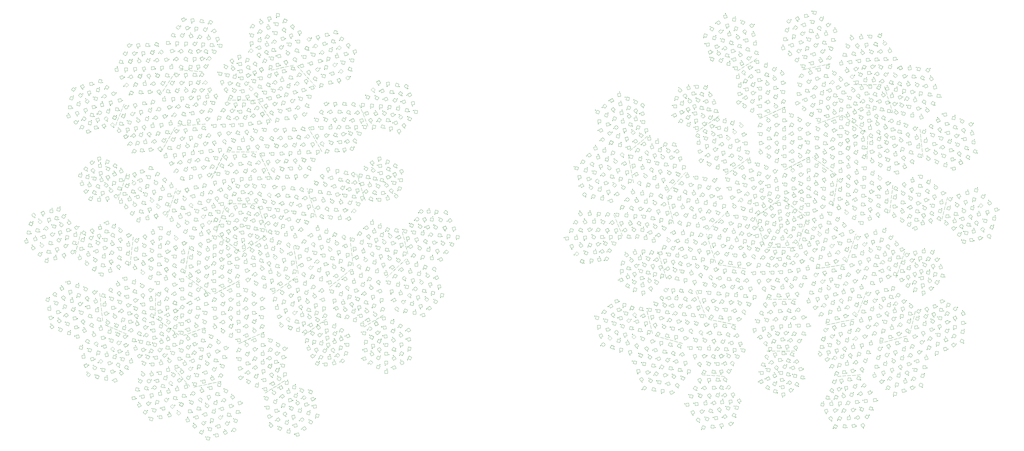
<source format=gbr>
%TF.GenerationSoftware,KiCad,Pcbnew,8.0.5*%
%TF.CreationDate,2024-10-26T12:13:46-04:00*%
%TF.ProjectId,orb_generated,6f72625f-6765-46e6-9572-617465642e6b,rev?*%
%TF.SameCoordinates,Original*%
%TF.FileFunction,Legend,Top*%
%TF.FilePolarity,Positive*%
%FSLAX46Y46*%
G04 Gerber Fmt 4.6, Leading zero omitted, Abs format (unit mm)*
G04 Created by KiCad (PCBNEW 8.0.5) date 2024-10-26 12:13:46*
%MOMM*%
%LPD*%
G01*
G04 APERTURE LIST*
%ADD10C,0.120000*%
%ADD11C,0.100000*%
%ADD12C,0.200000*%
G04 APERTURE END LIST*
D10*
X218133000Y59988000D02*
X216842281Y59711514D01*
X216372929Y59610973D02*
X215082210Y59334487D01*
X214612857Y59233947D02*
X213322138Y58957461D01*
X212852786Y58856920D02*
X211562067Y58580434D01*
X211092715Y58479894D02*
X209801996Y58203407D01*
X209332644Y58102867D02*
X208041925Y57826381D01*
X10887000Y57606000D02*
X12175335Y57893391D01*
X12643820Y57997897D02*
X13932155Y58285288D01*
X14400640Y58389793D02*
X15688975Y58677184D01*
X16157460Y58781690D02*
X17445795Y59069081D01*
X17914281Y59173587D02*
X19202615Y59460977D01*
X226966000Y-34738000D02*
X225672332Y-35000343D01*
X225201908Y-35095740D02*
X223908240Y-35358083D01*
X223437815Y-35453480D02*
X222144147Y-35715823D01*
X221673723Y-35811220D02*
X220380055Y-36073563D01*
X219909630Y-36168961D02*
X218615963Y-36431303D01*
X218145538Y-36526701D02*
X216851870Y-36789043D01*
X152289000Y-40015000D02*
X151973876Y-38733167D01*
X151859285Y-38267045D02*
X151544161Y-36985212D01*
X151429570Y-36519091D02*
X151114446Y-35237258D01*
X150999856Y-34771136D02*
X150684731Y-33489303D01*
X150570141Y-33023182D02*
X150255017Y-31741348D01*
X242589000Y-19362000D02*
X242996911Y-18106608D01*
X243145243Y-17650102D02*
X243553154Y-16394710D01*
X243701485Y-15938204D02*
X244109396Y-14682813D01*
X244257728Y-14226307D02*
X244665639Y-12970915D01*
X244813970Y-12514409D02*
X245221882Y-11259017D01*
X245370213Y-10802511D02*
X245778124Y-9547119D01*
X-40147000Y-4229000D02*
X-40297269Y-5540419D01*
X-40351913Y-6017298D02*
X-40502182Y-7328717D01*
X-40556825Y-7805597D02*
X-40707095Y-9117015D01*
X-40761738Y-9593895D02*
X-40912007Y-10905314D01*
X-40966651Y-11382193D02*
X-41116920Y-12693612D01*
X-41171563Y-13170491D02*
X-41321833Y-14481910D01*
X170586000Y-55352000D02*
X171903169Y-55438399D01*
X172382140Y-55469816D02*
X173699310Y-55556215D01*
X174178280Y-55587633D02*
X175495450Y-55674031D01*
X175974420Y-55705449D02*
X177291590Y-55791848D01*
X177770560Y-55823265D02*
X179087730Y-55909664D01*
X176926000Y40697000D02*
X175858077Y39921151D01*
X175469742Y39639024D02*
X174401819Y38863176D01*
X174013484Y38581049D02*
X172945561Y37805200D01*
X172557226Y37523073D02*
X171489303Y36747225D01*
X171100967Y36465098D02*
X170033045Y35689249D01*
X169644709Y35407122D02*
X168576787Y34631273D01*
X41371000Y-14911000D02*
X41220731Y-13599581D01*
X41166087Y-13122702D02*
X41015818Y-11811283D01*
X40961175Y-11334403D02*
X40810905Y-10022985D01*
X40756262Y-9546105D02*
X40605993Y-8234686D01*
X40551349Y-7757807D02*
X40401080Y-6446388D01*
X40346437Y-5969509D02*
X40196167Y-4658090D01*
X224245000Y-13748000D02*
X224652868Y-12492594D01*
X224801184Y-12036083D02*
X225209052Y-10780677D01*
X225357367Y-10324166D02*
X225765235Y-9068760D01*
X225913551Y-8612249D02*
X226321419Y-7356843D01*
X226469734Y-6900332D02*
X226877602Y-5644926D01*
X227025918Y-5188415D02*
X227433786Y-3933009D01*
X227582102Y-3476498D02*
X227695000Y-3129000D01*
X-13614000Y-37861000D02*
X-14855890Y-38308337D01*
X-15307486Y-38471005D02*
X-16549375Y-38918342D01*
X-17000972Y-39081010D02*
X-18242861Y-39528347D01*
X-18694457Y-39691015D02*
X-19936347Y-40138351D01*
X-20387943Y-40301019D02*
X-21629833Y-40748356D01*
X45836000Y9369000D02*
X45428089Y10624392D01*
X45279757Y11080898D02*
X44871846Y12336290D01*
X44723515Y12792796D02*
X44315604Y14048187D01*
X44167272Y14504693D02*
X43759361Y15760085D01*
X43611030Y16216591D02*
X43203118Y17471983D01*
X43054787Y17928489D02*
X42646876Y19183881D01*
X150470000Y33148000D02*
X149455043Y32304043D01*
X149085968Y31997150D02*
X148071012Y31153193D01*
X147701937Y30846300D02*
X146686980Y30002343D01*
X146317905Y29695449D02*
X145302948Y28851492D01*
X144933873Y28544599D02*
X143918917Y27700642D01*
X236570000Y-43698000D02*
X237841837Y-43344685D01*
X238304323Y-43216207D02*
X239576159Y-42862891D01*
X240038645Y-42734413D02*
X241310482Y-42381098D01*
X241772968Y-42252620D02*
X243044805Y-41899304D01*
X243507291Y-41770826D02*
X244779127Y-41417511D01*
X245241613Y-41289033D02*
X246513450Y-40935717D01*
X175755000Y-13748000D02*
X175347132Y-12492594D01*
X175198816Y-12036083D02*
X174790948Y-10780677D01*
X174642633Y-10324166D02*
X174234765Y-9068760D01*
X174086449Y-8612249D02*
X173678581Y-7356843D01*
X173530266Y-6900332D02*
X173122398Y-5644926D01*
X172974082Y-5188415D02*
X172566214Y-3933009D01*
X172417898Y-3476498D02*
X172305000Y-3129000D01*
X53633000Y-19361000D02*
X54589174Y-18450983D01*
X54936874Y-18120068D02*
X55893049Y-17210051D01*
X56240748Y-16879136D02*
X57196923Y-15969119D01*
X57544622Y-15638204D02*
X58500797Y-14728187D01*
X58848497Y-14397272D02*
X59804671Y-13487255D01*
X60152371Y-13156340D02*
X61108545Y-12246323D01*
X8384000Y-39489000D02*
X7183201Y-40037162D01*
X6746546Y-40236493D02*
X5545747Y-40784655D01*
X5109093Y-40983986D02*
X3908294Y-41532148D01*
X3471639Y-41731479D02*
X2270840Y-42279641D01*
X1834186Y-42478972D02*
X633387Y-43027134D01*
X196732Y-43226466D02*
X-1004067Y-43774627D01*
X-526000Y-9662000D02*
X-1593879Y-8886092D01*
X-1982199Y-8603943D02*
X-3050078Y-7828035D01*
X-3438398Y-7545886D02*
X-4506277Y-6769977D01*
X-4894597Y-6487829D02*
X-5962476Y-5711920D01*
X-6350796Y-5429772D02*
X-7418675Y-4653863D01*
X-7806995Y-4371715D02*
X-8874874Y-3595806D01*
X-14490000Y57095000D02*
X-15806465Y57191538D01*
X-16285180Y57226642D02*
X-17601645Y57323180D01*
X-18080359Y57358285D02*
X-19396825Y57454823D01*
X-19875539Y57489927D02*
X-21192004Y57586465D01*
X-21670719Y57621570D02*
X-22987184Y57718108D01*
X157411000Y-19362000D02*
X157003089Y-18106608D01*
X156854757Y-17650102D02*
X156446846Y-16394710D01*
X156298515Y-15938204D02*
X155890604Y-14682813D01*
X155742272Y-14226307D02*
X155334361Y-12970915D01*
X155186030Y-12514409D02*
X154778118Y-11259017D01*
X154629787Y-10802511D02*
X154221876Y-9547119D01*
X-11534000Y-25373000D02*
X-12601894Y-24597113D01*
X-12990220Y-24314972D02*
X-14058114Y-23539084D01*
X-14446440Y-23256943D02*
X-15514334Y-22481056D01*
X-15902659Y-22198915D02*
X-16970554Y-21423027D01*
X-17358879Y-21140887D02*
X-18426774Y-20364999D01*
X-18815099Y-20082858D02*
X-19882993Y-19306971D01*
X-20271319Y-19024830D02*
X-20567000Y-18810000D01*
X205583000Y-27307000D02*
X204263000Y-27307000D01*
X203783000Y-27307000D02*
X202463000Y-27307000D01*
X201983000Y-27307000D02*
X200663000Y-27307000D01*
X200183000Y-27307000D02*
X198863000Y-27307000D01*
X198383000Y-27307000D02*
X197063000Y-27307000D01*
X196583000Y-27307000D02*
X195263000Y-27307000D01*
X194783000Y-27307000D02*
X194417000Y-27307000D01*
X201397000Y43954000D02*
X200196201Y43405838D01*
X199759546Y43206507D02*
X198558747Y42658345D01*
X198122093Y42459014D02*
X196921294Y41910852D01*
X196484639Y41711521D02*
X195283840Y41163359D01*
X194847186Y40964028D02*
X193646387Y40415866D01*
X193209732Y40216534D02*
X192008933Y39668373D01*
X259555000Y2296000D02*
X259879990Y3575368D01*
X259998168Y4040592D02*
X260323158Y5319960D01*
X260441336Y5785185D02*
X260766326Y7064552D01*
X260884504Y7529777D02*
X261209494Y8809144D01*
X261327672Y9274369D02*
X261652662Y10553737D01*
X226847000Y52309000D02*
X228167000Y52309000D01*
X228647000Y52309000D02*
X229967000Y52309000D01*
X230447000Y52309000D02*
X231767000Y52309000D01*
X232247000Y52309000D02*
X233567000Y52309000D01*
X234047000Y52309000D02*
X235367000Y52309000D01*
X235847000Y52309000D02*
X237167000Y52309000D01*
X180240000Y5478000D02*
X179298126Y4553190D01*
X178955626Y4216896D02*
X178013752Y3292086D01*
X177671252Y2955792D02*
X176729378Y2030982D01*
X176386878Y1694688D02*
X175445004Y769878D01*
X175102504Y433584D02*
X174160629Y-491226D01*
X173818130Y-827520D02*
X172876255Y-1752330D01*
X241371000Y14911000D02*
X241220731Y13599581D01*
X241166087Y13122702D02*
X241015818Y11811283D01*
X240961175Y11334403D02*
X240810905Y10022985D01*
X240756262Y9546105D02*
X240605993Y8234686D01*
X240551349Y7757807D02*
X240401080Y6446388D01*
X240346437Y5969509D02*
X240196167Y4658090D01*
X24705000Y36381000D02*
X25354277Y35231722D01*
X25590378Y34813803D02*
X26239655Y33664525D01*
X26475755Y33246606D02*
X27125032Y32097328D01*
X27361133Y31679409D02*
X28010410Y30530131D01*
X28246510Y30112212D02*
X28895787Y28962934D01*
X29131888Y28545015D02*
X29781165Y27395737D01*
X5254000Y8126000D02*
X3934000Y8126000D01*
X3454000Y8126000D02*
X2134000Y8126000D01*
X1654000Y8126000D02*
X334000Y8126000D01*
X-146000Y8126000D02*
X-1466000Y8126000D01*
X-1946000Y8126000D02*
X-3266000Y8126000D01*
X-3746000Y8126000D02*
X-5066000Y8126000D01*
X-20985000Y-17787000D02*
X-20766600Y-16485193D01*
X-20687182Y-16011809D02*
X-20468782Y-14710002D01*
X-20389363Y-14236617D02*
X-20170963Y-12934810D01*
X-20091545Y-12461426D02*
X-19873145Y-11159619D01*
X-19793727Y-10686235D02*
X-19575327Y-9384428D01*
X-19495908Y-8911043D02*
X-19277508Y-7609236D01*
X9351000Y-2486000D02*
X8943239Y-1230559D01*
X8794963Y-774035D02*
X8387202Y481405D01*
X8238925Y937929D02*
X7831165Y2193370D01*
X7682888Y2649894D02*
X7275127Y3905334D01*
X7126851Y4361858D02*
X6719090Y5617299D01*
X6570813Y6073823D02*
X6163053Y7329263D01*
X172159000Y-34004000D02*
X171674676Y-32776063D01*
X171498558Y-32329540D02*
X171014233Y-31101603D01*
X170838115Y-30655080D02*
X170353791Y-29427143D01*
X170177673Y-28980620D02*
X169693349Y-27752683D01*
X169517231Y-27306160D02*
X169032906Y-26078223D01*
X168856788Y-25631701D02*
X168372464Y-24403763D01*
X-6523000Y26725000D02*
X-7111406Y25543400D01*
X-7325372Y25113727D02*
X-7913778Y23932128D01*
X-8127744Y23502455D02*
X-8716150Y22320855D01*
X-8930116Y21891182D02*
X-9518522Y20709582D01*
X-9732488Y20279910D02*
X-10320894Y19098310D01*
X-10534859Y18668637D02*
X-11123266Y17487037D01*
X-5254000Y46487000D02*
X-3934000Y46487000D01*
X-3454000Y46487000D02*
X-2134000Y46487000D01*
X-1654000Y46487000D02*
X-334000Y46487000D01*
X146000Y46487000D02*
X1466000Y46487000D01*
X1946000Y46487000D02*
X3266000Y46487000D01*
X3746000Y46487000D02*
X5066000Y46487000D01*
X45282000Y-37673000D02*
X46403815Y-36977349D01*
X46811748Y-36724385D02*
X47933564Y-36028734D01*
X48341497Y-35775770D02*
X49463312Y-35080119D01*
X49871245Y-34827155D02*
X50993060Y-34131505D01*
X51400993Y-33878541D02*
X52522809Y-33182890D01*
X-42668000Y-40205000D02*
X-43879193Y-39680204D01*
X-44319627Y-39489369D02*
X-45530821Y-38964574D01*
X-45971255Y-38773739D02*
X-47182448Y-38248943D01*
X-47622882Y-38058108D02*
X-48834075Y-37533313D01*
X-49274509Y-37342478D02*
X-50485703Y-36817682D01*
X251449000Y35783000D02*
X251584902Y34470015D01*
X251634321Y33992565D02*
X251770224Y32679580D01*
X251819643Y32202131D02*
X251955545Y30889145D01*
X252004964Y30411696D02*
X252140866Y29098711D01*
X252190285Y28621262D02*
X252326187Y27308276D01*
X252375606Y26830827D02*
X252511509Y25517842D01*
X176599000Y-14462000D02*
X177904598Y-14656459D01*
X178379361Y-14727171D02*
X179684959Y-14921629D01*
X180159722Y-14992342D02*
X181465319Y-15186800D01*
X181940082Y-15257512D02*
X183245680Y-15451971D01*
X183720443Y-15522683D02*
X185026041Y-15717142D01*
X185500804Y-15787854D02*
X186806402Y-15982313D01*
X145230000Y15862000D02*
X144991344Y17160246D01*
X144904560Y17632336D02*
X144665903Y18930582D01*
X144579119Y19402671D02*
X144340463Y20700918D01*
X144253679Y21173007D02*
X144015022Y22471253D01*
X143928238Y22943343D02*
X143689582Y24241589D01*
X143602798Y24713679D02*
X143364141Y26011925D01*
X231801000Y24647000D02*
X231842630Y25966343D01*
X231857769Y26446105D02*
X231899399Y27765448D01*
X231914538Y28245209D02*
X231956168Y29564553D01*
X231971307Y30044314D02*
X232012937Y31363657D01*
X232028075Y31843418D02*
X232069706Y33162762D01*
X-42589000Y19362000D02*
X-42996911Y18106608D01*
X-43145243Y17650102D02*
X-43553154Y16394710D01*
X-43701485Y15938204D02*
X-44109396Y14682813D01*
X-44257728Y14226307D02*
X-44665639Y12970915D01*
X-44813970Y12514409D02*
X-45221882Y11259017D01*
X-45370213Y10802511D02*
X-45778124Y9547119D01*
X-19199000Y-59637000D02*
X-20072370Y-58647240D01*
X-20389959Y-58287327D02*
X-21263329Y-57297568D01*
X-21580919Y-56937655D02*
X-22454289Y-55947895D01*
X-22771878Y-55587982D02*
X-23645248Y-54598223D01*
X-23962837Y-54238310D02*
X-24836207Y-53248550D01*
X20590000Y59190000D02*
X21471690Y58207644D01*
X21792304Y57850424D02*
X22673994Y56868068D01*
X22994608Y56510847D02*
X23876298Y55528491D01*
X24196912Y55171271D02*
X25078602Y54188915D01*
X25399216Y53831695D02*
X26280906Y52849339D01*
X26601521Y52492118D02*
X27483210Y51509762D01*
X11534000Y-25373000D02*
X12601894Y-24597113D01*
X12990220Y-24314972D02*
X14058114Y-23539084D01*
X14446440Y-23256943D02*
X15514334Y-22481056D01*
X15902659Y-22198915D02*
X16970554Y-21423027D01*
X17358879Y-21140887D02*
X18426774Y-20364999D01*
X18815099Y-20082858D02*
X19882993Y-19306971D01*
X20271319Y-19024830D02*
X20567000Y-18810000D01*
X223074000Y40697000D02*
X224141923Y39921151D01*
X224530258Y39639024D02*
X225598181Y38863176D01*
X225986516Y38581049D02*
X227054439Y37805200D01*
X227442774Y37523073D02*
X228510697Y36747225D01*
X228899033Y36465098D02*
X229966955Y35689249D01*
X230355291Y35407122D02*
X231423213Y34631273D01*
X183780000Y57350000D02*
X184896371Y58054354D01*
X185302325Y58310483D02*
X186418696Y59014837D01*
X186824649Y59270966D02*
X187941021Y59975320D01*
X188346974Y60231449D02*
X189463346Y60935803D01*
X189869299Y61191932D02*
X190985670Y61896286D01*
X206105000Y-7508000D02*
X206512761Y-6252559D01*
X206661037Y-5796035D02*
X207068798Y-4540595D01*
X207217075Y-4084071D02*
X207624835Y-2828630D01*
X207773112Y-2372106D02*
X208180873Y-1116666D01*
X208329149Y-660142D02*
X208736910Y595299D01*
X208885187Y1051823D02*
X209292947Y2307263D01*
X32649000Y-22814000D02*
X33667186Y-21973942D01*
X34037435Y-21668466D02*
X35055621Y-20828407D01*
X35425870Y-20522932D02*
X36444055Y-19682873D01*
X36814305Y-19377398D02*
X37832490Y-18537339D01*
X38202740Y-18231863D02*
X39220925Y-17391805D01*
X39591175Y-17086329D02*
X40609360Y-16246271D01*
X-59555000Y-2296000D02*
X-59879990Y-3575368D01*
X-59998168Y-4040592D02*
X-60323158Y-5319960D01*
X-60441336Y-5785185D02*
X-60766326Y-7064552D01*
X-60884504Y-7529777D02*
X-61209494Y-8809144D01*
X-61327672Y-9274369D02*
X-61652662Y-10553737D01*
X220567000Y18810000D02*
X219499106Y19585887D01*
X219110780Y19868028D02*
X218042886Y20643916D01*
X217654560Y20926057D02*
X216586666Y21701944D01*
X216198341Y21984085D02*
X215130446Y22759973D01*
X214742121Y23042113D02*
X213674226Y23818001D01*
X213285901Y24100142D02*
X212218007Y24876029D01*
X211829681Y25158170D02*
X211534000Y25373000D01*
X23074000Y-40697000D02*
X24141923Y-39921151D01*
X24530258Y-39639024D02*
X25598181Y-38863176D01*
X25986516Y-38581049D02*
X27054439Y-37805200D01*
X27442774Y-37523073D02*
X28510697Y-36747225D01*
X28899033Y-36465098D02*
X29966955Y-35689249D01*
X30355291Y-35407122D02*
X31423213Y-34631273D01*
X-23736000Y36986000D02*
X-22418504Y37067269D01*
X-21939415Y37096822D02*
X-20621919Y37178091D01*
X-20142830Y37207644D02*
X-18825334Y37288913D01*
X-18346244Y37318465D02*
X-17028748Y37399735D01*
X-16549659Y37429287D02*
X-15232163Y37510556D01*
X-14753074Y37540109D02*
X-13435578Y37621378D01*
X241452000Y41697000D02*
X241044089Y42952392D01*
X240895757Y43408898D02*
X240487846Y44664290D01*
X240339515Y45120796D02*
X239931604Y46376187D01*
X239783272Y46832693D02*
X239375361Y48088085D01*
X239227030Y48544591D02*
X238819118Y49799983D01*
X238670787Y50256489D02*
X238262876Y51511881D01*
X227841000Y-34004000D02*
X228325324Y-32776063D01*
X228501442Y-32329540D02*
X228985767Y-31101603D01*
X229161885Y-30655080D02*
X229646209Y-29427143D01*
X229822327Y-28980620D02*
X230306651Y-27752683D01*
X230482769Y-27306160D02*
X230967094Y-26078223D01*
X231143212Y-25631701D02*
X231627536Y-24403763D01*
X8739000Y-62070000D02*
X9855371Y-61365646D01*
X10261325Y-61109517D02*
X11377696Y-60405163D01*
X11783649Y-60149034D02*
X12900021Y-59444680D01*
X13305974Y-59188551D02*
X14422346Y-58484197D01*
X14828299Y-58228068D02*
X15944670Y-57523714D01*
X157766000Y12253000D02*
X158658246Y13225778D01*
X158982698Y13579516D02*
X159874944Y14552294D01*
X160199397Y14906032D02*
X161091642Y15878811D01*
X161416095Y16232548D02*
X162308341Y17205327D01*
X162632794Y17559064D02*
X163525039Y18531843D01*
X163849492Y18885580D02*
X164741738Y19858359D01*
X160176000Y734000D02*
X159846128Y2012117D01*
X159726174Y2476887D02*
X159396302Y3755005D01*
X159276348Y4219775D02*
X158946476Y5497892D01*
X158826522Y5962662D02*
X158496650Y7240780D01*
X158376696Y7705550D02*
X158046824Y8983667D01*
X157926870Y9448437D02*
X157596998Y10726555D01*
X141222000Y-3862000D02*
X140723338Y-2639815D01*
X140542006Y-2195384D02*
X140043344Y-973199D01*
X139862012Y-528768D02*
X139363350Y693417D01*
X139182018Y1137847D02*
X138683356Y2360032D01*
X138502024Y2804463D02*
X138003362Y4026648D01*
X247711000Y-40015000D02*
X248026124Y-38733167D01*
X248140715Y-38267045D02*
X248455839Y-36985212D01*
X248570430Y-36519091D02*
X248885554Y-35237258D01*
X249000144Y-34771136D02*
X249315269Y-33489303D01*
X249429859Y-33023182D02*
X249744983Y-31741348D01*
X-30259000Y48284000D02*
X-29529887Y49384361D01*
X-29264755Y49784492D02*
X-28535641Y50884853D01*
X-28270509Y51284984D02*
X-27541396Y52385345D01*
X-27276264Y52785476D02*
X-26547150Y53885837D01*
X-26282018Y54285968D02*
X-25552905Y55386329D01*
X-25287773Y55786460D02*
X-24558660Y56886820D01*
X20985000Y-17787000D02*
X20766600Y-16485193D01*
X20687182Y-16011809D02*
X20468782Y-14710002D01*
X20389363Y-14236617D02*
X20170963Y-12934810D01*
X20091545Y-12461426D02*
X19873145Y-11159619D01*
X19793727Y-10686235D02*
X19575327Y-9384428D01*
X19495908Y-8911043D02*
X19277508Y-7609236D01*
X209026000Y3486000D02*
X207958121Y4261908D01*
X207569801Y4544057D02*
X206501922Y5319965D01*
X206113602Y5602114D02*
X205045723Y6378023D01*
X204657403Y6660171D02*
X203589524Y7436080D01*
X203201204Y7718228D02*
X202133325Y8494137D01*
X201745005Y8776285D02*
X200677126Y9552194D01*
X526000Y-9662000D02*
X1593879Y-8886092D01*
X1982199Y-8603943D02*
X3050078Y-7828035D01*
X3438398Y-7545886D02*
X4506277Y-6769977D01*
X4894597Y-6487829D02*
X5962476Y-5711920D01*
X6350796Y-5429772D02*
X7418675Y-4653863D01*
X7806995Y-4371715D02*
X8874874Y-3595806D01*
X-27695000Y3129000D02*
X-27287132Y4384406D01*
X-27138816Y4840917D02*
X-26730948Y6096323D01*
X-26582633Y6552834D02*
X-26174765Y7808240D01*
X-26026449Y8264751D02*
X-25618581Y9520157D01*
X-25470266Y9976668D02*
X-25062398Y11232074D01*
X-24914082Y11688585D02*
X-24506214Y12943991D01*
X-24357898Y13400502D02*
X-24245000Y13748000D01*
X-7620000Y-57736000D02*
X-8910719Y-58012486D01*
X-9380071Y-58113027D02*
X-10670790Y-58389513D01*
X-11140143Y-58490053D02*
X-12430862Y-58766539D01*
X-12900214Y-58867080D02*
X-14190933Y-59143566D01*
X-14660285Y-59244106D02*
X-15951004Y-59520593D01*
X-16420356Y-59621133D02*
X-17711075Y-59897619D01*
X46832000Y36863000D02*
X46342845Y38089021D01*
X46164971Y38534847D02*
X45675816Y39760868D01*
X45497941Y40206694D02*
X45008786Y41432715D01*
X44830912Y41878540D02*
X44341757Y43104561D01*
X44163882Y43550387D02*
X43674727Y44776408D01*
X-9351000Y-2486000D02*
X-8943239Y-1230559D01*
X-8794963Y-774035D02*
X-8387202Y481405D01*
X-8238925Y937929D02*
X-7831165Y2193370D01*
X-7682888Y2649894D02*
X-7275127Y3905334D01*
X-7126851Y4361858D02*
X-6719090Y5617299D01*
X-6570813Y6073823D02*
X-6163053Y7329263D01*
X205254000Y-8126000D02*
X203934000Y-8126000D01*
X203454000Y-8126000D02*
X202134000Y-8126000D01*
X201654000Y-8126000D02*
X200334000Y-8126000D01*
X199854000Y-8126000D02*
X198534000Y-8126000D01*
X198054000Y-8126000D02*
X196734000Y-8126000D01*
X196254000Y-8126000D02*
X194934000Y-8126000D01*
X210432000Y25455000D02*
X209261391Y24845021D01*
X208835715Y24623211D02*
X207665105Y24013232D01*
X207239429Y23791422D02*
X206068820Y23181443D01*
X205643144Y22959632D02*
X204472535Y22349654D01*
X204046859Y22127843D02*
X202876250Y21517865D01*
X202450574Y21296054D02*
X201279964Y20686075D01*
X59555000Y-2296000D02*
X59879990Y-3575368D01*
X59998168Y-4040592D02*
X60323158Y-5319960D01*
X60441336Y-5785185D02*
X60766326Y-7064552D01*
X60884504Y-7529777D02*
X61209494Y-8809144D01*
X61327672Y-9274369D02*
X61652662Y-10553737D01*
X6269000Y45950000D02*
X7010715Y44858094D01*
X7280429Y44461037D02*
X8022143Y43369130D01*
X8291858Y42972073D02*
X9033572Y41880167D01*
X9303287Y41483110D02*
X10045001Y40391204D01*
X10314715Y39994147D02*
X11056430Y38902240D01*
X194746000Y-46487000D02*
X196066000Y-46487000D01*
X196546000Y-46487000D02*
X197866000Y-46487000D01*
X198346000Y-46487000D02*
X199666000Y-46487000D01*
X200146000Y-46487000D02*
X201466000Y-46487000D01*
X201946000Y-46487000D02*
X203266000Y-46487000D01*
X203746000Y-46487000D02*
X205066000Y-46487000D01*
X-52556000Y-25088000D02*
X-52420098Y-26400985D01*
X-52370679Y-26878435D02*
X-52234776Y-28191420D01*
X-52185357Y-28668869D02*
X-52049455Y-29981855D01*
X-52000036Y-30459304D02*
X-51864134Y-31772289D01*
X-51814715Y-32249738D02*
X-51678813Y-33562724D01*
X-51629394Y-34040173D02*
X-51493491Y-35353158D01*
X-32080000Y-33489000D02*
X-32038370Y-32169657D01*
X-32023231Y-31689895D02*
X-31981601Y-30370552D01*
X-31966462Y-29890791D02*
X-31924832Y-28571447D01*
X-31909693Y-28091686D02*
X-31868063Y-26772343D01*
X-31852925Y-26292582D02*
X-31811294Y-24973238D01*
X213614000Y37861000D02*
X214855890Y38308337D01*
X215307486Y38471005D02*
X216549375Y38918342D01*
X217000972Y39081010D02*
X218242861Y39528347D01*
X218694457Y39691015D02*
X219936347Y40138351D01*
X220387943Y40301019D02*
X221629833Y40748356D01*
X190974000Y3486000D02*
X192041879Y4261908D01*
X192430199Y4544057D02*
X193498078Y5319965D01*
X193886398Y5602114D02*
X194954277Y6378023D01*
X195342597Y6660171D02*
X196410476Y7436080D01*
X196798796Y7718228D02*
X197866675Y8494137D01*
X198254995Y8776285D02*
X199322874Y9552194D01*
X11316000Y17100000D02*
X10727594Y18281600D01*
X10513628Y18711273D02*
X9925222Y19892872D01*
X9711256Y20322545D02*
X9122850Y21504145D01*
X8908884Y21933818D02*
X8320478Y23115418D01*
X8106512Y23545090D02*
X7518106Y24726690D01*
X7304141Y25156363D02*
X6715734Y26337963D01*
X190649000Y2486000D02*
X191056761Y1230559D01*
X191205037Y774035D02*
X191612798Y-481405D01*
X191761075Y-937929D02*
X192168835Y-2193370D01*
X192317112Y-2649894D02*
X192724873Y-3905334D01*
X192873149Y-4361858D02*
X193280910Y-5617299D01*
X193429187Y-6073823D02*
X193836947Y-7329263D01*
X173034000Y-34738000D02*
X174327668Y-35000343D01*
X174798092Y-35095740D02*
X176091760Y-35358083D01*
X176562185Y-35453480D02*
X177855853Y-35715823D01*
X178326277Y-35811220D02*
X179619945Y-36073563D01*
X180090370Y-36168961D02*
X181384037Y-36431303D01*
X181854462Y-36526701D02*
X183148130Y-36789043D01*
X-896000Y-20486000D02*
X-2066609Y-21095979D01*
X-2492285Y-21317789D02*
X-3662895Y-21927768D01*
X-4088571Y-22149578D02*
X-5259180Y-22759557D01*
X-5684856Y-22981368D02*
X-6855465Y-23591346D01*
X-7281141Y-23813157D02*
X-8451750Y-24423135D01*
X-8877426Y-24644946D02*
X-10048036Y-25254925D01*
X179433000Y18810000D02*
X180500894Y19585887D01*
X180889220Y19868028D02*
X181957114Y20643916D01*
X182345440Y20926057D02*
X183413334Y21701944D01*
X183801659Y21984085D02*
X184869554Y22759973D01*
X185257879Y23042113D02*
X186325774Y23818001D01*
X186714099Y24100142D02*
X187781993Y24876029D01*
X188170319Y25158170D02*
X188466000Y25373000D01*
X229414000Y-55352000D02*
X228096831Y-55438399D01*
X227617860Y-55469816D02*
X226300690Y-55556215D01*
X225821720Y-55587633D02*
X224504550Y-55674031D01*
X224025580Y-55705449D02*
X222708410Y-55791848D01*
X222229440Y-55823265D02*
X220912270Y-55909664D01*
X219206000Y7183000D02*
X219424400Y8484807D01*
X219503818Y8958191D02*
X219722218Y10259998D01*
X219801637Y10733383D02*
X220020037Y12035190D01*
X220099455Y12508574D02*
X220317855Y13810381D01*
X220397273Y14283765D02*
X220615673Y15585572D01*
X220695092Y16058957D02*
X220913492Y17360764D01*
X223401000Y-14462000D02*
X222095402Y-14656459D01*
X221620639Y-14727171D02*
X220315041Y-14921629D01*
X219840278Y-14992342D02*
X218534681Y-15186800D01*
X218059918Y-15257512D02*
X216754320Y-15451971D01*
X216279557Y-15522683D02*
X214973959Y-15717142D01*
X214499196Y-15787854D02*
X213193598Y-15982313D01*
X-31575000Y-34521000D02*
X-30507077Y-35296849D01*
X-30118742Y-35578976D02*
X-29050819Y-36354824D01*
X-28662484Y-36636951D02*
X-27594561Y-37412800D01*
X-27206226Y-37694927D02*
X-26138303Y-38470775D01*
X-25749967Y-38752902D02*
X-24682045Y-39528751D01*
X-24293709Y-39810878D02*
X-23225787Y-40586727D01*
X27695000Y3129000D02*
X27287132Y4384406D01*
X27138816Y4840917D02*
X26730948Y6096323D01*
X26582633Y6552834D02*
X26174765Y7808240D01*
X26026449Y8264751D02*
X25618581Y9520157D01*
X25470266Y9976668D02*
X25062398Y11232074D01*
X24914082Y11688585D02*
X24506214Y12943991D01*
X24357898Y13400502D02*
X24245000Y13748000D01*
X-5583000Y27307000D02*
X-4263000Y27307000D01*
X-3783000Y27307000D02*
X-2463000Y27307000D01*
X-1983000Y27307000D02*
X-663000Y27307000D01*
X-183000Y27307000D02*
X1137000Y27307000D01*
X1617000Y27307000D02*
X2937000Y27307000D01*
X3417000Y27307000D02*
X4737000Y27307000D01*
X5217000Y27307000D02*
X5583000Y27307000D01*
X163430000Y-43698000D02*
X162158163Y-43344685D01*
X161695677Y-43216207D02*
X160423841Y-42862891D01*
X159961355Y-42734413D02*
X158689518Y-42381098D01*
X158227032Y-42252620D02*
X156955195Y-41899304D01*
X156492709Y-41770826D02*
X155220873Y-41417511D01*
X154758387Y-41289033D02*
X153486550Y-40935717D01*
X-24705000Y36381000D02*
X-25354277Y35231722D01*
X-25590378Y34813803D02*
X-26239655Y33664525D01*
X-26475755Y33246606D02*
X-27125032Y32097328D01*
X-27361133Y31679409D02*
X-28010410Y30530131D01*
X-28246510Y30112212D02*
X-28895787Y28962934D01*
X-29131888Y28545015D02*
X-29781165Y27395737D01*
X-43554000Y45079000D02*
X-44043155Y43852979D01*
X-44221029Y43407153D02*
X-44710184Y42181132D01*
X-44888059Y41735306D02*
X-45377214Y40509285D01*
X-45555088Y40063460D02*
X-46044243Y38837439D01*
X-46222118Y38391613D02*
X-46711273Y37165592D01*
D11*
%TO.C,LED1950*%
X40936301Y5468427D02*
X41727573Y4704301D01*
X41700427Y6259699D02*
X40936301Y5468427D01*
X41727573Y4704301D02*
X42491699Y5495573D01*
X42491699Y5495573D02*
X41700427Y6259699D01*
D12*
X40878362Y4995371D02*
G75*
G02*
X40678362Y4995371I-100000J0D01*
G01*
X40678362Y4995371D02*
G75*
G02*
X40878362Y4995371I100000J0D01*
G01*
D11*
%TO.C,LED3160*%
X148347485Y37863683D02*
X149447317Y37844485D01*
X148366683Y38963515D02*
X148347485Y37863683D01*
X149447317Y37844485D02*
X149466515Y38944317D01*
X149466515Y38944317D02*
X148366683Y38963515D01*
D12*
X148012998Y38756402D02*
G75*
G02*
X147813000Y38756402I-99999J0D01*
G01*
X147813000Y38756402D02*
G75*
G02*
X148012998Y38756402I99999J0D01*
G01*
D11*
%TO.C,LED3071*%
X19191015Y40759918D02*
X19603082Y39740015D01*
X19603082Y39740015D02*
X20622985Y40152082D01*
X20210918Y41171985D02*
X19191015Y40759918D01*
X20622985Y40152082D02*
X20210918Y41171985D01*
D12*
X20070998Y39403323D02*
G75*
G02*
X19871002Y39403323I-99998J0D01*
G01*
X19871002Y39403323D02*
G75*
G02*
X20070998Y39403323I99998J0D01*
G01*
D11*
%TO.C,LED2156*%
X18316282Y57844395D02*
X19383605Y57578282D01*
X18582395Y58911718D02*
X18316282Y57844395D01*
X19383605Y57578282D02*
X19649718Y58645605D01*
X19649718Y58645605D02*
X18582395Y58911718D01*
D12*
X19972252Y57678029D02*
G75*
G02*
X19772252Y57678029I-100000J0D01*
G01*
X19772252Y57678029D02*
G75*
G02*
X19972252Y57678029I100000J0D01*
G01*
D11*
%TO.C,LED2214*%
X176789656Y71956145D02*
X177539855Y71151656D01*
X177539855Y71151656D02*
X178344344Y71901855D01*
X177594145Y72706344D02*
X176789656Y71956145D01*
X178344344Y71901855D02*
X177594145Y72706344D01*
D12*
X178626823Y72365995D02*
G75*
G02*
X178426823Y72365995I-100000J0D01*
G01*
X178426823Y72365995D02*
G75*
G02*
X178626823Y72365995I100000J0D01*
G01*
D11*
%TO.C,LED902*%
X258180058Y5057280D02*
X259213720Y4681058D01*
X258556280Y6090942D02*
X258180058Y5057280D01*
X259213720Y4681058D02*
X259589942Y5714720D01*
X259589942Y5714720D02*
X258556280Y6090942D01*
D12*
X259641817Y6211116D02*
G75*
G02*
X259441817Y6211116I-100000J0D01*
G01*
X259441817Y6211116D02*
G75*
G02*
X259641817Y6211116I100000J0D01*
G01*
D11*
%TO.C,LED999*%
X257762522Y-41014496D02*
X258856496Y-41129478D01*
X257877504Y-39920522D02*
X257762522Y-41014496D01*
X258856496Y-41129478D02*
X258971478Y-40035504D01*
X258971478Y-40035504D02*
X257877504Y-39920522D01*
D12*
X257507495Y-40087307D02*
G75*
G02*
X257307495Y-40087307I-100000J0D01*
G01*
X257307495Y-40087307D02*
G75*
G02*
X257507495Y-40087307I100000J0D01*
G01*
D11*
%TO.C,LED2358*%
X-63081923Y50455742D02*
X-62251742Y49734077D01*
X-62360258Y51285923D02*
X-63081923Y50455742D01*
X-62251742Y49734077D02*
X-61530077Y50564258D01*
X-61530077Y50564258D02*
X-62360258Y51285923D01*
D12*
X-61297113Y51044930D02*
G75*
G02*
X-61497113Y51044930I-100000J0D01*
G01*
X-61497113Y51044930D02*
G75*
G02*
X-61297113Y51044930I100000J0D01*
G01*
D11*
%TO.C,LED718*%
X11121732Y64675810D02*
X12208190Y64503732D01*
X11293810Y65762268D02*
X11121732Y64675810D01*
X12208190Y64503732D02*
X12380268Y65590190D01*
X12380268Y65590190D02*
X11293810Y65762268D01*
D12*
X12786284Y64645690D02*
G75*
G02*
X12586282Y64645690I-100001J0D01*
G01*
X12586282Y64645690D02*
G75*
G02*
X12786284Y64645690I100001J0D01*
G01*
D11*
%TO.C,LED2572*%
X214405157Y-45475972D02*
X215500972Y-45571843D01*
X214501028Y-44380157D02*
X214405157Y-45475972D01*
X215500972Y-45571843D02*
X215596843Y-44476028D01*
X215596843Y-44476028D02*
X214501028Y-44380157D01*
D12*
X216067997Y-45396881D02*
G75*
G02*
X215867997Y-45396881I-100000J0D01*
G01*
X215867997Y-45396881D02*
G75*
G02*
X216067997Y-45396881I100000J0D01*
G01*
D11*
%TO.C,LED1707*%
X-18037026Y35218706D02*
X-16939706Y35141974D01*
X-17960294Y36316026D02*
X-18037026Y35218706D01*
X-16939706Y35141974D02*
X-16862974Y36239294D01*
X-16862974Y36239294D02*
X-17960294Y36316026D01*
D12*
X-16375803Y35325061D02*
G75*
G02*
X-16575805Y35325061I-100001J0D01*
G01*
X-16575805Y35325061D02*
G75*
G02*
X-16375803Y35325061I100001J0D01*
G01*
D11*
%TO.C,LED190*%
X50628974Y-891295D02*
X51726295Y-968026D01*
X50705705Y206026D02*
X50628974Y-891295D01*
X51726295Y-968026D02*
X51803026Y129295D01*
X51803026Y129295D02*
X50705705Y206026D01*
D12*
X51719939Y593195D02*
G75*
G02*
X51519941Y593195I-99999J0D01*
G01*
X51519941Y593195D02*
G75*
G02*
X51719939Y593195I99999J0D01*
G01*
D11*
%TO.C,LED394*%
X-14982476Y-43093497D02*
X-13888503Y-43208476D01*
X-14867497Y-41999524D02*
X-14982476Y-43093497D01*
X-13888503Y-43208476D02*
X-13773524Y-42114503D01*
X-13773524Y-42114503D02*
X-14867497Y-41999524D01*
D12*
X-13318495Y-43041694D02*
G75*
G02*
X-13518495Y-43041694I-100000J0D01*
G01*
X-13518495Y-43041694D02*
G75*
G02*
X-13318495Y-43041694I100000J0D01*
G01*
D11*
%TO.C,LED711*%
X-874478Y57705497D02*
X-759497Y56611522D01*
X-759497Y56611522D02*
X334478Y56726503D01*
X219497Y57820478D02*
X-874478Y57705497D01*
X334478Y56726503D02*
X219497Y57820478D01*
D12*
X-1199539Y57444636D02*
G75*
G02*
X-1399539Y57444636I-100000J0D01*
G01*
X-1399539Y57444636D02*
G75*
G02*
X-1199539Y57444636I100000J0D01*
G01*
D11*
%TO.C,LED3115*%
X2648140Y17948470D02*
X2686530Y16849140D01*
X2686530Y16849140D02*
X3785860Y16887530D01*
X3747470Y17986860D02*
X2648140Y17948470D01*
X3785860Y16887530D02*
X3747470Y17986860D01*
D12*
X3616896Y18429082D02*
G75*
G02*
X3416896Y18429082I-100000J0D01*
G01*
X3416896Y18429082D02*
G75*
G02*
X3616896Y18429082I100000J0D01*
G01*
D11*
%TO.C,LED1766*%
X139126390Y-43121909D02*
X140188909Y-43406610D01*
X139411091Y-42059390D02*
X139126390Y-43121909D01*
X140188909Y-43406610D02*
X140473610Y-42344091D01*
X140473610Y-42344091D02*
X139411091Y-42059390D01*
D12*
X140482403Y-41853779D02*
G75*
G02*
X140282405Y-41853779I-99999J0D01*
G01*
X140282405Y-41853779D02*
G75*
G02*
X140482403Y-41853779I99999J0D01*
G01*
D11*
%TO.C,LED1669*%
X-22252192Y-9476898D02*
X-22099102Y-10566192D01*
X-22099102Y-10566192D02*
X-21009808Y-10413102D01*
X-21162898Y-9323808D02*
X-22252192Y-9476898D01*
X-21009808Y-10413102D02*
X-21162898Y-9323808D01*
D12*
X-21338435Y-8908109D02*
G75*
G02*
X-21538433Y-8908109I-99999J0D01*
G01*
X-21538433Y-8908109D02*
G75*
G02*
X-21338435Y-8908109I99999J0D01*
G01*
D11*
%TO.C,LED3281*%
X136591980Y1195792D02*
X137269208Y328980D01*
X137269208Y328980D02*
X138136020Y1006208D01*
X137458792Y1873020D02*
X136591980Y1195792D01*
X138136020Y1006208D02*
X137458792Y1873020D01*
D12*
X136469743Y749322D02*
G75*
G02*
X136269741Y749322I-100001J0D01*
G01*
X136269741Y749322D02*
G75*
G02*
X136469743Y749322I100001J0D01*
G01*
D11*
%TO.C,LED2791*%
X194209982Y18124792D02*
X194887208Y17257982D01*
X194887208Y17257982D02*
X195754018Y17935208D01*
X195076792Y18802018D02*
X194209982Y18124792D01*
X195754018Y17935208D02*
X195076792Y18802018D01*
D12*
X196076258Y18381678D02*
G75*
G02*
X195876258Y18381678I-100000J0D01*
G01*
X195876258Y18381678D02*
G75*
G02*
X196076258Y18381678I100000J0D01*
G01*
D11*
%TO.C,LED8*%
X3545058Y-12196720D02*
X4578720Y-12572942D01*
X3921280Y-11163058D02*
X3545058Y-12196720D01*
X4578720Y-12572942D02*
X4954942Y-11539280D01*
X4954942Y-11539280D02*
X3921280Y-11163058D01*
D12*
X5175117Y-12524817D02*
G75*
G02*
X4975115Y-12524817I-100001J0D01*
G01*
X4975115Y-12524817D02*
G75*
G02*
X5175117Y-12524817I100001J0D01*
G01*
D11*
%TO.C,LED1916*%
X41020667Y-20423370D02*
X41249370Y-21499333D01*
X41249370Y-21499333D02*
X42325333Y-21270630D01*
X42096630Y-20194667D02*
X41020667Y-20423370D01*
X42325333Y-21270630D02*
X42096630Y-20194667D01*
D12*
X41892767Y-19799202D02*
G75*
G02*
X41692767Y-19799202I-100000J0D01*
G01*
X41692767Y-19799202D02*
G75*
G02*
X41892767Y-19799202I100000J0D01*
G01*
D11*
%TO.C,LED1340*%
X197451058Y41052720D02*
X197827280Y40019058D01*
X197827280Y40019058D02*
X198860942Y40395280D01*
X198484720Y41428942D02*
X197451058Y41052720D01*
X198860942Y40395280D02*
X198484720Y41428942D01*
D12*
X197201731Y40696777D02*
G75*
G02*
X197001729Y40696777I-100001J0D01*
G01*
X197001729Y40696777D02*
G75*
G02*
X197201731Y40696777I100001J0D01*
G01*
D11*
%TO.C,LED2995*%
X131129960Y-34552122D02*
X132176122Y-34892040D01*
X131469878Y-33505960D02*
X131129960Y-34552122D01*
X132176122Y-34892040D02*
X132516040Y-33845878D01*
X132516040Y-33845878D02*
X131469878Y-33505960D01*
D12*
X131075464Y-33571379D02*
G75*
G02*
X130875464Y-33571379I-100000J0D01*
G01*
X130875464Y-33571379D02*
G75*
G02*
X131075464Y-33571379I100000J0D01*
G01*
D11*
%TO.C,LED2848*%
X263708170Y-34033588D02*
X264224588Y-35004830D01*
X264224588Y-35004830D02*
X265195830Y-34488412D01*
X264679412Y-33517170D02*
X263708170Y-34033588D01*
X265195830Y-34488412D02*
X264679412Y-33517170D01*
D12*
X264725684Y-35301221D02*
G75*
G02*
X264525684Y-35301221I-100000J0D01*
G01*
X264525684Y-35301221D02*
G75*
G02*
X264725684Y-35301221I100000J0D01*
G01*
D11*
%TO.C,LED1664*%
X-19207528Y-8574414D02*
X-18295586Y-9189528D01*
X-18592414Y-7662472D02*
X-19207528Y-8574414D01*
X-18295586Y-9189528D02*
X-17680472Y-8277586D01*
X-17680472Y-8277586D02*
X-18592414Y-7662472D01*
D12*
X-17702292Y-9262920D02*
G75*
G02*
X-17902292Y-9262920I-100000J0D01*
G01*
X-17902292Y-9262920D02*
G75*
G02*
X-17702292Y-9262920I100000J0D01*
G01*
D11*
%TO.C,LED798*%
X216518280Y-64181606D02*
X217585606Y-64447720D01*
X216784394Y-63114280D02*
X216518280Y-64181606D01*
X217585606Y-64447720D02*
X217851720Y-63380394D01*
X217851720Y-63380394D02*
X216784394Y-63114280D01*
D12*
X218174251Y-64347971D02*
G75*
G02*
X217974253Y-64347971I-99999J0D01*
G01*
X217974253Y-64347971D02*
G75*
G02*
X218174251Y-64347971I99999J0D01*
G01*
D11*
%TO.C,LED2072*%
X162621118Y-47575029D02*
X163204029Y-48507882D01*
X163204029Y-48507882D02*
X164136882Y-47924971D01*
X163553971Y-46992118D02*
X162621118Y-47575029D01*
X164136882Y-47924971D02*
X163553971Y-46992118D01*
D12*
X162453428Y-47995823D02*
G75*
G02*
X162253430Y-47995823I-99999J0D01*
G01*
X162253430Y-47995823D02*
G75*
G02*
X162453428Y-47995823I99999J0D01*
G01*
D11*
%TO.C,LED2304*%
X157223849Y5210138D02*
X157414862Y4126849D01*
X157414862Y4126849D02*
X158498151Y4317862D01*
X158307138Y5401151D02*
X157223849Y5210138D01*
X158498151Y4317862D02*
X158307138Y5401151D01*
D12*
X157804738Y3721020D02*
G75*
G02*
X157604738Y3721020I-100000J0D01*
G01*
X157604738Y3721020D02*
G75*
G02*
X157804738Y3721020I100000J0D01*
G01*
D11*
%TO.C,LED259*%
X225377015Y-63057917D02*
X226396917Y-63469985D01*
X225789083Y-62038015D02*
X225377015Y-63057917D01*
X226396917Y-63469985D02*
X226808985Y-62450083D01*
X226808985Y-62450083D02*
X225789083Y-62038015D01*
D12*
X226878212Y-61952309D02*
G75*
G02*
X226678212Y-61952309I-100000J0D01*
G01*
X226678212Y-61952309D02*
G75*
G02*
X226878212Y-61952309I100000J0D01*
G01*
D11*
%TO.C,LED2493*%
X225742391Y-23439092D02*
X226027092Y-24501609D01*
X226027092Y-24501609D02*
X227089609Y-24216908D01*
X226804908Y-23154391D02*
X225742391Y-23439092D01*
X227089609Y-24216908D02*
X226804908Y-23154391D01*
D12*
X226451234Y-24880630D02*
G75*
G02*
X226251234Y-24880630I-100000J0D01*
G01*
X226251234Y-24880630D02*
G75*
G02*
X226451234Y-24880630I100000J0D01*
G01*
D11*
%TO.C,LED1090*%
X-46769478Y42624504D02*
X-45675504Y42509522D01*
X-46654496Y43718478D02*
X-46769478Y42624504D01*
X-45675504Y42509522D02*
X-45560522Y43603496D01*
X-45560522Y43603496D02*
X-46654496Y43718478D01*
D12*
X-45105494Y42676307D02*
G75*
G02*
X-45305496Y42676307I-100001J0D01*
G01*
X-45305496Y42676307D02*
G75*
G02*
X-45105494Y42676307I100001J0D01*
G01*
D11*
%TO.C,LED128*%
X13981301Y-37048427D02*
X14745427Y-37839699D01*
X14745427Y-37839699D02*
X15536699Y-37075573D01*
X14772573Y-36284301D02*
X13981301Y-37048427D01*
X15536699Y-37075573D02*
X14772573Y-36284301D01*
D12*
X14405321Y-36109949D02*
G75*
G02*
X14205319Y-36109949I-100001J0D01*
G01*
X14205319Y-36109949D02*
G75*
G02*
X14405321Y-36109949I100001J0D01*
G01*
D11*
%TO.C,LED1199*%
X223844170Y31847411D02*
X224360589Y30876170D01*
X224360589Y30876170D02*
X225331830Y31392589D01*
X224815411Y32363830D02*
X223844170Y31847411D01*
X225331830Y31392589D02*
X224815411Y32363830D01*
D12*
X224861684Y30579779D02*
G75*
G02*
X224661684Y30579779I-100000J0D01*
G01*
X224661684Y30579779D02*
G75*
G02*
X224861684Y30579779I100000J0D01*
G01*
D11*
%TO.C,LED1648*%
X-34712720Y6403606D02*
X-34446606Y5336280D01*
X-34446606Y5336280D02*
X-33379280Y5602394D01*
X-33645394Y6669720D02*
X-34712720Y6403606D01*
X-33379280Y5602394D02*
X-33645394Y6669720D01*
D12*
X-34029127Y4951660D02*
G75*
G02*
X-34229127Y4951660I-100000J0D01*
G01*
X-34229127Y4951660D02*
G75*
G02*
X-34029127Y4951660I100000J0D01*
G01*
D11*
%TO.C,LED1330*%
X191633141Y50261530D02*
X192732470Y50223141D01*
X191671530Y51360859D02*
X191633141Y50261530D01*
X192732470Y50223141D02*
X192770859Y51322470D01*
X192770859Y51322470D02*
X191671530Y51360859D01*
D12*
X191314300Y51161695D02*
G75*
G02*
X191114316Y51161695I-99992J0D01*
G01*
X191114316Y51161695D02*
G75*
G02*
X191314300Y51161695I99992J0D01*
G01*
D11*
%TO.C,LED886*%
X139884282Y-33928395D02*
X140150395Y-34995718D01*
X140150395Y-34995718D02*
X141217718Y-34729605D01*
X140951605Y-33662282D02*
X139884282Y-33928395D01*
X141217718Y-34729605D02*
X140951605Y-33662282D01*
D12*
X139599660Y-34245873D02*
G75*
G02*
X139399662Y-34245873I-99999J0D01*
G01*
X139399662Y-34245873D02*
G75*
G02*
X139599660Y-34245873I99999J0D01*
G01*
D11*
%TO.C,LED2925*%
X-50947942Y-32279280D02*
X-50571720Y-33312942D01*
X-50571720Y-33312942D02*
X-49538058Y-32936720D01*
X-49914280Y-31903058D02*
X-50947942Y-32279280D01*
X-49538058Y-32936720D02*
X-49914280Y-31903058D01*
D12*
X-49088731Y-32580777D02*
G75*
G02*
X-49288731Y-32580777I-100000J0D01*
G01*
X-49288731Y-32580777D02*
G75*
G02*
X-49088731Y-32580777I100000J0D01*
G01*
D11*
%TO.C,LED2730*%
X223755252Y8369359D02*
X224254641Y7389252D01*
X224254641Y7389252D02*
X225234748Y7888641D01*
X224735359Y8868748D02*
X223755252Y8369359D01*
X225234748Y7888641D02*
X224735359Y8868748D01*
D12*
X224439496Y9172093D02*
G75*
G02*
X224239496Y9172093I-100000J0D01*
G01*
X224239496Y9172093D02*
G75*
G02*
X224439496Y9172093I100000J0D01*
G01*
D11*
%TO.C,LED3157*%
X151450960Y29443122D02*
X151790878Y28396960D01*
X151790878Y28396960D02*
X152837040Y28736878D01*
X152497122Y29783040D02*
X151450960Y29443122D01*
X152837040Y28736878D02*
X152497122Y29783040D01*
D12*
X152253587Y30144577D02*
G75*
G02*
X152053587Y30144577I-100000J0D01*
G01*
X152053587Y30144577D02*
G75*
G02*
X152253587Y30144577I100000J0D01*
G01*
D11*
%TO.C,LED2190*%
X179380374Y74559179D02*
X179627821Y73487374D01*
X179627821Y73487374D02*
X180699626Y73734821D01*
X180452179Y74806626D02*
X179380374Y74559179D01*
X180699626Y73734821D02*
X180452179Y74806626D01*
D12*
X180038537Y73097271D02*
G75*
G02*
X179838537Y73097271I-100000J0D01*
G01*
X179838537Y73097271D02*
G75*
G02*
X180038537Y73097271I100000J0D01*
G01*
D11*
%TO.C,LED670*%
X33793288Y-40254171D02*
X34736171Y-40820712D01*
X34359829Y-39311288D02*
X33793288Y-40254171D01*
X34736171Y-40820712D02*
X35302712Y-39877829D01*
X35302712Y-39877829D02*
X34359829Y-39311288D01*
D12*
X35450188Y-39381371D02*
G75*
G02*
X35250190Y-39381371I-99999J0D01*
G01*
X35250190Y-39381371D02*
G75*
G02*
X35450188Y-39381371I99999J0D01*
G01*
D11*
%TO.C,LED2785*%
X203337287Y27656171D02*
X203903829Y26713287D01*
X203903829Y26713287D02*
X204846713Y27279829D01*
X204280171Y28222713D02*
X203337287Y27656171D01*
X204846713Y27279829D02*
X204280171Y28222713D01*
D12*
X203162295Y27240113D02*
G75*
G02*
X202962295Y27240113I-100000J0D01*
G01*
X202962295Y27240113D02*
G75*
G02*
X203162295Y27240113I100000J0D01*
G01*
D11*
%TO.C,LED2611*%
X202554807Y-16399898D02*
X202707898Y-17489193D01*
X202707898Y-17489193D02*
X203797193Y-17336102D01*
X203644102Y-16246807D02*
X202554807Y-16399898D01*
X203797193Y-17336102D02*
X203644102Y-16246807D01*
D12*
X204312891Y-17060566D02*
G75*
G02*
X204112891Y-17060566I-100000J0D01*
G01*
X204112891Y-17060566D02*
G75*
G02*
X204312891Y-17060566I100000J0D01*
G01*
D11*
%TO.C,LED2953*%
X58693807Y-6615898D02*
X58846898Y-7705193D01*
X58846898Y-7705193D02*
X59936193Y-7552102D01*
X59783102Y-6462807D02*
X58693807Y-6615898D01*
X59936193Y-7552102D02*
X59783102Y-6462807D01*
D12*
X59222433Y-8120891D02*
G75*
G02*
X59022433Y-8120891I-100000J0D01*
G01*
X59022433Y-8120891D02*
G75*
G02*
X59222433Y-8120891I100000J0D01*
G01*
D11*
%TO.C,LED3019*%
X68884759Y-30517323D02*
X69531323Y-31407241D01*
X69531323Y-31407241D02*
X70421241Y-30760677D01*
X69774677Y-29870759D02*
X68884759Y-30517323D01*
X70421241Y-30760677D02*
X69774677Y-29870759D01*
D12*
X68747076Y-30955765D02*
G75*
G02*
X68547074Y-30955765I-100001J0D01*
G01*
X68547074Y-30955765D02*
G75*
G02*
X68747076Y-30955765I100001J0D01*
G01*
D11*
%TO.C,LED1964*%
X35361374Y-9442819D02*
X35608819Y-10514626D01*
X35608819Y-10514626D02*
X36680626Y-10267181D01*
X36433181Y-9195374D02*
X35361374Y-9442819D01*
X36680626Y-10267181D02*
X36433181Y-9195374D01*
D12*
X36019538Y-10904729D02*
G75*
G02*
X35819536Y-10904729I-100001J0D01*
G01*
X35819536Y-10904729D02*
G75*
G02*
X36019538Y-10904729I100001J0D01*
G01*
D11*
%TO.C,LED2891*%
X-54767942Y-27777280D02*
X-54391720Y-28810942D01*
X-54391720Y-28810942D02*
X-53358058Y-28434720D01*
X-53734280Y-27401058D02*
X-54767942Y-27777280D01*
X-53358058Y-28434720D02*
X-53734280Y-27401058D01*
D12*
X-53990224Y-27051731D02*
G75*
G02*
X-54190222Y-27051731I-99999J0D01*
G01*
X-54190222Y-27051731D02*
G75*
G02*
X-53990224Y-27051731I99999J0D01*
G01*
D11*
%TO.C,LED249*%
X-15642712Y-76804171D02*
X-14699829Y-77370712D01*
X-15076171Y-75861288D02*
X-15642712Y-76804171D01*
X-14699829Y-77370712D02*
X-14133288Y-76427829D01*
X-14133288Y-76427829D02*
X-15076171Y-75861288D01*
D12*
X-13985811Y-75931370D02*
G75*
G02*
X-14185811Y-75931370I-100000J0D01*
G01*
X-14185811Y-75931370D02*
G75*
G02*
X-13985811Y-75931370I100000J0D01*
G01*
D11*
%TO.C,LED2216*%
X34115391Y71305092D02*
X35177908Y71020391D01*
X34400092Y72367609D02*
X34115391Y71305092D01*
X35177908Y71020391D02*
X35462609Y72082908D01*
X35462609Y72082908D02*
X34400092Y72367609D01*
D12*
X35768220Y71111596D02*
G75*
G02*
X35568222Y71111596I-99999J0D01*
G01*
X35568222Y71111596D02*
G75*
G02*
X35768220Y71111596I99999J0D01*
G01*
D11*
%TO.C,LED1531*%
X-43546882Y7039971D02*
X-42963971Y6107118D01*
X-42963971Y6107118D02*
X-42031118Y6690029D01*
X-42614029Y7622882D02*
X-43546882Y7039971D01*
X-42031118Y6690029D02*
X-42614029Y7622882D01*
D12*
X-42934823Y7890571D02*
G75*
G02*
X-43134823Y7890571I-100000J0D01*
G01*
X-43134823Y7890571D02*
G75*
G02*
X-42934823Y7890571I100000J0D01*
G01*
D11*
%TO.C,LED1513*%
X-56872626Y37571819D02*
X-55800819Y37324374D01*
X-56625181Y38643626D02*
X-56872626Y37571819D01*
X-55800819Y37324374D02*
X-55553374Y38396181D01*
X-55553374Y38396181D02*
X-56625181Y38643626D01*
D12*
X-55561635Y38883011D02*
G75*
G02*
X-55761635Y38883011I-100000J0D01*
G01*
X-55761635Y38883011D02*
G75*
G02*
X-55561635Y38883011I100000J0D01*
G01*
D11*
%TO.C,LED1876*%
X-16251294Y8064908D02*
X-15193908Y7761706D01*
X-15948092Y9122294D02*
X-16251294Y8064908D01*
X-15193908Y7761706D02*
X-14890706Y8819092D01*
X-14890706Y8819092D02*
X-15948092Y9122294D01*
D12*
X-14602077Y7844340D02*
G75*
G02*
X-14802077Y7844340I-100000J0D01*
G01*
X-14802077Y7844340D02*
G75*
G02*
X-14602077Y7844340I100000J0D01*
G01*
D11*
%TO.C,LED2978*%
X121671015Y-7351082D02*
X122083082Y-8370985D01*
X122083082Y-8370985D02*
X123102985Y-7958918D01*
X122690918Y-6939015D02*
X121671015Y-7351082D01*
X123102985Y-7958918D02*
X122690918Y-6939015D01*
D12*
X122551000Y-8707677D02*
G75*
G02*
X122351000Y-8707677I-100000J0D01*
G01*
X122351000Y-8707677D02*
G75*
G02*
X122551000Y-8707677I100000J0D01*
G01*
D11*
%TO.C,LED679*%
X-18224441Y49883767D02*
X-17235767Y49401559D01*
X-17742233Y50872441D02*
X-18224441Y49883767D01*
X-17235767Y49401559D02*
X-16753559Y50390233D01*
X-16753559Y50390233D02*
X-17742233Y50872441D01*
D12*
X-18128467Y49385060D02*
G75*
G02*
X-18328467Y49385060I-100000J0D01*
G01*
X-18328467Y49385060D02*
G75*
G02*
X-18128467Y49385060I100000J0D01*
G01*
D11*
%TO.C,LED2488*%
X230952078Y-15886258D02*
X231782258Y-16607922D01*
X231673742Y-15056078D02*
X230952078Y-15886258D01*
X231782258Y-16607922D02*
X232503922Y-15777742D01*
X232503922Y-15777742D02*
X231673742Y-15056078D01*
D12*
X230919113Y-16366930D02*
G75*
G02*
X230719115Y-16366930I-99999J0D01*
G01*
X230719115Y-16366930D02*
G75*
G02*
X230919113Y-16366930I99999J0D01*
G01*
D11*
%TO.C,LED363*%
X-10769687Y-27639396D02*
X-9807604Y-28172687D01*
X-10236396Y-26677313D02*
X-10769687Y-27639396D01*
X-9807604Y-28172687D02*
X-9274313Y-27210604D01*
X-9274313Y-27210604D02*
X-10236396Y-26677313D01*
D12*
X-10699808Y-28137208D02*
G75*
G02*
X-10899808Y-28137208I-100000J0D01*
G01*
X-10899808Y-28137208D02*
G75*
G02*
X-10699808Y-28137208I100000J0D01*
G01*
D11*
%TO.C,LED1303*%
X216608753Y74477250D02*
X217270750Y73598753D01*
X217270750Y73598753D02*
X218149247Y74260750D01*
X217487250Y75139247D02*
X216608753Y74477250D01*
X218149247Y74260750D02*
X217487250Y75139247D01*
D12*
X218479244Y74703272D02*
G75*
G02*
X218279244Y74703272I-100000J0D01*
G01*
X218279244Y74703272D02*
G75*
G02*
X218479244Y74703272I100000J0D01*
G01*
D11*
%TO.C,LED1637*%
X-34103748Y-12346641D02*
X-33604359Y-13326748D01*
X-33604359Y-13326748D02*
X-32624252Y-12827359D01*
X-33123641Y-11847252D02*
X-34103748Y-12346641D01*
X-32624252Y-12827359D02*
X-33123641Y-11847252D01*
D12*
X-34307093Y-12742504D02*
G75*
G02*
X-34507093Y-12742504I-100000J0D01*
G01*
X-34507093Y-12742504D02*
G75*
G02*
X-34307093Y-12742504I100000J0D01*
G01*
D11*
%TO.C,LED1959*%
X35793523Y3276496D02*
X35908504Y2182523D01*
X35908504Y2182523D02*
X37002477Y2297504D01*
X36887496Y3391477D02*
X35793523Y3276496D01*
X37002477Y2297504D02*
X36887496Y3391477D01*
D12*
X36726636Y3816539D02*
G75*
G02*
X36526636Y3816539I-100000J0D01*
G01*
X36526636Y3816539D02*
G75*
G02*
X36726636Y3816539I100000J0D01*
G01*
D11*
%TO.C,LED822*%
X202383077Y-58158742D02*
X203104742Y-58988923D01*
X203104742Y-58988923D02*
X203934923Y-58267258D01*
X203213258Y-57437077D02*
X202383077Y-58158742D01*
X203934923Y-58267258D02*
X203213258Y-57437077D01*
D12*
X202284510Y-58616231D02*
G75*
G02*
X202084512Y-58616231I-99999J0D01*
G01*
X202084512Y-58616231D02*
G75*
G02*
X202284510Y-58616231I99999J0D01*
G01*
D11*
%TO.C,LED1487*%
X-47826156Y19302744D02*
X-47378744Y18297844D01*
X-47378744Y18297844D02*
X-46373844Y18745256D01*
X-46821256Y19750156D02*
X-47826156Y19302744D01*
X-46373844Y18745256D02*
X-46821256Y19750156D01*
D12*
X-47100697Y20073802D02*
G75*
G02*
X-47300701Y20073802I-100002J0D01*
G01*
X-47300701Y20073802D02*
G75*
G02*
X-47100697Y20073802I100002J0D01*
G01*
D11*
%TO.C,LED848*%
X55249015Y41373918D02*
X55661082Y40354015D01*
X55661082Y40354015D02*
X56680985Y40766082D01*
X56268918Y41785985D02*
X55249015Y41373918D01*
X56680985Y40766082D02*
X56268918Y41785985D01*
D12*
X57117677Y41134000D02*
G75*
G02*
X56917677Y41134000I-100000J0D01*
G01*
X56917677Y41134000D02*
G75*
G02*
X57117677Y41134000I100000J0D01*
G01*
D11*
%TO.C,LED9*%
X396180Y-10916717D02*
X1318717Y-11515820D01*
X995283Y-9994180D02*
X396180Y-10916717D01*
X1318717Y-11515820D02*
X1917820Y-10593283D01*
X1917820Y-10593283D02*
X995283Y-9994180D01*
D12*
X431407Y-11411216D02*
G75*
G02*
X231407Y-11411216I-100000J0D01*
G01*
X231407Y-11411216D02*
G75*
G02*
X431407Y-11411216I100000J0D01*
G01*
D11*
%TO.C,LED371*%
X-12857985Y-47571082D02*
X-12445918Y-48590985D01*
X-12445918Y-48590985D02*
X-11426015Y-48178918D01*
X-11838082Y-47159015D02*
X-12857985Y-47571082D01*
X-11426015Y-48178918D02*
X-11838082Y-47159015D01*
D12*
X-11977999Y-48927677D02*
G75*
G02*
X-12178001Y-48927677I-100001J0D01*
G01*
X-12178001Y-48927677D02*
G75*
G02*
X-11977999Y-48927677I100001J0D01*
G01*
D11*
%TO.C,LED2399*%
X253358058Y28434720D02*
X253734280Y27401058D01*
X253734280Y27401058D02*
X254767942Y27777280D01*
X254391720Y28810942D02*
X253358058Y28434720D01*
X254767942Y27777280D02*
X254391720Y28810942D01*
D12*
X255217268Y28133223D02*
G75*
G02*
X255017270Y28133223I-99999J0D01*
G01*
X255017270Y28133223D02*
G75*
G02*
X255217268Y28133223I99999J0D01*
G01*
D11*
%TO.C,LED1190*%
X223704287Y34222829D02*
X224647171Y33656287D01*
X224270829Y35165713D02*
X223704287Y34222829D01*
X224647171Y33656287D02*
X225213713Y34599171D01*
X225213713Y34599171D02*
X224270829Y35165713D01*
D12*
X223874370Y35213189D02*
G75*
G02*
X223674370Y35213189I-100000J0D01*
G01*
X223674370Y35213189D02*
G75*
G02*
X223874370Y35213189I100000J0D01*
G01*
D11*
%TO.C,LED2983*%
X67345845Y-15643745D02*
X68350745Y-16091155D01*
X67793255Y-14638845D02*
X67345845Y-15643745D01*
X68350745Y-16091155D02*
X68798155Y-15086255D01*
X68798155Y-15086255D02*
X67793255Y-14638845D01*
D12*
X67459226Y-16142289D02*
G75*
G02*
X67259226Y-16142289I-100000J0D01*
G01*
X67259226Y-16142289D02*
G75*
G02*
X67459226Y-16142289I100000J0D01*
G01*
D11*
%TO.C,LED135*%
X6922849Y-34394137D02*
X8006137Y-34585151D01*
X7113863Y-33310849D02*
X6922849Y-34394137D01*
X8006137Y-34585151D02*
X8197151Y-33501863D01*
X8197151Y-33501863D02*
X7113863Y-33310849D01*
D12*
X6733364Y-33444441D02*
G75*
G02*
X6533364Y-33444441I-100000J0D01*
G01*
X6533364Y-33444441D02*
G75*
G02*
X6733364Y-33444441I100000J0D01*
G01*
D11*
%TO.C,LED437*%
X-6540712Y-61538171D02*
X-5597829Y-62104712D01*
X-5974171Y-60595288D02*
X-6540712Y-61538171D01*
X-5597829Y-62104712D02*
X-5031288Y-61161829D01*
X-5031288Y-61161829D02*
X-5974171Y-60595288D01*
D12*
X-6370630Y-60547811D02*
G75*
G02*
X-6570630Y-60547811I-100000J0D01*
G01*
X-6570630Y-60547811D02*
G75*
G02*
X-6370630Y-60547811I100000J0D01*
G01*
D11*
%TO.C,LED2013*%
X168152142Y-15222791D02*
X168994791Y-15929858D01*
X168859209Y-14380142D02*
X168152142Y-15222791D01*
X168994791Y-15929858D02*
X169701858Y-15087209D01*
X169701858Y-15087209D02*
X168859209Y-14380142D01*
D12*
X168476290Y-14255587D02*
G75*
G02*
X168276290Y-14255587I-100000J0D01*
G01*
X168276290Y-14255587D02*
G75*
G02*
X168476290Y-14255587I100000J0D01*
G01*
D11*
%TO.C,LED157*%
X50010058Y-8607720D02*
X51043720Y-8983942D01*
X50386280Y-7574058D02*
X50010058Y-8607720D01*
X51043720Y-8983942D02*
X51419942Y-7950280D01*
X51419942Y-7950280D02*
X50386280Y-7574058D01*
D12*
X49989884Y-7622181D02*
G75*
G02*
X49789884Y-7622181I-100000J0D01*
G01*
X49789884Y-7622181D02*
G75*
G02*
X49989884Y-7622181I100000J0D01*
G01*
D11*
%TO.C,LED2487*%
X230555559Y-28876233D02*
X231544233Y-29358441D01*
X231037767Y-27887559D02*
X230555559Y-28876233D01*
X231544233Y-29358441D02*
X232026441Y-28369767D01*
X232026441Y-28369767D02*
X231037767Y-27887559D01*
D12*
X232130467Y-27871060D02*
G75*
G02*
X231930467Y-27871060I-100000J0D01*
G01*
X231930467Y-27871060D02*
G75*
G02*
X232130467Y-27871060I100000J0D01*
G01*
D11*
%TO.C,LED647*%
X23589668Y-42925630D02*
X24665630Y-43154332D01*
X23818370Y-41849668D02*
X23589668Y-42925630D01*
X24665630Y-43154332D02*
X24894332Y-42078370D01*
X24894332Y-42078370D02*
X23818370Y-41849668D01*
D12*
X23806408Y-43410497D02*
G75*
G02*
X23606410Y-43410497I-99999J0D01*
G01*
X23606410Y-43410497D02*
G75*
G02*
X23806408Y-43410497I99999J0D01*
G01*
D11*
%TO.C,LED2455*%
X226334015Y2599083D02*
X227353917Y2187015D01*
X226746083Y3618985D02*
X226334015Y2599083D01*
X227353917Y2187015D02*
X227765985Y3206917D01*
X227765985Y3206917D02*
X226746083Y3618985D01*
D12*
X227835212Y3704690D02*
G75*
G02*
X227635214Y3704690I-99999J0D01*
G01*
X227635214Y3704690D02*
G75*
G02*
X227835212Y3704690I99999J0D01*
G01*
D11*
%TO.C,LED151*%
X6801287Y-27008829D02*
X7367829Y-27951713D01*
X7367829Y-27951713D02*
X8310713Y-27385171D01*
X7744171Y-26442287D02*
X6801287Y-27008829D01*
X8310713Y-27385171D02*
X7744171Y-26442287D01*
D12*
X8685705Y-26969113D02*
G75*
G02*
X8485705Y-26969113I-100000J0D01*
G01*
X8485705Y-26969113D02*
G75*
G02*
X8685705Y-26969113I100000J0D01*
G01*
D11*
%TO.C,LED748*%
X-5121180Y53012376D02*
X-4691376Y51999820D01*
X-4691376Y51999820D02*
X-3678820Y52429624D01*
X-4108624Y53442180D02*
X-5121180Y53012376D01*
X-3678820Y52429624D02*
X-4108624Y53442180D01*
D12*
X-3248601Y52803362D02*
G75*
G02*
X-3448601Y52803362I-100000J0D01*
G01*
X-3448601Y52803362D02*
G75*
G02*
X-3248601Y52803362I100000J0D01*
G01*
D11*
%TO.C,LED3116*%
X9448301Y11380427D02*
X10239573Y10616301D01*
X10212427Y12171699D02*
X9448301Y11380427D01*
X10239573Y10616301D02*
X11003699Y11407573D01*
X11003699Y11407573D02*
X10212427Y12171699D01*
D12*
X10812629Y10458362D02*
G75*
G02*
X10612629Y10458362I-100000J0D01*
G01*
X10612629Y10458362D02*
G75*
G02*
X10812629Y10458362I100000J0D01*
G01*
D11*
%TO.C,LED3095*%
X20782969Y27560461D02*
X20840539Y26461969D01*
X20840539Y26461969D02*
X21939031Y26519539D01*
X21881461Y27618031D02*
X20782969Y27560461D01*
X21939031Y26519539D02*
X21881461Y27618031D01*
D12*
X21743205Y28056162D02*
G75*
G02*
X21543205Y28056162I-100000J0D01*
G01*
X21543205Y28056162D02*
G75*
G02*
X21743205Y28056162I100000J0D01*
G01*
D11*
%TO.C,LED1928*%
X33545656Y-15291855D02*
X34295855Y-16096344D01*
X34295855Y-16096344D02*
X35100344Y-15346145D01*
X34350145Y-14541656D02*
X33545656Y-15291855D01*
X35100344Y-15346145D02*
X34350145Y-14541656D01*
D12*
X33986005Y-14359177D02*
G75*
G02*
X33786005Y-14359177I-100000J0D01*
G01*
X33786005Y-14359177D02*
G75*
G02*
X33986005Y-14359177I100000J0D01*
G01*
D11*
%TO.C,LED2429*%
X217963183Y-7593000D02*
X218741000Y-8370817D01*
X218741000Y-6815183D02*
X217963183Y-7593000D01*
X218741000Y-8370817D02*
X219518817Y-7593000D01*
X219518817Y-7593000D02*
X218741000Y-6815183D01*
D12*
X219784988Y-7122774D02*
G75*
G02*
X219584988Y-7122774I-100000J0D01*
G01*
X219584988Y-7122774D02*
G75*
G02*
X219784988Y-7122774I100000J0D01*
G01*
D11*
%TO.C,LED2479*%
X236192301Y-30219425D02*
X236956425Y-31010699D01*
X236956425Y-31010699D02*
X237747699Y-30246575D01*
X236983575Y-29455301D02*
X236192301Y-30219425D01*
X237747699Y-30246575D02*
X236983575Y-29455301D01*
D12*
X236616321Y-29280950D02*
G75*
G02*
X236416321Y-29280950I-100000J0D01*
G01*
X236416321Y-29280950D02*
G75*
G02*
X236616321Y-29280950I100000J0D01*
G01*
D11*
%TO.C,LED2312*%
X165992444Y6284695D02*
X166847305Y5592444D01*
X166684695Y7139556D02*
X165992444Y6284695D01*
X166847305Y5592444D02*
X167539556Y6447305D01*
X167539556Y6447305D02*
X166684695Y7139556D01*
D12*
X167432323Y5476335D02*
G75*
G02*
X167232323Y5476335I-100000J0D01*
G01*
X167232323Y5476335D02*
G75*
G02*
X167432323Y5476335I100000J0D01*
G01*
D11*
%TO.C,LED1027*%
X-35505314Y-48966314D02*
X-34552686Y-49516314D01*
X-34955314Y-48013686D02*
X-35505314Y-48966314D01*
X-34552686Y-49516314D02*
X-34002686Y-48563686D01*
X-34002686Y-48563686D02*
X-34955314Y-48013686D01*
D12*
X-35352525Y-47974882D02*
G75*
G02*
X-35552525Y-47974882I-100000J0D01*
G01*
X-35552525Y-47974882D02*
G75*
G02*
X-35352525Y-47974882I100000J0D01*
G01*
D11*
%TO.C,LED984*%
X-41662882Y-38634029D02*
X-41079971Y-39566882D01*
X-41079971Y-39566882D02*
X-40147118Y-38983971D01*
X-40730029Y-38051118D02*
X-41662882Y-38634029D01*
X-40147118Y-38983971D02*
X-40730029Y-38051118D01*
D12*
X-41830571Y-39054822D02*
G75*
G02*
X-42030573Y-39054822I-100001J0D01*
G01*
X-42030573Y-39054822D02*
G75*
G02*
X-41830571Y-39054822I100001J0D01*
G01*
D11*
%TO.C,LED1614*%
X-22718820Y-16853717D02*
X-21796283Y-17452820D01*
X-22119717Y-15931180D02*
X-22718820Y-16853717D01*
X-21796283Y-17452820D02*
X-21197180Y-16530283D01*
X-21197180Y-16530283D02*
X-22119717Y-15931180D01*
D12*
X-21201784Y-17517595D02*
G75*
G02*
X-21401784Y-17517595I-100000J0D01*
G01*
X-21401784Y-17517595D02*
G75*
G02*
X-21201784Y-17517595I100000J0D01*
G01*
D11*
%TO.C,LED2717*%
X214332849Y3654139D02*
X214523861Y2570849D01*
X214523861Y2570849D02*
X215607151Y2761861D01*
X215416139Y3845151D02*
X214332849Y3654139D01*
X215607151Y2761861D02*
X215416139Y3845151D01*
D12*
X215226262Y4250979D02*
G75*
G02*
X215026262Y4250979I-100000J0D01*
G01*
X215026262Y4250979D02*
G75*
G02*
X215226262Y4250979I100000J0D01*
G01*
D11*
%TO.C,LED3010*%
X138175656Y-39501855D02*
X138925855Y-40306344D01*
X138925855Y-40306344D02*
X139730344Y-39556145D01*
X138980145Y-38751656D02*
X138175656Y-39501855D01*
X139730344Y-39556145D02*
X138980145Y-38751656D01*
D12*
X139489991Y-40488823D02*
G75*
G02*
X139289995Y-40488823I-99998J0D01*
G01*
X139289995Y-40488823D02*
G75*
G02*
X139489991Y-40488823I99998J0D01*
G01*
D11*
%TO.C,LED201*%
X37479373Y28577181D02*
X37726819Y27505373D01*
X37726819Y27505373D02*
X38798627Y27752819D01*
X38551181Y28824627D02*
X37479373Y28577181D01*
X38798627Y27752819D02*
X38551181Y28824627D01*
D12*
X38137538Y27115271D02*
G75*
G02*
X37937536Y27115271I-100001J0D01*
G01*
X37937536Y27115271D02*
G75*
G02*
X38137538Y27115271I100001J0D01*
G01*
D11*
%TO.C,LED2491*%
X228252974Y-26710294D02*
X229350294Y-26787026D01*
X228329706Y-25612974D02*
X228252974Y-26710294D01*
X229350294Y-26787026D02*
X229427026Y-25689706D01*
X229427026Y-25689706D02*
X228329706Y-25612974D01*
D12*
X229914195Y-26603941D02*
G75*
G02*
X229714195Y-26603941I-100000J0D01*
G01*
X229714195Y-26603941D02*
G75*
G02*
X229914195Y-26603941I100000J0D01*
G01*
D11*
%TO.C,LED1049*%
X-32586556Y40110304D02*
X-31894304Y39255444D01*
X-31894304Y39255444D02*
X-31039444Y39947696D01*
X-31731696Y40802556D02*
X-32586556Y40110304D01*
X-31039444Y39947696D02*
X-31731696Y40802556D01*
D12*
X-32700968Y39660024D02*
G75*
G02*
X-32900968Y39660024I-100000J0D01*
G01*
X-32900968Y39660024D02*
G75*
G02*
X-32700968Y39660024I100000J0D01*
G01*
D11*
%TO.C,LED3135*%
X1759706Y29370092D02*
X2062908Y28312706D01*
X2062908Y28312706D02*
X3120294Y28615908D01*
X2817092Y29673294D02*
X1759706Y29370092D01*
X3120294Y28615908D02*
X2817092Y29673294D01*
D12*
X2493615Y27939400D02*
G75*
G02*
X2293615Y27939400I-100000J0D01*
G01*
X2293615Y27939400D02*
G75*
G02*
X2493615Y27939400I100000J0D01*
G01*
D11*
%TO.C,LED279*%
X-34155097Y-72061972D02*
X-33115028Y-72420097D01*
X-33796972Y-71021903D02*
X-34155097Y-72061972D01*
X-33115028Y-72420097D02*
X-32756903Y-71380028D01*
X-32756903Y-71380028D02*
X-33796972Y-71021903D01*
D12*
X-34192453Y-71078683D02*
G75*
G02*
X-34392453Y-71078683I-100000J0D01*
G01*
X-34392453Y-71078683D02*
G75*
G02*
X-34192453Y-71078683I100000J0D01*
G01*
D11*
%TO.C,LED596*%
X168217808Y9366102D02*
X168370898Y8276808D01*
X168370898Y8276808D02*
X169460192Y8429898D01*
X169307102Y9519192D02*
X168217808Y9366102D01*
X169460192Y8429898D02*
X169307102Y9519192D01*
D12*
X169131567Y9934891D02*
G75*
G02*
X168931567Y9934891I-100000J0D01*
G01*
X168931567Y9934891D02*
G75*
G02*
X169131567Y9934891I100000J0D01*
G01*
D11*
%TO.C,LED2396*%
X253417980Y12716208D02*
X254284792Y12038980D01*
X254095208Y13583020D02*
X253417980Y12716208D01*
X254284792Y12038980D02*
X254962020Y12905792D01*
X254962020Y12905792D02*
X254095208Y13583020D01*
D12*
X254871764Y11931355D02*
G75*
G02*
X254671764Y11931355I-100000J0D01*
G01*
X254671764Y11931355D02*
G75*
G02*
X254871764Y11931355I100000J0D01*
G01*
D11*
%TO.C,LED1715*%
X-33077240Y31343678D02*
X-32430678Y30453760D01*
X-32430678Y30453760D02*
X-31540760Y31100322D01*
X-32187322Y31990240D02*
X-33077240Y31343678D01*
X-31540760Y31100322D02*
X-32187322Y31990240D01*
D12*
X-33214926Y30905235D02*
G75*
G02*
X-33414924Y30905235I-99999J0D01*
G01*
X-33414924Y30905235D02*
G75*
G02*
X-33214926Y30905235I99999J0D01*
G01*
D11*
%TO.C,LED1761*%
X38714000Y-43620000D02*
X38714000Y-44720000D01*
X38714000Y-44720000D02*
X39814000Y-44720000D01*
X39814000Y-43620000D02*
X38714000Y-43620000D01*
X39814000Y-44720000D02*
X39814000Y-43620000D01*
D12*
X38364000Y-43835000D02*
G75*
G02*
X38164000Y-43835000I-100000J0D01*
G01*
X38164000Y-43835000D02*
G75*
G02*
X38364000Y-43835000I100000J0D01*
G01*
D11*
%TO.C,LED341*%
X-27888344Y-35834145D02*
X-27083855Y-36584344D01*
X-27138145Y-35029656D02*
X-27888344Y-35834145D01*
X-27083855Y-36584344D02*
X-26333656Y-35779855D01*
X-26333656Y-35779855D02*
X-27138145Y-35029656D01*
D12*
X-27513884Y-34879998D02*
G75*
G02*
X-27713884Y-34879998I-100000J0D01*
G01*
X-27713884Y-34879998D02*
G75*
G02*
X-27513884Y-34879998I100000J0D01*
G01*
D11*
%TO.C,LED3014*%
X58131760Y-37313678D02*
X59021678Y-37960240D01*
X58778322Y-36423760D02*
X58131760Y-37313678D01*
X59021678Y-37960240D02*
X59668240Y-37070322D01*
X59668240Y-37070322D02*
X58778322Y-36423760D01*
D12*
X58141195Y-37804109D02*
G75*
G02*
X57941193Y-37804109I-100001J0D01*
G01*
X57941193Y-37804109D02*
G75*
G02*
X58141195Y-37804109I100001J0D01*
G01*
D11*
%TO.C,LED1656*%
X-13232155Y-8622256D02*
X-12784744Y-9627155D01*
X-12784744Y-9627155D02*
X-11779845Y-9179744D01*
X-12227256Y-8174845D02*
X-13232155Y-8622256D01*
X-11779845Y-9179744D02*
X-12227256Y-8174845D01*
D12*
X-12506699Y-7851198D02*
G75*
G02*
X-12706699Y-7851198I-100000J0D01*
G01*
X-12706699Y-7851198D02*
G75*
G02*
X-12506699Y-7851198I100000J0D01*
G01*
D11*
%TO.C,LED1794*%
X21655656Y-71901855D02*
X22405855Y-72706344D01*
X22405855Y-72706344D02*
X23210344Y-71956145D01*
X22460145Y-71151656D02*
X21655656Y-71901855D01*
X23210344Y-71956145D02*
X22460145Y-71151656D01*
D12*
X21573177Y-72365995D02*
G75*
G02*
X21373177Y-72365995I-100000J0D01*
G01*
X21373177Y-72365995D02*
G75*
G02*
X21573177Y-72365995I100000J0D01*
G01*
D11*
%TO.C,LED37*%
X881313Y-27608396D02*
X1843396Y-28141687D01*
X1414604Y-26646313D02*
X881313Y-27608396D01*
X1843396Y-28141687D02*
X2376687Y-27179604D01*
X2376687Y-27179604D02*
X1414604Y-26646313D01*
D12*
X951192Y-28106208D02*
G75*
G02*
X751192Y-28106208I-100000J0D01*
G01*
X751192Y-28106208D02*
G75*
G02*
X951192Y-28106208I100000J0D01*
G01*
D11*
%TO.C,LED3299*%
X147905974Y12438294D02*
X147982706Y11340974D01*
X147982706Y11340974D02*
X149080026Y11417706D01*
X149003294Y12515026D02*
X147905974Y12438294D01*
X149080026Y11417706D02*
X149003294Y12515026D01*
D12*
X148857428Y12948933D02*
G75*
G02*
X148657426Y12948933I-100001J0D01*
G01*
X148657426Y12948933D02*
G75*
G02*
X148857428Y12948933I100001J0D01*
G01*
D11*
%TO.C,LED3320*%
X142109374Y32623181D02*
X142356819Y31551374D01*
X142356819Y31551374D02*
X143428626Y31798819D01*
X143181181Y32870626D02*
X142109374Y32623181D01*
X143428626Y31798819D02*
X143181181Y32870626D01*
D12*
X142767536Y31161272D02*
G75*
G02*
X142567538Y31161272I-99999J0D01*
G01*
X142567538Y31161272D02*
G75*
G02*
X142767536Y31161272I99999J0D01*
G01*
D11*
%TO.C,LED1075*%
X-23180713Y58630829D02*
X-22237829Y58064287D01*
X-22614171Y59573713D02*
X-23180713Y58630829D01*
X-22237829Y58064287D02*
X-21671287Y59007171D01*
X-21671287Y59007171D02*
X-22614171Y59573713D01*
D12*
X-21641373Y58016811D02*
G75*
G02*
X-21841369Y58016811I-99998J0D01*
G01*
X-21841369Y58016811D02*
G75*
G02*
X-21641373Y58016811I99998J0D01*
G01*
D11*
%TO.C,LED3215*%
X157758444Y19422696D02*
X158613304Y18730444D01*
X158450696Y20277556D02*
X157758444Y19422696D01*
X158613304Y18730444D02*
X159305556Y19585304D01*
X159305556Y19585304D02*
X158450696Y20277556D01*
D12*
X158065676Y20393664D02*
G75*
G02*
X157865676Y20393664I-100000J0D01*
G01*
X157865676Y20393664D02*
G75*
G02*
X158065676Y20393664I100000J0D01*
G01*
D11*
%TO.C,LED3169*%
X152378160Y17185050D02*
X153457950Y16975160D01*
X152588050Y18264840D02*
X152378160Y17185050D01*
X153457950Y16975160D02*
X153667840Y18054950D01*
X153667840Y18054950D02*
X152588050Y18264840D01*
D12*
X153642655Y18537707D02*
G75*
G02*
X153442653Y18537707I-100001J0D01*
G01*
X153442653Y18537707D02*
G75*
G02*
X153642655Y18537707I100001J0D01*
G01*
D11*
%TO.C,LED1455*%
X181160560Y37724768D02*
X182149232Y37242560D01*
X181642768Y38713440D02*
X181160560Y37724768D01*
X182149232Y37242560D02*
X182631440Y38231232D01*
X182631440Y38231232D02*
X181642768Y38713440D01*
D12*
X182735467Y38729939D02*
G75*
G02*
X182535467Y38729939I-100000J0D01*
G01*
X182535467Y38729939D02*
G75*
G02*
X182735467Y38729939I100000J0D01*
G01*
D11*
%TO.C,LED1163*%
X244673016Y41158082D02*
X245692918Y40746016D01*
X245085082Y42177984D02*
X244673016Y41158082D01*
X245692918Y40746016D02*
X246104984Y41765918D01*
X246104984Y41765918D02*
X245085082Y42177984D01*
D12*
X244687308Y42147213D02*
G75*
G02*
X244487310Y42147213I-99999J0D01*
G01*
X244487310Y42147213D02*
G75*
G02*
X244687308Y42147213I99999J0D01*
G01*
D11*
%TO.C,LED2906*%
X-54681344Y-43798855D02*
X-53931145Y-44603344D01*
X-53931145Y-44603344D02*
X-53126656Y-43853145D01*
X-53876855Y-43048656D02*
X-54681344Y-43798855D01*
X-53126656Y-43853145D02*
X-53876855Y-43048656D01*
D12*
X-53367005Y-44785823D02*
G75*
G02*
X-53567005Y-44785823I-100000J0D01*
G01*
X-53567005Y-44785823D02*
G75*
G02*
X-53367005Y-44785823I100000J0D01*
G01*
D11*
%TO.C,LED3088*%
X30603181Y33573718D02*
X31202282Y32651181D01*
X31202282Y32651181D02*
X32124819Y33250282D01*
X31525718Y34172819D02*
X30603181Y33573718D01*
X32124819Y33250282D02*
X31525718Y34172819D01*
D12*
X32485123Y33675684D02*
G75*
G02*
X32285125Y33675684I-99999J0D01*
G01*
X32285125Y33675684D02*
G75*
G02*
X32485123Y33675684I99999J0D01*
G01*
D11*
%TO.C,LED2480*%
X236332849Y-19637861D02*
X236523861Y-20721151D01*
X236523861Y-20721151D02*
X237607151Y-20530139D01*
X237416139Y-19446849D02*
X236332849Y-19637861D01*
X237607151Y-20530139D02*
X237416139Y-19446849D01*
D12*
X236913738Y-21126979D02*
G75*
G02*
X236713738Y-21126979I-100000J0D01*
G01*
X236713738Y-21126979D02*
G75*
G02*
X236913738Y-21126979I100000J0D01*
G01*
D11*
%TO.C,LED2207*%
X142477667Y46614370D02*
X143553630Y46385667D01*
X142706370Y47690333D02*
X142477667Y46614370D01*
X143553630Y46385667D02*
X143782333Y47461630D01*
X143782333Y47461630D02*
X142706370Y47690333D01*
D12*
X142321502Y47573591D02*
G75*
G02*
X142121504Y47573591I-99999J0D01*
G01*
X142121504Y47573591D02*
G75*
G02*
X142321502Y47573591I99999J0D01*
G01*
D11*
%TO.C,LED2618*%
X212064183Y-18299000D02*
X212842000Y-19076817D01*
X212842000Y-17521183D02*
X212064183Y-18299000D01*
X212842000Y-19076817D02*
X213619817Y-18299000D01*
X213619817Y-18299000D02*
X212842000Y-17521183D01*
D12*
X213885987Y-17828774D02*
G75*
G02*
X213685989Y-17828774I-99999J0D01*
G01*
X213685989Y-17828774D02*
G75*
G02*
X213885987Y-17828774I99999J0D01*
G01*
D11*
%TO.C,LED1169*%
X240167118Y38974971D02*
X240750029Y38042118D01*
X240750029Y38042118D02*
X241682882Y38625029D01*
X241099971Y39557882D02*
X240167118Y38974971D01*
X241682882Y38625029D02*
X241099971Y39557882D01*
D12*
X239999429Y38554178D02*
G75*
G02*
X239799427Y38554178I-100001J0D01*
G01*
X239799427Y38554178D02*
G75*
G02*
X239999429Y38554178I100001J0D01*
G01*
D11*
%TO.C,LED3055*%
X10352980Y32275208D02*
X11219792Y31597980D01*
X11030208Y33142020D02*
X10352980Y32275208D01*
X11219792Y31597980D02*
X11897020Y32464792D01*
X11897020Y32464792D02*
X11030208Y33142020D01*
D12*
X11806764Y31490355D02*
G75*
G02*
X11606764Y31490355I-100000J0D01*
G01*
X11606764Y31490355D02*
G75*
G02*
X11806764Y31490355I100000J0D01*
G01*
D11*
%TO.C,LED3187*%
X158578015Y25529918D02*
X158990082Y24510015D01*
X158990082Y24510015D02*
X160009985Y24922082D01*
X159597918Y25941985D02*
X158578015Y25529918D01*
X160009985Y24922082D02*
X159597918Y25941985D01*
D12*
X160446678Y25290000D02*
G75*
G02*
X160246676Y25290000I-100001J0D01*
G01*
X160246676Y25290000D02*
G75*
G02*
X160446678Y25290000I100001J0D01*
G01*
D11*
%TO.C,LED1975*%
X32360705Y2664907D02*
X33418093Y2361705D01*
X32663907Y3722295D02*
X32360705Y2664907D01*
X33418093Y2361705D02*
X33721295Y3419093D01*
X33721295Y3419093D02*
X32663907Y3722295D01*
D12*
X32272077Y3639661D02*
G75*
G02*
X32072075Y3639661I-100001J0D01*
G01*
X32072075Y3639661D02*
G75*
G02*
X32272077Y3639661I100001J0D01*
G01*
D11*
%TO.C,LED2234*%
X41308390Y64922909D02*
X41593091Y63860390D01*
X41593091Y63860390D02*
X42655610Y64145091D01*
X42370909Y65207610D02*
X41308390Y64922909D01*
X42655610Y64145091D02*
X42370909Y65207610D01*
D12*
X42017234Y63481370D02*
G75*
G02*
X41817234Y63481370I-100000J0D01*
G01*
X41817234Y63481370D02*
G75*
G02*
X42017234Y63481370I100000J0D01*
G01*
D11*
%TO.C,LED2634*%
X210995373Y-4660182D02*
X212067182Y-4907627D01*
X211242818Y-3588373D02*
X210995373Y-4660182D01*
X212067182Y-4907627D02*
X212314627Y-3835818D01*
X212314627Y-3835818D02*
X211242818Y-3588373D01*
D12*
X211203636Y-5147012D02*
G75*
G02*
X211003634Y-5147012I-100001J0D01*
G01*
X211003634Y-5147012D02*
G75*
G02*
X211203636Y-5147012I100001J0D01*
G01*
D11*
%TO.C,LED262*%
X229181143Y-53251210D02*
X229888210Y-54093857D01*
X229888210Y-54093857D02*
X230730857Y-53386790D01*
X230023790Y-52544143D02*
X229181143Y-53251210D01*
X230730857Y-53386790D02*
X230023790Y-52544143D01*
D12*
X230442161Y-54300378D02*
G75*
G02*
X230242163Y-54300378I-99999J0D01*
G01*
X230242163Y-54300378D02*
G75*
G02*
X230442161Y-54300378I99999J0D01*
G01*
D11*
%TO.C,LED616*%
X10345758Y-55187323D02*
X10992323Y-56077242D01*
X10992323Y-56077242D02*
X11882242Y-55430677D01*
X11235677Y-54540758D02*
X10345758Y-55187323D01*
X11882242Y-55430677D02*
X11235677Y-54540758D01*
D12*
X11530766Y-56314925D02*
G75*
G02*
X11330764Y-56314925I-100001J0D01*
G01*
X11330764Y-56314925D02*
G75*
G02*
X11530766Y-56314925I100001J0D01*
G01*
D11*
%TO.C,LED198*%
X35982973Y31429294D02*
X36059706Y30331973D01*
X36059706Y30331973D02*
X37157027Y30408706D01*
X37080294Y31506027D02*
X35982973Y31429294D01*
X37157027Y30408706D02*
X37080294Y31506027D01*
D12*
X35649068Y31183427D02*
G75*
G02*
X35449066Y31183427I-100001J0D01*
G01*
X35449066Y31183427D02*
G75*
G02*
X35649068Y31183427I100001J0D01*
G01*
D11*
%TO.C,LED217*%
X-29657332Y-67411370D02*
X-29428630Y-68487332D01*
X-29428630Y-68487332D02*
X-28352668Y-68258630D01*
X-28581370Y-67182668D02*
X-29657332Y-67411370D01*
X-28352668Y-68258630D02*
X-28581370Y-67182668D01*
D12*
X-29952799Y-67715231D02*
G75*
G02*
X-30152797Y-67715231I-99999J0D01*
G01*
X-30152797Y-67715231D02*
G75*
G02*
X-29952799Y-67715231I99999J0D01*
G01*
D11*
%TO.C,LED415*%
X-22971571Y-46649367D02*
X-21944633Y-47043571D01*
X-22577367Y-45622429D02*
X-22971571Y-46649367D01*
X-21944633Y-47043571D02*
X-21550429Y-46016633D01*
X-21550429Y-46016633D02*
X-22577367Y-45622429D01*
D12*
X-22974528Y-45661883D02*
G75*
G02*
X-23174528Y-45661883I-100000J0D01*
G01*
X-23174528Y-45661883D02*
G75*
G02*
X-22974528Y-45661883I100000J0D01*
G01*
D11*
%TO.C,LED3066*%
X20177249Y43791708D02*
X20913292Y42974249D01*
X20913292Y42974249D02*
X21730751Y43710292D01*
X20994708Y44527751D02*
X20177249Y43791708D01*
X21730751Y43710292D02*
X20994708Y44527751D01*
D12*
X20086696Y43330823D02*
G75*
G02*
X19886696Y43330823I-100000J0D01*
G01*
X19886696Y43330823D02*
G75*
G02*
X20086696Y43330823I100000J0D01*
G01*
D11*
%TO.C,LED220*%
X-27442155Y-70028255D02*
X-26994745Y-71033155D01*
X-26994745Y-71033155D02*
X-25989845Y-70585745D01*
X-26437255Y-69580845D02*
X-27442155Y-70028255D01*
X-25989845Y-70585745D02*
X-26437255Y-69580845D01*
D12*
X-26716699Y-69257198D02*
G75*
G02*
X-26916699Y-69257198I-100000J0D01*
G01*
X-26916699Y-69257198D02*
G75*
G02*
X-26716699Y-69257198I100000J0D01*
G01*
D11*
%TO.C,LED660*%
X27145058Y-32643720D02*
X28178720Y-33019942D01*
X27521280Y-31610058D02*
X27145058Y-32643720D01*
X28178720Y-33019942D02*
X28554942Y-31986280D01*
X28554942Y-31986280D02*
X27521280Y-31610058D01*
D12*
X27293184Y-33140116D02*
G75*
G02*
X27093182Y-33140116I-100001J0D01*
G01*
X27093182Y-33140116D02*
G75*
G02*
X27293184Y-33140116I100001J0D01*
G01*
D11*
%TO.C,LED2152*%
X15677314Y60795396D02*
X16210604Y59833314D01*
X16210604Y59833314D02*
X17172686Y60366604D01*
X16639396Y61328686D02*
X15677314Y60795396D01*
X17172686Y60366604D02*
X16639396Y61328686D01*
D12*
X16716812Y59543969D02*
G75*
G02*
X16516812Y59543969I-100000J0D01*
G01*
X16516812Y59543969D02*
G75*
G02*
X16716812Y59543969I100000J0D01*
G01*
D11*
%TO.C,LED80*%
X156254429Y-55149633D02*
X156648633Y-56176571D01*
X156648633Y-56176571D02*
X157675571Y-55782367D01*
X157281367Y-54755429D02*
X156254429Y-55149633D01*
X157675571Y-55782367D02*
X157281367Y-54755429D01*
D12*
X158118634Y-55420381D02*
G75*
G02*
X157918634Y-55420381I-100000J0D01*
G01*
X157918634Y-55420381D02*
G75*
G02*
X158118634Y-55420381I100000J0D01*
G01*
D11*
%TO.C,LED1907*%
X34360118Y-18473029D02*
X34943029Y-19405882D01*
X34943029Y-19405882D02*
X35875882Y-18822971D01*
X35292971Y-17890118D02*
X34360118Y-18473029D01*
X35875882Y-18822971D02*
X35292971Y-17890118D01*
D12*
X34192428Y-18893823D02*
G75*
G02*
X33992430Y-18893823I-99999J0D01*
G01*
X33992430Y-18893823D02*
G75*
G02*
X34192428Y-18893823I99999J0D01*
G01*
D11*
%TO.C,LED853*%
X53573070Y38585128D02*
X54664872Y38451070D01*
X53707128Y39676930D02*
X53573070Y38585128D01*
X54664872Y38451070D02*
X54798930Y39542872D01*
X54798930Y39542872D02*
X53707128Y39676930D01*
D12*
X55237718Y38609627D02*
G75*
G02*
X55037720Y38609627I-99999J0D01*
G01*
X55037720Y38609627D02*
G75*
G02*
X55237718Y38609627I99999J0D01*
G01*
D11*
%TO.C,LED3152*%
X148431472Y30402414D02*
X149046586Y29490472D01*
X149046586Y29490472D02*
X149958528Y30105586D01*
X149343414Y31017528D02*
X148431472Y30402414D01*
X149958528Y30105586D02*
X149343414Y31017528D01*
D12*
X148278633Y29972535D02*
G75*
G02*
X148078633Y29972535I-100000J0D01*
G01*
X148078633Y29972535D02*
G75*
G02*
X148278633Y29972535I100000J0D01*
G01*
D11*
%TO.C,LED1004*%
X254498752Y-42006251D02*
X255377251Y-42668248D01*
X255160749Y-41127752D02*
X254498752Y-42006251D01*
X255377251Y-42668248D02*
X256039248Y-41789749D01*
X256039248Y-41789749D02*
X255160749Y-41127752D01*
D12*
X254499642Y-42495027D02*
G75*
G02*
X254299642Y-42495027I-100000J0D01*
G01*
X254299642Y-42495027D02*
G75*
G02*
X254499642Y-42495027I100000J0D01*
G01*
D11*
%TO.C,LED2786*%
X203274313Y30571604D02*
X204236396Y30038313D01*
X203807604Y31533687D02*
X203274313Y30571604D01*
X204236396Y30038313D02*
X204769687Y31000396D01*
X204769687Y31000396D02*
X203807604Y31533687D01*
D12*
X204899808Y31498208D02*
G75*
G02*
X204699808Y31498208I-100000J0D01*
G01*
X204699808Y31498208D02*
G75*
G02*
X204899808Y31498208I100000J0D01*
G01*
D11*
%TO.C,LED3309*%
X140806118Y13960029D02*
X141738971Y13377118D01*
X141389029Y14892882D02*
X140806118Y13960029D01*
X141738971Y13377118D02*
X142321882Y14309971D01*
X142321882Y14309971D02*
X141389029Y14892882D01*
D12*
X140993475Y14949016D02*
G75*
G02*
X140793473Y14949016I-100001J0D01*
G01*
X140793473Y14949016D02*
G75*
G02*
X140993475Y14949016I100001J0D01*
G01*
D11*
%TO.C,LED1609*%
X-19703748Y-18334641D02*
X-19204359Y-19314748D01*
X-19204359Y-19314748D02*
X-18224252Y-18815359D01*
X-18723641Y-17835252D02*
X-19703748Y-18334641D01*
X-18224252Y-18815359D02*
X-18723641Y-17835252D01*
D12*
X-19019504Y-17531907D02*
G75*
G02*
X-19219502Y-17531907I-99999J0D01*
G01*
X-19219502Y-17531907D02*
G75*
G02*
X-19019504Y-17531907I99999J0D01*
G01*
D11*
%TO.C,LED505*%
X243410143Y-36820790D02*
X244252790Y-37527857D01*
X244117210Y-35978143D02*
X243410143Y-36820790D01*
X244252790Y-37527857D02*
X244959857Y-36685210D01*
X244959857Y-36685210D02*
X244117210Y-35978143D01*
D12*
X243385589Y-37303711D02*
G75*
G02*
X243185587Y-37303711I-100001J0D01*
G01*
X243185587Y-37303711D02*
G75*
G02*
X243385589Y-37303711I100001J0D01*
G01*
D11*
%TO.C,LED754*%
X1914559Y42580767D02*
X2903233Y42098559D01*
X2396767Y43569441D02*
X1914559Y42580767D01*
X2903233Y42098559D02*
X3385441Y43087233D01*
X3385441Y43087233D02*
X2396767Y43569441D01*
D12*
X3501940Y42094533D02*
G75*
G02*
X3301940Y42094533I-100000J0D01*
G01*
X3301940Y42094533D02*
G75*
G02*
X3501940Y42094533I100000J0D01*
G01*
D11*
%TO.C,LED2128*%
X152747429Y-45862633D02*
X153141633Y-46889571D01*
X153141633Y-46889571D02*
X154168571Y-46495367D01*
X153774367Y-45468429D02*
X152747429Y-45862633D01*
X154168571Y-46495367D02*
X153774367Y-45468429D01*
D12*
X152504366Y-46224619D02*
G75*
G02*
X152304366Y-46224619I-100000J0D01*
G01*
X152304366Y-46224619D02*
G75*
G02*
X152504366Y-46224619I100000J0D01*
G01*
D11*
%TO.C,LED879*%
X129792473Y-4448415D02*
X130704415Y-5063527D01*
X130407585Y-3536473D02*
X129792473Y-4448415D01*
X130704415Y-5063527D02*
X131319527Y-4151585D01*
X131319527Y-4151585D02*
X130407585Y-3536473D01*
D12*
X130014291Y-3463080D02*
G75*
G02*
X129814293Y-3463080I-99999J0D01*
G01*
X129814293Y-3463080D02*
G75*
G02*
X130014291Y-3463080I99999J0D01*
G01*
D11*
%TO.C,LED2936*%
X51880705Y-14170906D02*
X52183906Y-15228295D01*
X52183906Y-15228295D02*
X53241295Y-14925094D01*
X52938094Y-13867705D02*
X51880705Y-14170906D01*
X53241295Y-14925094D02*
X52938094Y-13867705D01*
D12*
X52614614Y-15601600D02*
G75*
G02*
X52414614Y-15601600I-100000J0D01*
G01*
X52414614Y-15601600D02*
G75*
G02*
X52614614Y-15601600I100000J0D01*
G01*
D11*
%TO.C,LED1918*%
X45222301Y-12748425D02*
X45986425Y-13539699D01*
X45986425Y-13539699D02*
X46777699Y-12775575D01*
X46013575Y-11984301D02*
X45222301Y-12748425D01*
X46777699Y-12775575D02*
X46013575Y-11984301D01*
D12*
X45646320Y-11809950D02*
G75*
G02*
X45446322Y-11809950I-99999J0D01*
G01*
X45446322Y-11809950D02*
G75*
G02*
X45646320Y-11809950I99999J0D01*
G01*
D11*
%TO.C,LED2204*%
X142802843Y43402256D02*
X143807744Y42954843D01*
X143250256Y44407157D02*
X142802843Y43402256D01*
X143807744Y42954843D02*
X144255157Y43959744D01*
X144255157Y43959744D02*
X143250256Y44407157D01*
D12*
X142916225Y42903712D02*
G75*
G02*
X142716225Y42903712I-100000J0D01*
G01*
X142716225Y42903712D02*
G75*
G02*
X142916225Y42903712I100000J0D01*
G01*
D11*
%TO.C,LED1248*%
X232439999Y50932000D02*
X233540000Y50931999D01*
X232440000Y52032001D02*
X232439999Y50932000D01*
X233540000Y50931999D02*
X233540001Y52032000D01*
X233540001Y52032000D02*
X232440000Y52032001D01*
D12*
X232090000Y51817000D02*
G75*
G02*
X231890000Y51817000I-100000J0D01*
G01*
X231890000Y51817000D02*
G75*
G02*
X232090000Y51817000I100000J0D01*
G01*
D11*
%TO.C,LED1345*%
X194090999Y52744067D02*
X194721933Y51842999D01*
X194721933Y51842999D02*
X195623001Y52473933D01*
X194992067Y53375001D02*
X194090999Y52744067D01*
X195623001Y52473933D02*
X194992067Y53375001D01*
D12*
X194657839Y53620300D02*
G75*
G02*
X194457839Y53620300I-100000J0D01*
G01*
X194457839Y53620300D02*
G75*
G02*
X194657839Y53620300I100000J0D01*
G01*
D11*
%TO.C,LED3117*%
X7573960Y14270880D02*
X8620120Y13930960D01*
X7913880Y15317040D02*
X7573960Y14270880D01*
X8620120Y13930960D02*
X8960040Y14977120D01*
X8960040Y14977120D02*
X7913880Y15317040D01*
D12*
X7519464Y15251621D02*
G75*
G02*
X7319462Y15251621I-100001J0D01*
G01*
X7319462Y15251621D02*
G75*
G02*
X7519464Y15251621I100001J0D01*
G01*
D11*
%TO.C,LED478*%
X258003058Y-37011280D02*
X258379280Y-38044942D01*
X258379280Y-38044942D02*
X259412942Y-37668720D01*
X259036720Y-36635058D02*
X258003058Y-37011280D01*
X259412942Y-37668720D02*
X259036720Y-36635058D01*
D12*
X258835224Y-38394270D02*
G75*
G02*
X258635222Y-38394270I-100001J0D01*
G01*
X258635222Y-38394270D02*
G75*
G02*
X258835224Y-38394270I100001J0D01*
G01*
D11*
%TO.C,LED1253*%
X-16232247Y69857750D02*
X-15353750Y69195753D01*
X-15570250Y70736247D02*
X-16232247Y69857750D01*
X-15353750Y69195753D02*
X-14691753Y70074250D01*
X-14691753Y70074250D02*
X-15570250Y70736247D01*
D12*
X-16231358Y69368973D02*
G75*
G02*
X-16431356Y69368973I-99999J0D01*
G01*
X-16431356Y69368973D02*
G75*
G02*
X-16231358Y69368973I99999J0D01*
G01*
D11*
%TO.C,LED3017*%
X66701228Y-32809837D02*
X67022837Y-33861772D01*
X67022837Y-33861772D02*
X68074772Y-33540163D01*
X67753163Y-32488228D02*
X66701228Y-32809837D01*
X68074772Y-33540163D02*
X67753163Y-32488228D01*
D12*
X66433752Y-33147010D02*
G75*
G02*
X66233750Y-33147010I-100001J0D01*
G01*
X66233750Y-33147010D02*
G75*
G02*
X66433752Y-33147010I100001J0D01*
G01*
D11*
%TO.C,LED2100*%
X161831472Y-30043414D02*
X162743414Y-30658528D01*
X162446586Y-29131472D02*
X161831472Y-30043414D01*
X162743414Y-30658528D02*
X163358528Y-29746586D01*
X163358528Y-29746586D02*
X162446586Y-29131472D01*
D12*
X163531920Y-29253292D02*
G75*
G02*
X163331920Y-29253292I-100000J0D01*
G01*
X163331920Y-29253292D02*
G75*
G02*
X163531920Y-29253292I100000J0D01*
G01*
D11*
%TO.C,LED418*%
X-25481156Y-40645256D02*
X-25033744Y-41650156D01*
X-25033744Y-41650156D02*
X-24028844Y-41202744D01*
X-24476256Y-40197844D02*
X-25481156Y-40645256D01*
X-24028844Y-41202744D02*
X-24476256Y-40197844D01*
D12*
X-24755697Y-39874198D02*
G75*
G02*
X-24955701Y-39874198I-100002J0D01*
G01*
X-24955701Y-39874198D02*
G75*
G02*
X-24755697Y-39874198I100002J0D01*
G01*
D11*
%TO.C,LED122*%
X17368560Y-38231232D02*
X18357232Y-38713440D01*
X17850768Y-37242560D02*
X17368560Y-38231232D01*
X18357232Y-38713440D02*
X18839440Y-37724768D01*
X18839440Y-37724768D02*
X17850768Y-37242560D01*
D12*
X17452061Y-37238533D02*
G75*
G02*
X17252061Y-37238533I-100000J0D01*
G01*
X17252061Y-37238533D02*
G75*
G02*
X17452061Y-37238533I100000J0D01*
G01*
D11*
%TO.C,LED3242*%
X73899752Y-6783251D02*
X74778251Y-7445248D01*
X74561749Y-5904752D02*
X73899752Y-6783251D01*
X74778251Y-7445248D02*
X75440248Y-6566749D01*
X75440248Y-6566749D02*
X74561749Y-5904752D01*
D12*
X74172973Y-5805642D02*
G75*
G02*
X73972973Y-5805642I-100000J0D01*
G01*
X73972973Y-5805642D02*
G75*
G02*
X74172973Y-5805642I100000J0D01*
G01*
D11*
%TO.C,LED904*%
X263606705Y2032093D02*
X263909907Y974705D01*
X263909907Y974705D02*
X264967295Y1277907D01*
X264664093Y2335295D02*
X263606705Y2032093D01*
X264967295Y1277907D02*
X264664093Y2335295D01*
D12*
X264433385Y2708600D02*
G75*
G02*
X264233385Y2708600I-100000J0D01*
G01*
X264233385Y2708600D02*
G75*
G02*
X264433385Y2708600I100000J0D01*
G01*
D11*
%TO.C,LED3005*%
X58666969Y-43528539D02*
X58724539Y-44627031D01*
X58724539Y-44627031D02*
X59823031Y-44569461D01*
X59765461Y-43470969D02*
X58666969Y-43528539D01*
X59823031Y-44569461D02*
X59765461Y-43470969D01*
D12*
X59062795Y-45065162D02*
G75*
G02*
X58862795Y-45065162I-100000J0D01*
G01*
X58862795Y-45065162D02*
G75*
G02*
X59062795Y-45065162I100000J0D01*
G01*
D11*
%TO.C,LED894*%
X140346000Y-16339000D02*
X140346000Y-17439000D01*
X140346000Y-17439000D02*
X141446000Y-17439000D01*
X141446000Y-16339000D02*
X140346000Y-16339000D01*
X141446000Y-17439000D02*
X141446000Y-16339000D01*
D12*
X140661000Y-17889000D02*
G75*
G02*
X140461000Y-17889000I-100000J0D01*
G01*
X140461000Y-17889000D02*
G75*
G02*
X140661000Y-17889000I100000J0D01*
G01*
D11*
%TO.C,LED2095*%
X162756668Y-17449630D02*
X163832630Y-17678332D01*
X162985370Y-16373668D02*
X162756668Y-17449630D01*
X163832630Y-17678332D02*
X164061332Y-16602370D01*
X164061332Y-16602370D02*
X162985370Y-16373668D01*
D12*
X162600503Y-16490409D02*
G75*
G02*
X162400503Y-16490409I-100000J0D01*
G01*
X162400503Y-16490409D02*
G75*
G02*
X162600503Y-16490409I100000J0D01*
G01*
D11*
%TO.C,LED1133*%
X241501140Y62371470D02*
X241539530Y61272140D01*
X241539530Y61272140D02*
X242638860Y61310530D01*
X242600470Y62409860D02*
X241501140Y62371470D01*
X242638860Y61310530D02*
X242600470Y62409860D01*
D12*
X243181082Y61541103D02*
G75*
G02*
X242981082Y61541103I-100000J0D01*
G01*
X242981082Y61541103D02*
G75*
G02*
X243181082Y61541103I100000J0D01*
G01*
D11*
%TO.C,LED424*%
X1630969Y-50562538D02*
X1688538Y-51661031D01*
X1688538Y-51661031D02*
X2787031Y-51603462D01*
X2729462Y-50504969D02*
X1630969Y-50562538D01*
X2787031Y-51603462D02*
X2729462Y-50504969D01*
D12*
X3325162Y-51365205D02*
G75*
G02*
X3125162Y-51365205I-100000J0D01*
G01*
X3125162Y-51365205D02*
G75*
G02*
X3325162Y-51365205I100000J0D01*
G01*
D11*
%TO.C,LED438*%
X-12092930Y-59713128D02*
X-11958872Y-60804930D01*
X-11958872Y-60804930D02*
X-10867070Y-60670872D01*
X-11001128Y-59579070D02*
X-12092930Y-59713128D01*
X-10867070Y-60670872D02*
X-11001128Y-59579070D01*
D12*
X-12413373Y-59981367D02*
G75*
G02*
X-12613373Y-59981367I-100000J0D01*
G01*
X-12613373Y-59981367D02*
G75*
G02*
X-12413373Y-59981367I100000J0D01*
G01*
D11*
%TO.C,LED768*%
X11013706Y-8983094D02*
X12071094Y-9286294D01*
X11316906Y-7925706D02*
X11013706Y-8983094D01*
X12071094Y-9286294D02*
X12374294Y-8228906D01*
X12374294Y-8228906D02*
X11316906Y-7925706D01*
D12*
X12391660Y-7737077D02*
G75*
G02*
X12191660Y-7737077I-100000J0D01*
G01*
X12191660Y-7737077D02*
G75*
G02*
X12391660Y-7737077I100000J0D01*
G01*
D11*
%TO.C,LED100*%
X-7923040Y-67601878D02*
X-7583122Y-68648040D01*
X-7583122Y-68648040D02*
X-6536960Y-68308122D01*
X-6876878Y-67261960D02*
X-7923040Y-67601878D01*
X-6536960Y-68308122D02*
X-6876878Y-67261960D01*
D12*
X-8184578Y-67945413D02*
G75*
G02*
X-8384576Y-67945413I-99999J0D01*
G01*
X-8384576Y-67945413D02*
G75*
G02*
X-8184578Y-67945413I99999J0D01*
G01*
D11*
%TO.C,LED401*%
X-10523333Y-33754370D02*
X-10294630Y-34830333D01*
X-10294630Y-34830333D02*
X-9218667Y-34601630D01*
X-9447370Y-33525667D02*
X-10523333Y-33754370D01*
X-9218667Y-34601630D02*
X-9447370Y-33525667D01*
D12*
X-8723203Y-34297768D02*
G75*
G02*
X-8923201Y-34297768I-99999J0D01*
G01*
X-8923201Y-34297768D02*
G75*
G02*
X-8723203Y-34297768I99999J0D01*
G01*
D11*
%TO.C,LED2338*%
X-77135609Y-4637092D02*
X-76850908Y-5699609D01*
X-76850908Y-5699609D02*
X-75788391Y-5414908D01*
X-76073092Y-4352391D02*
X-77135609Y-4637092D01*
X-75788391Y-5414908D02*
X-76073092Y-4352391D01*
D12*
X-76297235Y-3973370D02*
G75*
G02*
X-76497233Y-3973370I-99999J0D01*
G01*
X-76497233Y-3973370D02*
G75*
G02*
X-76297235Y-3973370I99999J0D01*
G01*
D11*
%TO.C,LED3098*%
X26349667Y10220630D02*
X26578370Y9144667D01*
X26578370Y9144667D02*
X27654333Y9373370D01*
X27425630Y10449333D02*
X26349667Y10220630D01*
X27654333Y9373370D02*
X27425630Y10449333D01*
D12*
X26054202Y9916768D02*
G75*
G02*
X25854202Y9916768I-100000J0D01*
G01*
X25854202Y9916768D02*
G75*
G02*
X26054202Y9916768I100000J0D01*
G01*
D11*
%TO.C,LED3155*%
X153423705Y22733906D02*
X154481094Y22430705D01*
X153726906Y23791295D02*
X153423705Y22733906D01*
X154481094Y22430705D02*
X154784295Y23488094D01*
X154784295Y23488094D02*
X153726906Y23791295D01*
D12*
X153335077Y23708660D02*
G75*
G02*
X153135077Y23708660I-100000J0D01*
G01*
X153135077Y23708660D02*
G75*
G02*
X153335077Y23708660I100000J0D01*
G01*
D11*
%TO.C,LED3140*%
X5132758Y29410677D02*
X5779323Y28520758D01*
X5779323Y28520758D02*
X6669242Y29167323D01*
X6022677Y30057242D02*
X5132758Y29410677D01*
X6669242Y29167323D02*
X6022677Y30057242D01*
D12*
X6317766Y28283075D02*
G75*
G02*
X6117764Y28283075I-100001J0D01*
G01*
X6117764Y28283075D02*
G75*
G02*
X6317766Y28283075I100001J0D01*
G01*
D11*
%TO.C,LED466*%
X-21748942Y-50882280D02*
X-21372720Y-51915942D01*
X-21372720Y-51915942D02*
X-20339058Y-51539720D01*
X-20715280Y-50506058D02*
X-21748942Y-50882280D01*
X-20339058Y-51539720D02*
X-20715280Y-50506058D01*
D12*
X-20971224Y-50156731D02*
G75*
G02*
X-21171224Y-50156731I-100000J0D01*
G01*
X-21171224Y-50156731D02*
G75*
G02*
X-20971224Y-50156731I100000J0D01*
G01*
D11*
%TO.C,LED482*%
X261236016Y-29706918D02*
X262255918Y-30118984D01*
X261648082Y-28687016D02*
X261236016Y-29706918D01*
X262255918Y-30118984D02*
X262667984Y-29099082D01*
X262667984Y-29099082D02*
X261648082Y-28687016D01*
D12*
X261366787Y-30204691D02*
G75*
G02*
X261166787Y-30204691I-100000J0D01*
G01*
X261166787Y-30204691D02*
G75*
G02*
X261366787Y-30204691I100000J0D01*
G01*
D11*
%TO.C,LED2237*%
X37933390Y64009909D02*
X38218091Y62947390D01*
X38218091Y62947390D02*
X39280610Y63232091D01*
X38995909Y64294610D02*
X37933390Y64009909D01*
X39280610Y63232091D02*
X38995909Y64294610D01*
D12*
X39759630Y63556234D02*
G75*
G02*
X39559630Y63556234I-100000J0D01*
G01*
X39559630Y63556234D02*
G75*
G02*
X39759630Y63556234I100000J0D01*
G01*
D11*
%TO.C,LED2029*%
X173110732Y-4338190D02*
X174197190Y-4510268D01*
X173282810Y-3251732D02*
X173110732Y-4338190D01*
X174197190Y-4510268D02*
X174369268Y-3423810D01*
X174369268Y-3423810D02*
X173282810Y-3251732D01*
D12*
X173352689Y-4816282D02*
G75*
G02*
X173152691Y-4816282I-99999J0D01*
G01*
X173152691Y-4816282D02*
G75*
G02*
X173352689Y-4816282I99999J0D01*
G01*
D11*
%TO.C,LED3016*%
X132503820Y-40518624D02*
X132933624Y-41531180D01*
X132933624Y-41531180D02*
X133946180Y-41101376D01*
X133516376Y-40088820D02*
X132503820Y-40518624D01*
X133946180Y-41101376D02*
X133516376Y-40088820D01*
D12*
X133407361Y-41861399D02*
G75*
G02*
X133207363Y-41861399I-99999J0D01*
G01*
X133207363Y-41861399D02*
G75*
G02*
X133407361Y-41861399I99999J0D01*
G01*
D11*
%TO.C,LED1290*%
X229425758Y64198677D02*
X230072323Y63308758D01*
X230072323Y63308758D02*
X230962242Y63955323D01*
X230315677Y64845242D02*
X229425758Y64198677D01*
X230962242Y63955323D02*
X230315677Y64845242D01*
D12*
X229977236Y65082925D02*
G75*
G02*
X229777234Y65082925I-100001J0D01*
G01*
X229777234Y65082925D02*
G75*
G02*
X229977236Y65082925I100001J0D01*
G01*
D11*
%TO.C,LED1755*%
X44217000Y-36108000D02*
X44217000Y-37208000D01*
X44217000Y-37208000D02*
X45317000Y-37208000D01*
X45317000Y-36108000D02*
X44217000Y-36108000D01*
X45317000Y-37208000D02*
X45317000Y-36108000D01*
D12*
X45202000Y-35658000D02*
G75*
G02*
X45002000Y-35658000I-100000J0D01*
G01*
X45002000Y-35658000D02*
G75*
G02*
X45202000Y-35658000I100000J0D01*
G01*
D11*
%TO.C,LED3038*%
X59121656Y-28336145D02*
X59926145Y-29086344D01*
X59871855Y-27531656D02*
X59121656Y-28336145D01*
X59926145Y-29086344D02*
X60676344Y-28281855D01*
X60676344Y-28281855D02*
X59871855Y-27531656D01*
D12*
X60926002Y-27806116D02*
G75*
G02*
X60726002Y-27806116I-100000J0D01*
G01*
X60726002Y-27806116D02*
G75*
G02*
X60926002Y-27806116I100000J0D01*
G01*
D11*
%TO.C,LED1396*%
X204082667Y69719370D02*
X205158630Y69490667D01*
X204311370Y70795333D02*
X204082667Y69719370D01*
X205158630Y69490667D02*
X205387333Y70566630D01*
X205387333Y70566630D02*
X204311370Y70795333D01*
D12*
X204299408Y69234503D02*
G75*
G02*
X204099410Y69234503I-99999J0D01*
G01*
X204099410Y69234503D02*
G75*
G02*
X204299408Y69234503I99999J0D01*
G01*
D11*
%TO.C,LED3200*%
X165004960Y37012878D02*
X166051122Y36672960D01*
X165344878Y38059040D02*
X165004960Y37012878D01*
X166051122Y36672960D02*
X166391040Y37719122D01*
X166391040Y37719122D02*
X165344878Y38059040D01*
D12*
X166425620Y38213536D02*
G75*
G02*
X166225620Y38213536I-100000J0D01*
G01*
X166225620Y38213536D02*
G75*
G02*
X166425620Y38213536I100000J0D01*
G01*
D11*
%TO.C,LED1539*%
X-40944627Y12216818D02*
X-39872818Y11969373D01*
X-40697182Y13288627D02*
X-40944627Y12216818D01*
X-39872818Y11969373D02*
X-39625373Y13041182D01*
X-39625373Y13041182D02*
X-40697182Y13288627D01*
D12*
X-39285987Y12077635D02*
G75*
G02*
X-39485989Y12077635I-100001J0D01*
G01*
X-39485989Y12077635D02*
G75*
G02*
X-39285987Y12077635I100001J0D01*
G01*
D11*
%TO.C,LED1280*%
X213397070Y58320872D02*
X213531128Y57229070D01*
X213531128Y57229070D02*
X214622930Y57363128D01*
X214488872Y58454930D02*
X213397070Y58320872D01*
X214622930Y57363128D02*
X214488872Y58454930D01*
D12*
X213076628Y58052633D02*
G75*
G02*
X212876626Y58052633I-100001J0D01*
G01*
X212876626Y58052633D02*
G75*
G02*
X213076628Y58052633I100001J0D01*
G01*
D11*
%TO.C,LED2187*%
X180114373Y71324180D02*
X180361820Y70252373D01*
X180361820Y70252373D02*
X181433627Y70499820D01*
X181186180Y71571627D02*
X180114373Y71324180D01*
X181433627Y70499820D02*
X181186180Y71571627D01*
D12*
X180975463Y71961729D02*
G75*
G02*
X180775463Y71961729I-100000J0D01*
G01*
X180775463Y71961729D02*
G75*
G02*
X180975463Y71961729I100000J0D01*
G01*
D11*
%TO.C,LED875*%
X47600760Y23425678D02*
X48247322Y22535760D01*
X48247322Y22535760D02*
X49137240Y23182322D01*
X48490678Y24072240D02*
X47600760Y23425678D01*
X49137240Y23182322D02*
X48490678Y24072240D01*
D12*
X48785766Y22298075D02*
G75*
G02*
X48585764Y22298075I-100001J0D01*
G01*
X48585764Y22298075D02*
G75*
G02*
X48785766Y22298075I100001J0D01*
G01*
D11*
%TO.C,LED1228*%
X225954249Y50202708D02*
X226690292Y49385249D01*
X226690292Y49385249D02*
X227507751Y50121292D01*
X226771708Y50938751D02*
X225954249Y50202708D01*
X227507751Y50121292D02*
X226771708Y50938751D01*
D12*
X226410823Y51129304D02*
G75*
G02*
X226210823Y51129304I-100000J0D01*
G01*
X226210823Y51129304D02*
G75*
G02*
X226410823Y51129304I100000J0D01*
G01*
D11*
%TO.C,LED2112*%
X176165157Y-25714971D02*
X177260971Y-25810843D01*
X176261029Y-24619157D02*
X176165157Y-25714971D01*
X177260971Y-25810843D02*
X177356843Y-24715029D01*
X177356843Y-24715029D02*
X176261029Y-24619157D01*
D12*
X177827996Y-25635881D02*
G75*
G02*
X177627998Y-25635881I-99999J0D01*
G01*
X177627998Y-25635881D02*
G75*
G02*
X177827996Y-25635881I99999J0D01*
G01*
D11*
%TO.C,LED3232*%
X136305170Y30562588D02*
X137276412Y30046170D01*
X136821588Y31533830D02*
X136305170Y30562588D01*
X137276412Y30046170D02*
X137792830Y31017412D01*
X137792830Y31017412D02*
X136821588Y31533830D01*
D12*
X136383740Y30064326D02*
G75*
G02*
X136183742Y30064326I-99999J0D01*
G01*
X136183742Y30064326D02*
G75*
G02*
X136383740Y30064326I99999J0D01*
G01*
D11*
%TO.C,LED697*%
X3098974Y68084295D02*
X3175705Y66986974D01*
X3175705Y66986974D02*
X4273026Y67063705D01*
X4196295Y68161026D02*
X3098974Y68084295D01*
X4273026Y67063705D02*
X4196295Y68161026D01*
D12*
X3521570Y66553070D02*
G75*
G02*
X3321574Y66553070I-99998J0D01*
G01*
X3321574Y66553070D02*
G75*
G02*
X3521570Y66553070I99998J0D01*
G01*
D11*
%TO.C,LED2594*%
X215651301Y-38753575D02*
X216442575Y-39517699D01*
X216415425Y-37962301D02*
X215651301Y-38753575D01*
X216442575Y-39517699D02*
X217206699Y-38726425D01*
X217206699Y-38726425D02*
X216415425Y-37962301D01*
D12*
X217464636Y-38253370D02*
G75*
G02*
X217264636Y-38253370I-100000J0D01*
G01*
X217264636Y-38253370D02*
G75*
G02*
X217464636Y-38253370I100000J0D01*
G01*
D11*
%TO.C,LED1424*%
X187564732Y24232190D02*
X187736810Y23145732D01*
X187736810Y23145732D02*
X188823268Y23317810D01*
X188651190Y24404268D02*
X187564732Y24232190D01*
X188823268Y23317810D02*
X188651190Y24404268D01*
D12*
X188468441Y24815094D02*
G75*
G02*
X188268441Y24815094I-100000J0D01*
G01*
X188268441Y24815094D02*
G75*
G02*
X188468441Y24815094I100000J0D01*
G01*
D11*
%TO.C,LED1425*%
X186864960Y26810878D02*
X187911122Y26470960D01*
X187204878Y27857040D02*
X186864960Y26810878D01*
X187911122Y26470960D02*
X188251040Y27517122D01*
X188251040Y27517122D02*
X187204878Y27857040D01*
D12*
X186810464Y27791621D02*
G75*
G02*
X186610464Y27791621I-100000J0D01*
G01*
X186610464Y27791621D02*
G75*
G02*
X186810464Y27791621I100000J0D01*
G01*
D11*
%TO.C,LED1357*%
X205031288Y61161829D02*
X205974171Y60595288D01*
X205597829Y62104712D02*
X205031288Y61161829D01*
X205974171Y60595288D02*
X206540712Y61538171D01*
X206540712Y61538171D02*
X205597829Y62104712D01*
D12*
X206688189Y62034630D02*
G75*
G02*
X206488189Y62034630I-100000J0D01*
G01*
X206488189Y62034630D02*
G75*
G02*
X206688189Y62034630I100000J0D01*
G01*
D11*
%TO.C,LED2175*%
X30543314Y45355395D02*
X31076605Y44393314D01*
X31076605Y44393314D02*
X32038686Y44926605D01*
X31505395Y45888686D02*
X30543314Y45355395D01*
X32038686Y44926605D02*
X31505395Y45888686D01*
D12*
X32428031Y45332812D02*
G75*
G02*
X32228031Y45332812I-100000J0D01*
G01*
X32228031Y45332812D02*
G75*
G02*
X32428031Y45332812I100000J0D01*
G01*
D11*
%TO.C,LED1209*%
X235280077Y34719742D02*
X236110258Y33998077D01*
X236001742Y35549923D02*
X235280077Y34719742D01*
X236110258Y33998077D02*
X236831923Y34828258D01*
X236831923Y34828258D02*
X236001742Y35549923D01*
D12*
X236690930Y33865113D02*
G75*
G02*
X236490930Y33865113I-100000J0D01*
G01*
X236490930Y33865113D02*
G75*
G02*
X236690930Y33865113I100000J0D01*
G01*
D11*
%TO.C,LED3239*%
X134731373Y24060820D02*
X135803180Y23813373D01*
X134978820Y25132627D02*
X134731373Y24060820D01*
X135803180Y23813373D02*
X136050627Y24885180D01*
X136050627Y24885180D02*
X134978820Y25132627D01*
D12*
X136042365Y25372012D02*
G75*
G02*
X135842365Y25372012I-100000J0D01*
G01*
X135842365Y25372012D02*
G75*
G02*
X136042365Y25372012I100000J0D01*
G01*
D11*
%TO.C,LED2681*%
X191039960Y-14977120D02*
X192086120Y-15317040D01*
X191379880Y-13930960D02*
X191039960Y-14977120D01*
X192086120Y-15317040D02*
X192426040Y-14270880D01*
X192426040Y-14270880D02*
X191379880Y-13930960D01*
D12*
X191205380Y-15471537D02*
G75*
G02*
X191005378Y-15471537I-100001J0D01*
G01*
X191005378Y-15471537D02*
G75*
G02*
X191205380Y-15471537I100001J0D01*
G01*
D11*
%TO.C,LED1403*%
X177301759Y30305677D02*
X177948323Y29415759D01*
X177948323Y29415759D02*
X178838241Y30062323D01*
X178191677Y30952241D02*
X177301759Y30305677D01*
X178838241Y30062323D02*
X178191677Y30952241D01*
D12*
X177164076Y29867235D02*
G75*
G02*
X176964074Y29867235I-100001J0D01*
G01*
X176964074Y29867235D02*
G75*
G02*
X177164076Y29867235I100001J0D01*
G01*
D11*
%TO.C,LED722*%
X9133169Y51989588D02*
X10104412Y51473169D01*
X9649588Y52960831D02*
X9133169Y51989588D01*
X10104412Y51473169D02*
X10620831Y52444412D01*
X10620831Y52444412D02*
X9649588Y52960831D01*
D12*
X10702675Y51451741D02*
G75*
G02*
X10502675Y51451741I-100000J0D01*
G01*
X10502675Y51451741D02*
G75*
G02*
X10702675Y51451741I100000J0D01*
G01*
D11*
%TO.C,LED512*%
X247931686Y-44937314D02*
X248884314Y-45487314D01*
X248481686Y-43984686D02*
X247931686Y-44937314D01*
X248884314Y-45487314D02*
X249434314Y-44534686D01*
X249434314Y-44534686D02*
X248481686Y-43984686D01*
D12*
X247992882Y-45434526D02*
G75*
G02*
X247792882Y-45434526I-100000J0D01*
G01*
X247792882Y-45434526D02*
G75*
G02*
X247992882Y-45434526I100000J0D01*
G01*
D11*
%TO.C,LED1062*%
X-34763720Y49984606D02*
X-34497606Y48917280D01*
X-34497606Y48917280D02*
X-33430280Y49183394D01*
X-33696394Y50250720D02*
X-34763720Y49984606D01*
X-33430280Y49183394D02*
X-33696394Y50250720D01*
D12*
X-32945661Y49500873D02*
G75*
G02*
X-33145661Y49500873I-100000J0D01*
G01*
X-33145661Y49500873D02*
G75*
G02*
X-32945661Y49500873I100000J0D01*
G01*
D11*
%TO.C,LED158*%
X55342960Y-6168878D02*
X55682878Y-7215040D01*
X55682878Y-7215040D02*
X56729040Y-6875122D01*
X56389122Y-5828960D02*
X55342960Y-6168878D01*
X56729040Y-6875122D02*
X56389122Y-5828960D01*
D12*
X57190576Y-6531587D02*
G75*
G02*
X56990578Y-6531587I-99999J0D01*
G01*
X56990578Y-6531587D02*
G75*
G02*
X57190576Y-6531587I99999J0D01*
G01*
D11*
%TO.C,LED2609*%
X213976706Y-12014092D02*
X215034092Y-12317294D01*
X214279908Y-10956706D02*
X213976706Y-12014092D01*
X215034092Y-12317294D02*
X215337294Y-11259908D01*
X215337294Y-11259908D02*
X214279908Y-10956706D01*
D12*
X214159340Y-12505923D02*
G75*
G02*
X213959340Y-12505923I-100000J0D01*
G01*
X213959340Y-12505923D02*
G75*
G02*
X214159340Y-12505923I100000J0D01*
G01*
D11*
%TO.C,LED3287*%
X131737668Y3919370D02*
X132813630Y3690668D01*
X131966370Y4995332D02*
X131737668Y3919370D01*
X132813630Y3690668D02*
X133042332Y4766630D01*
X133042332Y4766630D02*
X131966370Y4995332D01*
D12*
X131954408Y3434503D02*
G75*
G02*
X131754410Y3434503I-99999J0D01*
G01*
X131754410Y3434503D02*
G75*
G02*
X131954408Y3434503I99999J0D01*
G01*
D11*
%TO.C,LED3267*%
X74936472Y4777586D02*
X75848414Y4162472D01*
X75551586Y5689528D02*
X74936472Y4777586D01*
X75848414Y4162472D02*
X76463528Y5074414D01*
X76463528Y5074414D02*
X75551586Y5689528D01*
D12*
X76441708Y4089080D02*
G75*
G02*
X76241708Y4089080I-100000J0D01*
G01*
X76241708Y4089080D02*
G75*
G02*
X76441708Y4089080I100000J0D01*
G01*
D11*
%TO.C,LED779*%
X11204820Y3705376D02*
X11634624Y2692820D01*
X11634624Y2692820D02*
X12647180Y3122624D01*
X12217376Y4135180D02*
X11204820Y3705376D01*
X12647180Y3122624D02*
X12217376Y4135180D01*
D12*
X10974600Y3331638D02*
G75*
G02*
X10774600Y3331638I-100000J0D01*
G01*
X10774600Y3331638D02*
G75*
G02*
X10974600Y3331638I100000J0D01*
G01*
D11*
%TO.C,LED2205*%
X140225071Y42220873D02*
X140359127Y41129071D01*
X140359127Y41129071D02*
X141450929Y41263127D01*
X141316873Y42354929D02*
X140225071Y42220873D01*
X141450929Y41263127D02*
X141316873Y42354929D01*
D12*
X141148633Y42775372D02*
G75*
G02*
X140948635Y42775372I-99999J0D01*
G01*
X140948635Y42775372D02*
G75*
G02*
X141148633Y42775372I99999J0D01*
G01*
D11*
%TO.C,LED277*%
X-31940097Y-65728973D02*
X-30900027Y-66087097D01*
X-31581973Y-64688903D02*
X-31940097Y-65728973D01*
X-30900027Y-66087097D02*
X-30541903Y-65047027D01*
X-30541903Y-65047027D02*
X-31581973Y-64688903D01*
D12*
X-31783316Y-66224454D02*
G75*
G02*
X-31983318Y-66224454I-100001J0D01*
G01*
X-31983318Y-66224454D02*
G75*
G02*
X-31783316Y-66224454I100001J0D01*
G01*
D11*
%TO.C,LED1905*%
X32019374Y-20604819D02*
X32266819Y-21676626D01*
X32266819Y-21676626D02*
X33338626Y-21429181D01*
X33091181Y-20357374D02*
X32019374Y-20604819D01*
X33338626Y-21429181D02*
X33091181Y-20357374D01*
D12*
X31729272Y-20915537D02*
G75*
G02*
X31529270Y-20915537I-100001J0D01*
G01*
X31529270Y-20915537D02*
G75*
G02*
X31729272Y-20915537I100001J0D01*
G01*
D11*
%TO.C,LED2260*%
X146533980Y798208D02*
X147400792Y120980D01*
X147211208Y1665020D02*
X146533980Y798208D01*
X147400792Y120980D02*
X148078020Y987792D01*
X148078020Y987792D02*
X147211208Y1665020D01*
D12*
X147987764Y13355D02*
G75*
G02*
X147787764Y13355I-100000J0D01*
G01*
X147787764Y13355D02*
G75*
G02*
X147987764Y13355I100000J0D01*
G01*
D11*
%TO.C,LED2836*%
X-69996857Y-25506790D02*
X-69154210Y-26213857D01*
X-69289790Y-24664143D02*
X-69996857Y-25506790D01*
X-69154210Y-26213857D02*
X-68447143Y-25371210D01*
X-68447143Y-25371210D02*
X-69289790Y-24664143D01*
D12*
X-68571288Y-26338412D02*
G75*
G02*
X-68771290Y-26338412I-100001J0D01*
G01*
X-68771290Y-26338412D02*
G75*
G02*
X-68571288Y-26338412I100001J0D01*
G01*
D11*
%TO.C,LED1853*%
X-10848441Y31005233D02*
X-10366233Y30016559D01*
X-10366233Y30016559D02*
X-9377559Y30498767D01*
X-9859767Y31487441D02*
X-10848441Y31005233D01*
X-9377559Y30498767D02*
X-9859767Y31487441D01*
D12*
X-9875725Y29706352D02*
G75*
G02*
X-10075725Y29706352I-100000J0D01*
G01*
X-10075725Y29706352D02*
G75*
G02*
X-9875725Y29706352I100000J0D01*
G01*
D11*
%TO.C,LED566*%
X212704280Y31975394D02*
X213771606Y31709280D01*
X212970394Y33042720D02*
X212704280Y31975394D01*
X213771606Y31709280D02*
X214037720Y32776606D01*
X214037720Y32776606D02*
X212970394Y33042720D01*
D12*
X212581748Y32942971D02*
G75*
G02*
X212381748Y32942971I-100000J0D01*
G01*
X212381748Y32942971D02*
G75*
G02*
X212581748Y32942971I100000J0D01*
G01*
D11*
%TO.C,LED2966*%
X61843228Y-16723837D02*
X62164837Y-17775772D01*
X62164837Y-17775772D02*
X63216772Y-17454163D01*
X62895163Y-16402228D02*
X61843228Y-16723837D01*
X63216772Y-17454163D02*
X62895163Y-16402228D01*
D12*
X62657991Y-16034751D02*
G75*
G02*
X62457989Y-16034751I-100001J0D01*
G01*
X62457989Y-16034751D02*
G75*
G02*
X62657991Y-16034751I100001J0D01*
G01*
D11*
%TO.C,LED1189*%
X221550429Y46016633D02*
X222577367Y45622429D01*
X221944633Y47043571D02*
X221550429Y46016633D01*
X222577367Y45622429D02*
X222971571Y46649367D01*
X222971571Y46649367D02*
X221944633Y47043571D01*
D12*
X221547472Y47004117D02*
G75*
G02*
X221347472Y47004117I-100000J0D01*
G01*
X221347472Y47004117D02*
G75*
G02*
X221547472Y47004117I100000J0D01*
G01*
D11*
%TO.C,LED1655*%
X-30829031Y-8370462D02*
X-29730538Y-8428031D01*
X-30771462Y-7271969D02*
X-30829031Y-8370462D01*
X-29730538Y-8428031D02*
X-29672969Y-7329538D01*
X-29672969Y-7329538D02*
X-30771462Y-7271969D01*
D12*
X-29764123Y-6868903D02*
G75*
G02*
X-29964123Y-6868903I-100000J0D01*
G01*
X-29964123Y-6868903D02*
G75*
G02*
X-29764123Y-6868903I100000J0D01*
G01*
D11*
%TO.C,LED2362*%
X260172733Y41626190D02*
X260344810Y40539733D01*
X260344810Y40539733D02*
X261431267Y40711810D01*
X261259190Y41798267D02*
X260172733Y41626190D01*
X261431267Y40711810D02*
X261259190Y41798267D01*
D12*
X259861906Y41343441D02*
G75*
G02*
X259661906Y41343441I-100000J0D01*
G01*
X259661906Y41343441D02*
G75*
G02*
X259861906Y41343441I100000J0D01*
G01*
D11*
%TO.C,LED2819*%
X195660760Y6548678D02*
X196307322Y5658760D01*
X196307322Y5658760D02*
X197197240Y6305322D01*
X196550678Y7195240D02*
X195660760Y6548678D01*
X197197240Y6305322D02*
X196550678Y7195240D01*
D12*
X196212235Y7432925D02*
G75*
G02*
X196012233Y7432925I-100001J0D01*
G01*
X196012233Y7432925D02*
G75*
G02*
X196212235Y7432925I100001J0D01*
G01*
D11*
%TO.C,LED1364*%
X184681252Y60292359D02*
X185180641Y59312252D01*
X185180641Y59312252D02*
X186160748Y59811641D01*
X185661359Y60791748D02*
X184681252Y60292359D01*
X186160748Y59811641D02*
X185661359Y60791748D01*
D12*
X185365496Y61095093D02*
G75*
G02*
X185165498Y61095093I-99999J0D01*
G01*
X185165498Y61095093D02*
G75*
G02*
X185365496Y61095093I99999J0D01*
G01*
D11*
%TO.C,LED1279*%
X216606668Y58399370D02*
X217682630Y58170668D01*
X216835370Y59475332D02*
X216606668Y58399370D01*
X217682630Y58170668D02*
X217911332Y59246630D01*
X217911332Y59246630D02*
X216835370Y59475332D01*
D12*
X217894591Y59731497D02*
G75*
G02*
X217694591Y59731497I-100000J0D01*
G01*
X217694591Y59731497D02*
G75*
G02*
X217894591Y59731497I100000J0D01*
G01*
D11*
%TO.C,LED3142*%
X4053118Y20552971D02*
X4636029Y19620118D01*
X4636029Y19620118D02*
X5568882Y20203029D01*
X4985971Y21135882D02*
X4053118Y20552971D01*
X5568882Y20203029D02*
X4985971Y21135882D01*
D12*
X3885429Y20132177D02*
G75*
G02*
X3685429Y20132177I-100000J0D01*
G01*
X3685429Y20132177D02*
G75*
G02*
X3885429Y20132177I100000J0D01*
G01*
D11*
%TO.C,LED1797*%
X147480118Y-56883029D02*
X148063029Y-57815882D01*
X148063029Y-57815882D02*
X148995882Y-57232971D01*
X148412971Y-56300118D02*
X147480118Y-56883029D01*
X148995882Y-57232971D02*
X148412971Y-56300118D01*
D12*
X148583822Y-58083571D02*
G75*
G02*
X148383824Y-58083571I-99999J0D01*
G01*
X148383824Y-58083571D02*
G75*
G02*
X148583822Y-58083571I99999J0D01*
G01*
D11*
%TO.C,LED2040*%
X160016249Y-32587708D02*
X160833708Y-33323751D01*
X160752292Y-31770249D02*
X160016249Y-32587708D01*
X160833708Y-33323751D02*
X161569751Y-32506292D01*
X161569751Y-32506292D02*
X160752292Y-31770249D01*
D12*
X159974916Y-33065986D02*
G75*
G02*
X159774916Y-33065986I-100000J0D01*
G01*
X159774916Y-33065986D02*
G75*
G02*
X159974916Y-33065986I100000J0D01*
G01*
D11*
%TO.C,LED813*%
X219874560Y-55046233D02*
X220863233Y-55528440D01*
X220356767Y-54057560D02*
X219874560Y-55046233D01*
X220863233Y-55528440D02*
X221345440Y-54539767D01*
X221345440Y-54539767D02*
X220356767Y-54057560D01*
D12*
X219970532Y-55544940D02*
G75*
G02*
X219770534Y-55544940I-99999J0D01*
G01*
X219770534Y-55544940D02*
G75*
G02*
X219970532Y-55544940I99999J0D01*
G01*
D11*
%TO.C,LED445*%
X-20531882Y-56593970D02*
X-19599030Y-57176882D01*
X-19948970Y-55661118D02*
X-20531882Y-56593970D01*
X-19599030Y-57176882D02*
X-19016118Y-56244030D01*
X-19016118Y-56244030D02*
X-19948970Y-55661118D01*
D12*
X-18859986Y-55748475D02*
G75*
G02*
X-19059984Y-55748475I-99999J0D01*
G01*
X-19059984Y-55748475D02*
G75*
G02*
X-18859986Y-55748475I99999J0D01*
G01*
D11*
%TO.C,LED1104*%
X-38424748Y55073641D02*
X-37444641Y54574252D01*
X-37925359Y56053748D02*
X-38424748Y55073641D01*
X-37444641Y54574252D02*
X-36945252Y55554359D01*
X-36945252Y55554359D02*
X-37925359Y56053748D01*
D12*
X-36832522Y56052920D02*
G75*
G02*
X-37032522Y56052920I-100000J0D01*
G01*
X-37032522Y56052920D02*
G75*
G02*
X-36832522Y56052920I100000J0D01*
G01*
D11*
%TO.C,LED1449*%
X174435705Y45970094D02*
X174738906Y44912705D01*
X174738906Y44912705D02*
X175796295Y45215906D01*
X175493094Y46273295D02*
X174435705Y45970094D01*
X175796295Y45215906D02*
X175493094Y46273295D01*
D12*
X175262385Y46646601D02*
G75*
G02*
X175062385Y46646601I-100000J0D01*
G01*
X175062385Y46646601D02*
G75*
G02*
X175262385Y46646601I100000J0D01*
G01*
D11*
%TO.C,LED1611*%
X-25646942Y-21553280D02*
X-25270720Y-22586942D01*
X-25270720Y-22586942D02*
X-24237058Y-22210720D01*
X-24613280Y-21177058D02*
X-25646942Y-21553280D01*
X-24237058Y-22210720D02*
X-24613280Y-21177058D01*
D12*
X-23787732Y-21854777D02*
G75*
G02*
X-23987730Y-21854777I-99999J0D01*
G01*
X-23987730Y-21854777D02*
G75*
G02*
X-23787732Y-21854777I99999J0D01*
G01*
D11*
%TO.C,LED1270*%
X209656706Y68605908D02*
X210714092Y68302706D01*
X209959908Y69663294D02*
X209656706Y68605908D01*
X210714092Y68302706D02*
X211017294Y69360092D01*
X211017294Y69360092D02*
X209959908Y69663294D01*
D12*
X209568077Y69580660D02*
G75*
G02*
X209368077Y69580660I-100000J0D01*
G01*
X209368077Y69580660D02*
G75*
G02*
X209568077Y69580660I100000J0D01*
G01*
D11*
%TO.C,LED423*%
X-30435156Y-42843256D02*
X-29987744Y-43848156D01*
X-29987744Y-43848156D02*
X-28982844Y-43400744D01*
X-29430256Y-42395844D02*
X-30435156Y-42843256D01*
X-28982844Y-43400744D02*
X-29430256Y-42395844D01*
D12*
X-29709697Y-42072198D02*
G75*
G02*
X-29909701Y-42072198I-100002J0D01*
G01*
X-29909701Y-42072198D02*
G75*
G02*
X-29709697Y-42072198I100002J0D01*
G01*
D11*
%TO.C,LED2418*%
X265863169Y23565412D02*
X266379588Y22594169D01*
X266379588Y22594169D02*
X267350831Y23110588D01*
X266834412Y24081831D02*
X265863169Y23565412D01*
X267350831Y23110588D02*
X266834412Y24081831D01*
D12*
X266533315Y24378220D02*
G75*
G02*
X266333317Y24378220I-99999J0D01*
G01*
X266333317Y24378220D02*
G75*
G02*
X266533315Y24378220I99999J0D01*
G01*
D11*
%TO.C,LED3045*%
X13713058Y42102280D02*
X14746720Y41726058D01*
X14089280Y43135942D02*
X13713058Y42102280D01*
X14746720Y41726058D02*
X15122942Y42759720D01*
X15122942Y42759720D02*
X14089280Y43135942D01*
D12*
X13692884Y43087817D02*
G75*
G02*
X13492884Y43087817I-100000J0D01*
G01*
X13492884Y43087817D02*
G75*
G02*
X13692884Y43087817I100000J0D01*
G01*
D11*
%TO.C,LED2980*%
X69932140Y-11581530D02*
X69970530Y-12680860D01*
X69970530Y-12680860D02*
X71069860Y-12642470D01*
X71031470Y-11543140D02*
X69932140Y-11581530D01*
X71069860Y-12642470D02*
X71031470Y-11543140D01*
D12*
X70900898Y-11100917D02*
G75*
G02*
X70700896Y-11100917I-100001J0D01*
G01*
X70700896Y-11100917D02*
G75*
G02*
X70900898Y-11100917I100001J0D01*
G01*
D11*
%TO.C,LED2313*%
X-72013333Y2568629D02*
X-71784629Y1492667D01*
X-71784629Y1492667D02*
X-70708667Y1721371D01*
X-70937371Y2797333D02*
X-72013333Y2568629D01*
X-70708667Y1721371D02*
X-70937371Y2797333D01*
D12*
X-71380768Y1097202D02*
G75*
G02*
X-71580766Y1097202I-99999J0D01*
G01*
X-71580766Y1097202D02*
G75*
G02*
X-71380768Y1097202I99999J0D01*
G01*
D11*
%TO.C,LED1144*%
X-21153860Y66957530D02*
X-20054530Y66919140D01*
X-21115470Y68056860D02*
X-21153860Y66957530D01*
X-20054530Y66919140D02*
X-20016140Y68018470D01*
X-20016140Y68018470D02*
X-21115470Y68056860D01*
D12*
X-20854702Y66500308D02*
G75*
G02*
X-21054688Y66500308I-99993J0D01*
G01*
X-21054688Y66500308D02*
G75*
G02*
X-20854702Y66500308I99993J0D01*
G01*
D11*
%TO.C,LED328*%
X230050969Y13864538D02*
X231149462Y13806969D01*
X230108538Y14963031D02*
X230050969Y13864538D01*
X231149462Y13806969D02*
X231207031Y14905462D01*
X231207031Y14905462D02*
X230108538Y14963031D01*
D12*
X229747903Y14771877D02*
G75*
G02*
X229547903Y14771877I-100000J0D01*
G01*
X229547903Y14771877D02*
G75*
G02*
X229747903Y14771877I100000J0D01*
G01*
D11*
%TO.C,LED2743*%
X206886287Y9583829D02*
X207829171Y9017287D01*
X207452829Y10526713D02*
X206886287Y9583829D01*
X207829171Y9017287D02*
X208395713Y9960171D01*
X208395713Y9960171D02*
X207452829Y10526713D01*
D12*
X208425630Y8969811D02*
G75*
G02*
X208225630Y8969811I-100000J0D01*
G01*
X208225630Y8969811D02*
G75*
G02*
X208425630Y8969811I100000J0D01*
G01*
D11*
%TO.C,LED918*%
X252499686Y-14813314D02*
X253452314Y-15363314D01*
X253049686Y-13860686D02*
X252499686Y-14813314D01*
X253452314Y-15363314D02*
X254002314Y-14410686D01*
X254002314Y-14410686D02*
X253049686Y-13860686D01*
D12*
X252652475Y-13821882D02*
G75*
G02*
X252452475Y-13821882I-100000J0D01*
G01*
X252452475Y-13821882D02*
G75*
G02*
X252652475Y-13821882I100000J0D01*
G01*
D11*
%TO.C,LED2833*%
X274991706Y1397908D02*
X276049092Y1094706D01*
X275294908Y2455294D02*
X274991706Y1397908D01*
X276049092Y1094706D02*
X276352294Y2152092D01*
X276352294Y2152092D02*
X275294908Y2455294D01*
D12*
X274903077Y2372660D02*
G75*
G02*
X274703077Y2372660I-100000J0D01*
G01*
X274703077Y2372660D02*
G75*
G02*
X274903077Y2372660I100000J0D01*
G01*
D11*
%TO.C,LED96*%
X-2011515Y-69648318D02*
X-911682Y-69667515D01*
X-1992318Y-68548485D02*
X-2011515Y-69648318D01*
X-911682Y-69667515D02*
X-892485Y-68567682D01*
X-892485Y-68567682D02*
X-1992318Y-68548485D01*
D12*
X-358000Y-69460402D02*
G75*
G02*
X-557998Y-69460402I-99999J0D01*
G01*
X-557998Y-69460402D02*
G75*
G02*
X-358000Y-69460402I99999J0D01*
G01*
D11*
%TO.C,LED827*%
X177222849Y-53685862D02*
X177413862Y-54769151D01*
X177413862Y-54769151D02*
X178497151Y-54578138D01*
X178306138Y-53494849D02*
X177222849Y-53685862D01*
X178497151Y-54578138D02*
X178306138Y-53494849D01*
D12*
X177803736Y-55174980D02*
G75*
G02*
X177603738Y-55174980I-99999J0D01*
G01*
X177603738Y-55174980D02*
G75*
G02*
X177803736Y-55174980I99999J0D01*
G01*
D11*
%TO.C,LED3143*%
X5575301Y23379575D02*
X6339425Y22588301D01*
X6339425Y22588301D02*
X7130699Y23352425D01*
X6366575Y24143699D02*
X5575301Y23379575D01*
X7130699Y23352425D02*
X6366575Y24143699D01*
D12*
X5500951Y22912320D02*
G75*
G02*
X5300949Y22912320I-100001J0D01*
G01*
X5300949Y22912320D02*
G75*
G02*
X5500951Y22912320I100001J0D01*
G01*
D11*
%TO.C,LED2165*%
X25980391Y62964092D02*
X27042908Y62679391D01*
X26265092Y64026609D02*
X25980391Y62964092D01*
X27042908Y62679391D02*
X27327609Y63741908D01*
X27327609Y63741908D02*
X26265092Y64026609D01*
D12*
X25874778Y63935404D02*
G75*
G02*
X25674780Y63935404I-99999J0D01*
G01*
X25674780Y63935404D02*
G75*
G02*
X25874778Y63935404I99999J0D01*
G01*
D11*
%TO.C,LED1028*%
X-37222180Y-45783624D02*
X-36792376Y-46796180D01*
X-36792376Y-46796180D02*
X-35779820Y-46366376D01*
X-36209624Y-45353820D02*
X-37222180Y-45783624D01*
X-35779820Y-46366376D02*
X-36209624Y-45353820D01*
D12*
X-35349601Y-45992638D02*
G75*
G02*
X-35549601Y-45992638I-100000J0D01*
G01*
X-35549601Y-45992638D02*
G75*
G02*
X-35349601Y-45992638I100000J0D01*
G01*
D11*
%TO.C,LED2215*%
X173569760Y72768322D02*
X174459678Y72121760D01*
X174216322Y73658240D02*
X173569760Y72768322D01*
X174459678Y72121760D02*
X175106240Y73011678D01*
X175106240Y73011678D02*
X174216322Y73658240D01*
D12*
X173825890Y73748805D02*
G75*
G02*
X173625892Y73748805I-99999J0D01*
G01*
X173625892Y73748805D02*
G75*
G02*
X173825890Y73748805I99999J0D01*
G01*
D11*
%TO.C,LED1443*%
X175625999Y39490067D02*
X176256933Y38588999D01*
X176256933Y38588999D02*
X177158001Y39219933D01*
X176527067Y40121001D02*
X175625999Y39490067D01*
X177158001Y39219933D02*
X176527067Y40121001D01*
D12*
X175480700Y39055839D02*
G75*
G02*
X175280700Y39055839I-100000J0D01*
G01*
X175280700Y39055839D02*
G75*
G02*
X175480700Y39055839I100000J0D01*
G01*
D11*
%TO.C,LED171*%
X56533249Y10937708D02*
X57269292Y10120249D01*
X57269292Y10120249D02*
X58086751Y10856292D01*
X57350708Y11673751D02*
X56533249Y10937708D01*
X58086751Y10856292D02*
X57350708Y11673751D01*
D12*
X56989823Y11864304D02*
G75*
G02*
X56789823Y11864304I-100000J0D01*
G01*
X56789823Y11864304D02*
G75*
G02*
X56989823Y11864304I100000J0D01*
G01*
D11*
%TO.C,LED360*%
X-7862942Y-21972280D02*
X-7486720Y-23005942D01*
X-7486720Y-23005942D02*
X-6453058Y-22629720D01*
X-6829280Y-21596058D02*
X-7862942Y-21972280D01*
X-6453058Y-22629720D02*
X-6829280Y-21596058D01*
D12*
X-8112270Y-22328223D02*
G75*
G02*
X-8312268Y-22328223I-99999J0D01*
G01*
X-8312268Y-22328223D02*
G75*
G02*
X-8112270Y-22328223I99999J0D01*
G01*
D11*
%TO.C,LED2615*%
X216429974Y-13653706D02*
X216506706Y-14751026D01*
X216506706Y-14751026D02*
X217604026Y-14674294D01*
X217527294Y-13576974D02*
X216429974Y-13653706D01*
X217604026Y-14674294D02*
X217527294Y-13576974D01*
D12*
X218137927Y-14428428D02*
G75*
G02*
X217937933Y-14428428I-99997J0D01*
G01*
X217937933Y-14428428D02*
G75*
G02*
X218137927Y-14428428I99997J0D01*
G01*
D11*
%TO.C,LED54*%
X235785078Y-45765257D02*
X236615257Y-46486922D01*
X236506743Y-44935078D02*
X235785078Y-45765257D01*
X236615257Y-46486922D02*
X237336922Y-45656743D01*
X237336922Y-45656743D02*
X236506743Y-44935078D01*
D12*
X237569889Y-45176070D02*
G75*
G02*
X237369885Y-45176070I-100002J0D01*
G01*
X237369885Y-45176070D02*
G75*
G02*
X237569889Y-45176070I100002J0D01*
G01*
D11*
%TO.C,LED2385*%
X258644428Y31997633D02*
X259671367Y31603428D01*
X259038633Y33024572D02*
X258644428Y31997633D01*
X259671367Y31603428D02*
X260065572Y32630367D01*
X260065572Y32630367D02*
X259038633Y33024572D01*
D12*
X258641471Y32985117D02*
G75*
G02*
X258441475Y32985117I-99998J0D01*
G01*
X258441475Y32985117D02*
G75*
G02*
X258641471Y32985117I99998J0D01*
G01*
D11*
%TO.C,LED2711*%
X196595686Y-4783314D02*
X197548314Y-5333314D01*
X197145686Y-3830686D02*
X196595686Y-4783314D01*
X197548314Y-5333314D02*
X198098314Y-4380686D01*
X198098314Y-4380686D02*
X197145686Y-3830686D01*
D12*
X196656882Y-5280525D02*
G75*
G02*
X196456882Y-5280525I-100000J0D01*
G01*
X196456882Y-5280525D02*
G75*
G02*
X196656882Y-5280525I100000J0D01*
G01*
D11*
%TO.C,LED1580*%
X-36760820Y-7624717D02*
X-35838283Y-8223820D01*
X-36161717Y-6702180D02*
X-36760820Y-7624717D01*
X-35838283Y-8223820D02*
X-35239180Y-7301283D01*
X-35239180Y-7301283D02*
X-36161717Y-6702180D01*
D12*
X-36556216Y-6637405D02*
G75*
G02*
X-36756216Y-6637405I-100000J0D01*
G01*
X-36756216Y-6637405D02*
G75*
G02*
X-36556216Y-6637405I100000J0D01*
G01*
D11*
%TO.C,LED2380*%
X252218428Y34447633D02*
X253245367Y34053428D01*
X252612633Y35474572D02*
X252218428Y34447633D01*
X253245367Y34053428D02*
X253639572Y35080367D01*
X253639572Y35080367D02*
X252612633Y35474572D01*
D12*
X253700115Y35577527D02*
G75*
G02*
X253500119Y35577527I-99998J0D01*
G01*
X253500119Y35577527D02*
G75*
G02*
X253700115Y35577527I99998J0D01*
G01*
D11*
%TO.C,LED989*%
X-38672240Y-40104678D02*
X-37782322Y-40751240D01*
X-38025678Y-39214760D02*
X-38672240Y-40104678D01*
X-37782322Y-40751240D02*
X-37135760Y-39861322D01*
X-37135760Y-39861322D02*
X-38025678Y-39214760D01*
D12*
X-37191892Y-40841805D02*
G75*
G02*
X-37391890Y-40841805I-99999J0D01*
G01*
X-37391890Y-40841805D02*
G75*
G02*
X-37191892Y-40841805I99999J0D01*
G01*
D11*
%TO.C,LED392*%
X-17267526Y-33987415D02*
X-16355585Y-34602526D01*
X-16652415Y-33075474D02*
X-17267526Y-33987415D01*
X-16355585Y-34602526D02*
X-15740474Y-33690585D01*
X-15740474Y-33690585D02*
X-16652415Y-33075474D01*
D12*
X-15567080Y-33197292D02*
G75*
G02*
X-15767080Y-33197292I-100000J0D01*
G01*
X-15767080Y-33197292D02*
G75*
G02*
X-15567080Y-33197292I100000J0D01*
G01*
D11*
%TO.C,LED2176*%
X25567391Y51515908D02*
X25852092Y50453391D01*
X25852092Y50453391D02*
X26914609Y50738092D01*
X26629908Y51800609D02*
X25567391Y51515908D01*
X26914609Y50738092D02*
X26629908Y51800609D01*
D12*
X25288369Y51191766D02*
G75*
G02*
X25088371Y51191766I-99999J0D01*
G01*
X25088371Y51191766D02*
G75*
G02*
X25288369Y51191766I99999J0D01*
G01*
D11*
%TO.C,LED829*%
X175737091Y-63178029D02*
X176734029Y-63642909D01*
X176201971Y-62181091D02*
X175737091Y-63178029D01*
X176734029Y-63642909D02*
X177198909Y-62645971D01*
X177198909Y-62645971D02*
X176201971Y-62181091D01*
D12*
X177294230Y-62147270D02*
G75*
G02*
X177094232Y-62147270I-99999J0D01*
G01*
X177094232Y-62147270D02*
G75*
G02*
X177294230Y-62147270I99999J0D01*
G01*
D11*
%TO.C,LED2525*%
X242825141Y-12292470D02*
X243924470Y-12330859D01*
X242863530Y-11193141D02*
X242825141Y-12292470D01*
X243924470Y-12330859D02*
X243962859Y-11231530D01*
X243962859Y-11231530D02*
X242863530Y-11193141D01*
D12*
X244481684Y-12131695D02*
G75*
G02*
X244281700Y-12131695I-99992J0D01*
G01*
X244281700Y-12131695D02*
G75*
G02*
X244481684Y-12131695I99992J0D01*
G01*
D11*
%TO.C,LED855*%
X58559844Y20414744D02*
X59007256Y19409844D01*
X59007256Y19409844D02*
X60012156Y19857256D01*
X59564744Y20862156D02*
X58559844Y20414744D01*
X60012156Y19857256D02*
X59564744Y20862156D01*
D12*
X59486701Y19086198D02*
G75*
G02*
X59286697Y19086198I-100002J0D01*
G01*
X59286697Y19086198D02*
G75*
G02*
X59486701Y19086198I100002J0D01*
G01*
D11*
%TO.C,LED764*%
X5973960Y51158879D02*
X7020121Y50818960D01*
X6313879Y52205040D02*
X5973960Y51158879D01*
X7020121Y50818960D02*
X7360040Y51865121D01*
X7360040Y51865121D02*
X6313879Y52205040D01*
D12*
X7614536Y50884378D02*
G75*
G02*
X7414536Y50884378I-100000J0D01*
G01*
X7414536Y50884378D02*
G75*
G02*
X7614536Y50884378I100000J0D01*
G01*
D11*
%TO.C,LED2917*%
X-49509930Y-39834872D02*
X-48418128Y-39968930D01*
X-49375872Y-38743070D02*
X-49509930Y-39834872D01*
X-48418128Y-39968930D02*
X-48284070Y-38877128D01*
X-48284070Y-38877128D02*
X-49375872Y-38743070D01*
D12*
X-48342629Y-38404280D02*
G75*
G02*
X-48542627Y-38404280I-99999J0D01*
G01*
X-48542627Y-38404280D02*
G75*
G02*
X-48342629Y-38404280I99999J0D01*
G01*
D11*
%TO.C,LED1645*%
X-29191817Y4581000D02*
X-28414000Y3803183D01*
X-28414000Y5358817D02*
X-29191817Y4581000D01*
X-28414000Y3803183D02*
X-27636183Y4581000D01*
X-27636183Y4581000D02*
X-28414000Y5358817D01*
D12*
X-27370013Y5051226D02*
G75*
G02*
X-27570011Y5051226I-99999J0D01*
G01*
X-27570011Y5051226D02*
G75*
G02*
X-27370013Y5051226I99999J0D01*
G01*
D11*
%TO.C,LED1855*%
X-13556179Y24335626D02*
X-12543626Y23905821D01*
X-13126374Y25348179D02*
X-13556179Y24335626D01*
X-12543626Y23905821D02*
X-12113821Y24918374D01*
X-12113821Y24918374D02*
X-13126374Y25348179D01*
D12*
X-11945391Y23927900D02*
G75*
G02*
X-12145391Y23927900I-100000J0D01*
G01*
X-12145391Y23927900D02*
G75*
G02*
X-11945391Y23927900I100000J0D01*
G01*
D11*
%TO.C,LED926*%
X242412522Y20179496D02*
X242527504Y19085522D01*
X242527504Y19085522D02*
X243621478Y19200504D01*
X243506496Y20294478D02*
X242412522Y20179496D01*
X243621478Y19200504D02*
X243506496Y20294478D01*
D12*
X242087461Y19918637D02*
G75*
G02*
X241887461Y19918637I-100000J0D01*
G01*
X241887461Y19918637D02*
G75*
G02*
X242087461Y19918637I100000J0D01*
G01*
D11*
%TO.C,LED1236*%
X238019143Y55912210D02*
X238861790Y55205143D01*
X238726210Y56754857D02*
X238019143Y55912210D01*
X238861790Y55205143D02*
X239568857Y56047790D01*
X239568857Y56047790D02*
X238726210Y56754857D01*
D12*
X239793413Y56530711D02*
G75*
G02*
X239593411Y56530711I-100001J0D01*
G01*
X239593411Y56530711D02*
G75*
G02*
X239793413Y56530711I100001J0D01*
G01*
D11*
%TO.C,LED470*%
X-20615267Y-48740190D02*
X-19528810Y-48912267D01*
X-20443190Y-47653733D02*
X-20615267Y-48740190D01*
X-19528810Y-48912267D02*
X-19356733Y-47825810D01*
X-19356733Y-47825810D02*
X-20443190Y-47653733D01*
D12*
X-18950717Y-48770310D02*
G75*
G02*
X-19150717Y-48770310I-100000J0D01*
G01*
X-19150717Y-48770310D02*
G75*
G02*
X-18950717Y-48770310I100000J0D01*
G01*
D11*
%TO.C,LED2862*%
X-62761572Y-6705367D02*
X-61734633Y-7099572D01*
X-62367367Y-5678428D02*
X-62761572Y-6705367D01*
X-61734633Y-7099572D02*
X-61340428Y-6072633D01*
X-61340428Y-6072633D02*
X-62367367Y-5678428D01*
D12*
X-61137473Y-7060118D02*
G75*
G02*
X-61337473Y-7060118I-100000J0D01*
G01*
X-61337473Y-7060118D02*
G75*
G02*
X-61137473Y-7060118I100000J0D01*
G01*
D11*
%TO.C,LED1903*%
X38405656Y-23018855D02*
X39155855Y-23823344D01*
X39155855Y-23823344D02*
X39960344Y-23073145D01*
X39210145Y-22268656D02*
X38405656Y-23018855D01*
X39960344Y-23073145D02*
X39210145Y-22268656D01*
D12*
X39719995Y-24005823D02*
G75*
G02*
X39519995Y-24005823I-100000J0D01*
G01*
X39519995Y-24005823D02*
G75*
G02*
X39719995Y-24005823I100000J0D01*
G01*
D11*
%TO.C,LED1181*%
X216664142Y47068209D02*
X217506791Y46361142D01*
X217371209Y47910858D02*
X216664142Y47068209D01*
X217506791Y46361142D02*
X218213858Y47203791D01*
X218213858Y47203791D02*
X217371209Y47910858D01*
D12*
X218438413Y47686710D02*
G75*
G02*
X218238413Y47686710I-100000J0D01*
G01*
X218238413Y47686710D02*
G75*
G02*
X218438413Y47686710I100000J0D01*
G01*
D11*
%TO.C,LED2177*%
X23140474Y53723415D02*
X23755585Y52811474D01*
X23755585Y52811474D02*
X24667526Y53426585D01*
X24052415Y54338526D02*
X23140474Y53723415D01*
X24667526Y53426585D02*
X24052415Y54338526D01*
D12*
X24285465Y52558633D02*
G75*
G02*
X24085465Y52558633I-100000J0D01*
G01*
X24085465Y52558633D02*
G75*
G02*
X24285465Y52558633I100000J0D01*
G01*
D11*
%TO.C,LED935*%
X235573969Y10266538D02*
X236672462Y10208969D01*
X235631538Y11365031D02*
X235573969Y10266538D01*
X236672462Y10208969D02*
X236730031Y11307462D01*
X236730031Y11307462D02*
X235631538Y11365031D01*
D12*
X235270903Y11173877D02*
G75*
G02*
X235070903Y11173877I-100000J0D01*
G01*
X235070903Y11173877D02*
G75*
G02*
X235270903Y11173877I100000J0D01*
G01*
D11*
%TO.C,LED724*%
X7915252Y60897641D02*
X8895359Y60398252D01*
X8414641Y61877748D02*
X7915252Y60897641D01*
X8895359Y60398252D02*
X9394748Y61378359D01*
X9394748Y61378359D02*
X8414641Y61877748D01*
D12*
X8002522Y60399080D02*
G75*
G02*
X7802524Y60399080I-99999J0D01*
G01*
X7802524Y60399080D02*
G75*
G02*
X8002522Y60399080I99999J0D01*
G01*
D11*
%TO.C,LED2801*%
X203472058Y24375720D02*
X203848280Y23342058D01*
X203848280Y23342058D02*
X204881942Y23718280D01*
X204505720Y24751942D02*
X203472058Y24375720D01*
X204881942Y23718280D02*
X204505720Y24751942D01*
D12*
X203222731Y24019777D02*
G75*
G02*
X203022729Y24019777I-100001J0D01*
G01*
X203022729Y24019777D02*
G75*
G02*
X203222731Y24019777I100001J0D01*
G01*
D11*
%TO.C,LED1753*%
X42981849Y-29835862D02*
X43172862Y-30919151D01*
X43172862Y-30919151D02*
X44256151Y-30728138D01*
X44065138Y-29644849D02*
X42981849Y-29835862D01*
X44256151Y-30728138D02*
X44065138Y-29644849D01*
D12*
X43562737Y-31324980D02*
G75*
G02*
X43362737Y-31324980I-100000J0D01*
G01*
X43362737Y-31324980D02*
G75*
G02*
X43562737Y-31324980I100000J0D01*
G01*
D11*
%TO.C,LED3290*%
X136285228Y9547163D02*
X136606837Y8495228D01*
X136606837Y8495228D02*
X137658772Y8816837D01*
X137337163Y9868772D02*
X136285228Y9547163D01*
X137658772Y8816837D02*
X137337163Y9868772D01*
D12*
X136017750Y9209991D02*
G75*
G02*
X135817748Y9209991I-100001J0D01*
G01*
X135817748Y9209991D02*
G75*
G02*
X136017750Y9209991I100001J0D01*
G01*
D11*
%TO.C,LED1337*%
X197269249Y44277708D02*
X198005292Y43460249D01*
X198005292Y43460249D02*
X198822751Y44196292D01*
X198086708Y45013751D02*
X197269249Y44277708D01*
X198822751Y44196292D02*
X198086708Y45013751D01*
D12*
X197725823Y45204304D02*
G75*
G02*
X197525823Y45204304I-100000J0D01*
G01*
X197525823Y45204304D02*
G75*
G02*
X197725823Y45204304I100000J0D01*
G01*
D11*
%TO.C,LED705*%
X-10751985Y64096083D02*
X-9732083Y63684015D01*
X-10339917Y65115985D02*
X-10751985Y64096083D01*
X-9732083Y63684015D02*
X-9320015Y64703917D01*
X-9320015Y64703917D02*
X-10339917Y65115985D01*
D12*
X-10737691Y65085213D02*
G75*
G02*
X-10937689Y65085213I-99999J0D01*
G01*
X-10937689Y65085213D02*
G75*
G02*
X-10737691Y65085213I99999J0D01*
G01*
D11*
%TO.C,LED1237*%
X240031091Y52834971D02*
X241028029Y52370091D01*
X240495971Y53831909D02*
X240031091Y52834971D01*
X241028029Y52370091D02*
X241492909Y53367029D01*
X241492909Y53367029D02*
X240495971Y53831909D01*
D12*
X241626731Y52374769D02*
G75*
G02*
X241426731Y52374769I-100000J0D01*
G01*
X241426731Y52374769D02*
G75*
G02*
X241626731Y52374769I100000J0D01*
G01*
D11*
%TO.C,LED3110*%
X24285980Y21308208D02*
X25152792Y20630980D01*
X24963208Y22175020D02*
X24285980Y21308208D01*
X25152792Y20630980D02*
X25830020Y21497792D01*
X25830020Y21497792D02*
X24963208Y22175020D01*
D12*
X25739764Y20523355D02*
G75*
G02*
X25539764Y20523355I-100000J0D01*
G01*
X25539764Y20523355D02*
G75*
G02*
X25739764Y20523355I100000J0D01*
G01*
D11*
%TO.C,LED461*%
X-29923040Y-59851122D02*
X-28876878Y-60191040D01*
X-29583122Y-58804960D02*
X-29923040Y-59851122D01*
X-28876878Y-60191040D02*
X-28536960Y-59144878D01*
X-28536960Y-59144878D02*
X-29583122Y-58804960D01*
D12*
X-28282466Y-60125621D02*
G75*
G02*
X-28482464Y-60125621I-99999J0D01*
G01*
X-28482464Y-60125621D02*
G75*
G02*
X-28282466Y-60125621I99999J0D01*
G01*
D11*
%TO.C,LED2939*%
X49945444Y-20844696D02*
X50637696Y-21699556D01*
X50637696Y-21699556D02*
X51492556Y-21007304D01*
X50800304Y-20152444D02*
X49945444Y-20844696D01*
X51492556Y-21007304D02*
X50800304Y-20152444D01*
D12*
X51187978Y-21913969D02*
G75*
G02*
X50987976Y-21913969I-100001J0D01*
G01*
X50987976Y-21913969D02*
G75*
G02*
X51187978Y-21913969I100001J0D01*
G01*
D11*
%TO.C,LED3054*%
X15338280Y35925606D02*
X15604394Y34858280D01*
X15604394Y34858280D02*
X16671720Y35124394D01*
X16405606Y36191720D02*
X15338280Y35925606D01*
X16671720Y35124394D02*
X16405606Y36191720D01*
D12*
X16021873Y34473661D02*
G75*
G02*
X15821873Y34473661I-100000J0D01*
G01*
X15821873Y34473661D02*
G75*
G02*
X16021873Y34473661I100000J0D01*
G01*
D11*
%TO.C,LED3330*%
X138863228Y20909163D02*
X139184837Y19857228D01*
X139184837Y19857228D02*
X140236772Y20178837D01*
X139915163Y21230772D02*
X138863228Y20909163D01*
X140236772Y20178837D02*
X139915163Y21230772D01*
D12*
X139622010Y19489749D02*
G75*
G02*
X139422008Y19489749I-100001J0D01*
G01*
X139422008Y19489749D02*
G75*
G02*
X139622010Y19489749I100001J0D01*
G01*
D11*
%TO.C,LED82*%
X14364753Y-63191748D02*
X15026748Y-64070247D01*
X15026748Y-64070247D02*
X15905247Y-63408252D01*
X15243252Y-62529753D02*
X14364753Y-63191748D01*
X15905247Y-63408252D02*
X15243252Y-62529753D01*
D12*
X14234756Y-63634272D02*
G75*
G02*
X14034758Y-63634272I-99999J0D01*
G01*
X14034758Y-63634272D02*
G75*
G02*
X14234756Y-63634272I99999J0D01*
G01*
D11*
%TO.C,LED1342*%
X203215313Y37162604D02*
X204177396Y36629313D01*
X203748604Y38124687D02*
X203215313Y37162604D01*
X204177396Y36629313D02*
X204710687Y37591396D01*
X204710687Y37591396D02*
X203748604Y38124687D01*
D12*
X203285192Y36664792D02*
G75*
G02*
X203085192Y36664792I-100000J0D01*
G01*
X203085192Y36664792D02*
G75*
G02*
X203285192Y36664792I100000J0D01*
G01*
D11*
%TO.C,LED210*%
X43428668Y18134370D02*
X44504630Y17905668D01*
X43657370Y19210332D02*
X43428668Y18134370D01*
X44504630Y17905668D02*
X44733332Y18981630D01*
X44733332Y18981630D02*
X43657370Y19210332D01*
D12*
X43645408Y17649503D02*
G75*
G02*
X43445410Y17649503I-99999J0D01*
G01*
X43445410Y17649503D02*
G75*
G02*
X43645408Y17649503I99999J0D01*
G01*
D11*
%TO.C,LED3046*%
X2554807Y38213102D02*
X2707898Y37123807D01*
X2707898Y37123807D02*
X3797193Y37276898D01*
X3644102Y38366193D02*
X2554807Y38213102D01*
X3797193Y37276898D02*
X3644102Y38366193D01*
D12*
X4312891Y37552434D02*
G75*
G02*
X4112891Y37552434I-100000J0D01*
G01*
X4112891Y37552434D02*
G75*
G02*
X4312891Y37552434I100000J0D01*
G01*
D11*
%TO.C,LED1613*%
X-19495193Y-14700898D02*
X-19342102Y-15790193D01*
X-19342102Y-15790193D02*
X-18252807Y-15637102D01*
X-18405898Y-14547807D02*
X-19495193Y-14700898D01*
X-18252807Y-15637102D02*
X-18405898Y-14547807D01*
D12*
X-17737109Y-15361567D02*
G75*
G02*
X-17937109Y-15361567I-100000J0D01*
G01*
X-17937109Y-15361567D02*
G75*
G02*
X-17737109Y-15361567I100000J0D01*
G01*
D11*
%TO.C,LED1450*%
X172424668Y42651370D02*
X173500630Y42422668D01*
X172653370Y43727332D02*
X172424668Y42651370D01*
X173500630Y42422668D02*
X173729332Y43498630D01*
X173729332Y43498630D02*
X172653370Y43727332D01*
D12*
X174085496Y42539409D02*
G75*
G02*
X173885498Y42539409I-99999J0D01*
G01*
X173885498Y42539409D02*
G75*
G02*
X174085496Y42539409I99999J0D01*
G01*
D11*
%TO.C,LED2986*%
X65916656Y-21100145D02*
X66721145Y-21850344D01*
X66666855Y-20295656D02*
X65916656Y-21100145D01*
X66721145Y-21850344D02*
X67471344Y-21045855D01*
X67471344Y-21045855D02*
X66666855Y-20295656D01*
D12*
X66291116Y-20145998D02*
G75*
G02*
X66091116Y-20145998I-100000J0D01*
G01*
X66091116Y-20145998D02*
G75*
G02*
X66291116Y-20145998I100000J0D01*
G01*
D11*
%TO.C,LED236*%
X219259686Y-68329686D02*
X219809686Y-69282314D01*
X219809686Y-69282314D02*
X220762314Y-68732314D01*
X220212314Y-67779686D02*
X219259686Y-68329686D01*
X220762314Y-68732314D02*
X220212314Y-67779686D01*
D12*
X221144526Y-68321119D02*
G75*
G02*
X220944526Y-68321119I-100000J0D01*
G01*
X220944526Y-68321119D02*
G75*
G02*
X221144526Y-68321119I100000J0D01*
G01*
D11*
%TO.C,LED951*%
X227198559Y-29683233D02*
X228187233Y-30165441D01*
X227680767Y-28694559D02*
X227198559Y-29683233D01*
X228187233Y-30165441D02*
X228669441Y-29176767D01*
X228669441Y-29176767D02*
X227680767Y-28694559D01*
D12*
X228773466Y-28678061D02*
G75*
G02*
X228573468Y-28678061I-99999J0D01*
G01*
X228573468Y-28678061D02*
G75*
G02*
X228773466Y-28678061I99999J0D01*
G01*
D11*
%TO.C,LED1714*%
X-34433295Y28536093D02*
X-34130093Y27478705D01*
X-34130093Y27478705D02*
X-33072705Y27781907D01*
X-33375907Y28839295D02*
X-34433295Y28536093D01*
X-33072705Y27781907D02*
X-33375907Y28839295D01*
D12*
X-32599398Y28112615D02*
G75*
G02*
X-32799400Y28112615I-100001J0D01*
G01*
X-32799400Y28112615D02*
G75*
G02*
X-32599398Y28112615I100001J0D01*
G01*
D11*
%TO.C,LED931*%
X238768252Y15916359D02*
X239267641Y14936252D01*
X239267641Y14936252D02*
X240247748Y15435641D01*
X239748359Y16415748D02*
X238768252Y15916359D01*
X240247748Y15435641D02*
X239748359Y16415748D01*
D12*
X240651093Y15831504D02*
G75*
G02*
X240451093Y15831504I-100000J0D01*
G01*
X240451093Y15831504D02*
G75*
G02*
X240651093Y15831504I100000J0D01*
G01*
D11*
%TO.C,LED2533*%
X177572759Y-43189677D02*
X178462677Y-43836241D01*
X178219323Y-42299759D02*
X177572759Y-43189677D01*
X178462677Y-43836241D02*
X179109241Y-42946323D01*
X179109241Y-42946323D02*
X178219323Y-42299759D01*
D12*
X179299807Y-42455891D02*
G75*
G02*
X179099805Y-42455891I-100001J0D01*
G01*
X179099805Y-42455891D02*
G75*
G02*
X179299807Y-42455891I100001J0D01*
G01*
D11*
%TO.C,LED2307*%
X161634444Y963695D02*
X162489305Y271444D01*
X162326695Y1818556D02*
X161634444Y963695D01*
X162489305Y271444D02*
X163181556Y1126305D01*
X163181556Y1126305D02*
X162326695Y1818556D01*
D12*
X163074323Y155335D02*
G75*
G02*
X162874323Y155335I-100000J0D01*
G01*
X162874323Y155335D02*
G75*
G02*
X163074323Y155335I100000J0D01*
G01*
D11*
%TO.C,LED2523*%
X251812374Y1250181D02*
X252059819Y178374D01*
X252059819Y178374D02*
X253131626Y425819D01*
X252884181Y1497626D02*
X251812374Y1250181D01*
X253131626Y425819D02*
X252884181Y1497626D01*
D12*
X252673464Y1887729D02*
G75*
G02*
X252473462Y1887729I-100001J0D01*
G01*
X252473462Y1887729D02*
G75*
G02*
X252673464Y1887729I100001J0D01*
G01*
D11*
%TO.C,LED304*%
X162880170Y-56861412D02*
X163851412Y-57377830D01*
X163396588Y-55890170D02*
X162880170Y-56861412D01*
X163851412Y-57377830D02*
X164367830Y-56406588D01*
X164367830Y-56406588D02*
X163396588Y-55890170D01*
D12*
X162998325Y-55868741D02*
G75*
G02*
X162798325Y-55868741I-100000J0D01*
G01*
X162798325Y-55868741D02*
G75*
G02*
X162998325Y-55868741I100000J0D01*
G01*
D11*
%TO.C,LED203*%
X36611980Y13884208D02*
X37478792Y13206980D01*
X37289208Y14751020D02*
X36611980Y13884208D01*
X37478792Y13206980D02*
X38156020Y14073792D01*
X38156020Y14073792D02*
X37289208Y14751020D01*
D12*
X38363645Y14560764D02*
G75*
G02*
X38163645Y14560764I-100000J0D01*
G01*
X38163645Y14560764D02*
G75*
G02*
X38363645Y14560764I100000J0D01*
G01*
D11*
%TO.C,LED1866*%
X-1498929Y9230127D02*
X-407127Y9096071D01*
X-1364873Y10321929D02*
X-1498929Y9230127D01*
X-407127Y9096071D02*
X-273071Y10187873D01*
X-273071Y10187873D02*
X-1364873Y10321929D01*
D12*
X165719Y9254628D02*
G75*
G02*
X-34279Y9254628I-99999J0D01*
G01*
X-34279Y9254628D02*
G75*
G02*
X165719Y9254628I99999J0D01*
G01*
D11*
%TO.C,LED831*%
X178467142Y-57123791D02*
X179309791Y-57830858D01*
X179174209Y-56281142D02*
X178467142Y-57123791D01*
X179309791Y-57830858D02*
X180016858Y-56988209D01*
X180016858Y-56988209D02*
X179174209Y-56281142D01*
D12*
X179892712Y-57955412D02*
G75*
G02*
X179692710Y-57955412I-100001J0D01*
G01*
X179692710Y-57955412D02*
G75*
G02*
X179892712Y-57955412I100001J0D01*
G01*
D11*
%TO.C,LED1722*%
X-31835314Y18937686D02*
X-30882686Y18387686D01*
X-31285314Y19890314D02*
X-31835314Y18937686D01*
X-30882686Y18387686D02*
X-30332686Y19340314D01*
X-30332686Y19340314D02*
X-31285314Y19890314D01*
D12*
X-31774119Y18440474D02*
G75*
G02*
X-31974119Y18440474I-100000J0D01*
G01*
X-31974119Y18440474D02*
G75*
G02*
X-31774119Y18440474I100000J0D01*
G01*
D11*
%TO.C,LED2924*%
X-48267267Y-30013812D02*
X-48095188Y-31100267D01*
X-48095188Y-31100267D02*
X-47008733Y-30928188D01*
X-47180812Y-29841733D02*
X-48267267Y-30013812D01*
X-47008733Y-30928188D02*
X-47180812Y-29841733D01*
D12*
X-46497906Y-30645441D02*
G75*
G02*
X-46697906Y-30645441I-100000J0D01*
G01*
X-46697906Y-30645441D02*
G75*
G02*
X-46497906Y-30645441I100000J0D01*
G01*
D11*
%TO.C,LED3106*%
X30298142Y15087209D02*
X31140791Y14380142D01*
X31005209Y15929858D02*
X30298142Y15087209D01*
X31140791Y14380142D02*
X31847858Y15222791D01*
X31847858Y15222791D02*
X31005209Y15929858D01*
D12*
X30622290Y16054413D02*
G75*
G02*
X30422290Y16054413I-100000J0D01*
G01*
X30422290Y16054413D02*
G75*
G02*
X30622290Y16054413I100000J0D01*
G01*
D11*
%TO.C,LED2655*%
X210532974Y-25340294D02*
X211630294Y-25417026D01*
X210609706Y-24242974D02*
X210532974Y-25340294D01*
X211630294Y-25417026D02*
X211707026Y-24319706D01*
X211707026Y-24319706D02*
X210609706Y-24242974D01*
D12*
X212194195Y-25233941D02*
G75*
G02*
X211994195Y-25233941I-100000J0D01*
G01*
X211994195Y-25233941D02*
G75*
G02*
X212194195Y-25233941I100000J0D01*
G01*
D11*
%TO.C,LED358*%
X-13876748Y-25367641D02*
X-13377359Y-26347748D01*
X-13377359Y-26347748D02*
X-12397252Y-25848359D01*
X-12896641Y-24868252D02*
X-13876748Y-25367641D01*
X-12397252Y-25848359D02*
X-12896641Y-24868252D01*
D12*
X-13192504Y-24564907D02*
G75*
G02*
X-13392502Y-24564907I-99999J0D01*
G01*
X-13392502Y-24564907D02*
G75*
G02*
X-13192504Y-24564907I99999J0D01*
G01*
D11*
%TO.C,LED614*%
X-5331627Y642819D02*
X-4259819Y395373D01*
X-5084181Y1714627D02*
X-5331627Y642819D01*
X-4259819Y395373D02*
X-4012373Y1467181D01*
X-4012373Y1467181D02*
X-5084181Y1714627D01*
D12*
X-5471012Y1606365D02*
G75*
G02*
X-5671010Y1606365I-99999J0D01*
G01*
X-5671010Y1606365D02*
G75*
G02*
X-5471012Y1606365I99999J0D01*
G01*
D11*
%TO.C,LED1017*%
X-33010923Y-59985742D02*
X-32289258Y-60815923D01*
X-32289258Y-60815923D02*
X-31459077Y-60094258D01*
X-32180742Y-59264077D02*
X-33010923Y-59985742D01*
X-31459077Y-60094258D02*
X-32180742Y-59264077D01*
D12*
X-33109489Y-60443231D02*
G75*
G02*
X-33309489Y-60443231I-100000J0D01*
G01*
X-33309489Y-60443231D02*
G75*
G02*
X-33109489Y-60443231I100000J0D01*
G01*
D11*
%TO.C,LED2560*%
X198501071Y-45382873D02*
X199592873Y-45516929D01*
X198635127Y-44291071D02*
X198501071Y-45382873D01*
X199592873Y-45516929D02*
X199726929Y-44425127D01*
X199726929Y-44425127D02*
X198635127Y-44291071D01*
D12*
X200165719Y-45358372D02*
G75*
G02*
X199965721Y-45358372I-99999J0D01*
G01*
X199965721Y-45358372D02*
G75*
G02*
X200165719Y-45358372I99999J0D01*
G01*
D11*
%TO.C,LED1968*%
X24285667Y7502630D02*
X24514370Y6426667D01*
X24514370Y6426667D02*
X25590333Y6655370D01*
X25361630Y7731333D02*
X24285667Y7502630D01*
X25590333Y6655370D02*
X25361630Y7731333D01*
D12*
X24918232Y6031202D02*
G75*
G02*
X24718232Y6031202I-100000J0D01*
G01*
X24718232Y6031202D02*
G75*
G02*
X24918232Y6031202I100000J0D01*
G01*
D11*
%TO.C,LED1056*%
X-29311031Y47261462D02*
X-29253462Y46162969D01*
X-29253462Y46162969D02*
X-28154969Y46220538D01*
X-28212538Y47319031D02*
X-29311031Y47261462D01*
X-28154969Y46220538D02*
X-28212538Y47319031D01*
D12*
X-28350795Y47757162D02*
G75*
G02*
X-28550795Y47757162I-100000J0D01*
G01*
X-28550795Y47757162D02*
G75*
G02*
X-28350795Y47757162I100000J0D01*
G01*
D11*
%TO.C,LED452*%
X-25370294Y-64304092D02*
X-24312908Y-64607294D01*
X-25067092Y-63246706D02*
X-25370294Y-64304092D01*
X-24312908Y-64607294D02*
X-24009706Y-63549908D01*
X-24009706Y-63549908D02*
X-25067092Y-63246706D01*
D12*
X-23721077Y-64524660D02*
G75*
G02*
X-23921077Y-64524660I-100000J0D01*
G01*
X-23921077Y-64524660D02*
G75*
G02*
X-23721077Y-64524660I100000J0D01*
G01*
D11*
%TO.C,LED2546*%
X180288523Y-33868504D02*
X180403504Y-34962477D01*
X180403504Y-34962477D02*
X181497477Y-34847496D01*
X181382496Y-33753523D02*
X180288523Y-33868504D01*
X181497477Y-34847496D02*
X181382496Y-33753523D01*
D12*
X180764365Y-35387539D02*
G75*
G02*
X180564363Y-35387539I-100001J0D01*
G01*
X180564363Y-35387539D02*
G75*
G02*
X180764365Y-35387539I100001J0D01*
G01*
D11*
%TO.C,LED133*%
X6940313Y-37560396D02*
X7902396Y-38093687D01*
X7473604Y-36598313D02*
X6940313Y-37560396D01*
X7902396Y-38093687D02*
X8435687Y-37131604D01*
X8435687Y-37131604D02*
X7473604Y-36598313D01*
D12*
X7010192Y-38058208D02*
G75*
G02*
X6810192Y-38058208I-100000J0D01*
G01*
X6810192Y-38058208D02*
G75*
G02*
X7010192Y-38058208I100000J0D01*
G01*
D11*
%TO.C,LED1939*%
X18428140Y-13168530D02*
X18466530Y-14267860D01*
X18466530Y-14267860D02*
X19565860Y-14229470D01*
X19527470Y-13130140D02*
X18428140Y-13168530D01*
X19565860Y-14229470D02*
X19527470Y-13130140D01*
D12*
X18797104Y-14710083D02*
G75*
G02*
X18597102Y-14710083I-100001J0D01*
G01*
X18597102Y-14710083D02*
G75*
G02*
X18797104Y-14710083I100001J0D01*
G01*
D11*
%TO.C,LED2826*%
X-75541882Y-10853970D02*
X-74609030Y-11436882D01*
X-74958970Y-9921118D02*
X-75541882Y-10853970D01*
X-74609030Y-11436882D02*
X-74026118Y-10504030D01*
X-74026118Y-10504030D02*
X-74958970Y-9921118D01*
D12*
X-73869985Y-10008475D02*
G75*
G02*
X-74069985Y-10008475I-100000J0D01*
G01*
X-74069985Y-10008475D02*
G75*
G02*
X-73869985Y-10008475I100000J0D01*
G01*
D11*
%TO.C,LED1712*%
X-35035242Y34028678D02*
X-34388678Y33138758D01*
X-34388678Y33138758D02*
X-33498758Y33785322D01*
X-34145322Y34675242D02*
X-35035242Y34028678D01*
X-33498758Y33785322D02*
X-34145322Y34675242D01*
D12*
X-33850236Y32901075D02*
G75*
G02*
X-34050234Y32901075I-99999J0D01*
G01*
X-34050234Y32901075D02*
G75*
G02*
X-33850236Y32901075I99999J0D01*
G01*
D11*
%TO.C,LED3283*%
X145365974Y3009706D02*
X146463294Y2932974D01*
X145442706Y4107026D02*
X145365974Y3009706D01*
X146463294Y2932974D02*
X146540026Y4030294D01*
X146540026Y4030294D02*
X145442706Y4107026D01*
D12*
X145649061Y2545804D02*
G75*
G02*
X145449059Y2545804I-100001J0D01*
G01*
X145449059Y2545804D02*
G75*
G02*
X145649061Y2545804I100001J0D01*
G01*
D11*
%TO.C,LED2366*%
X263740428Y36178633D02*
X264767367Y35784428D01*
X264134633Y37205572D02*
X263740428Y36178633D01*
X264767367Y35784428D02*
X265161572Y36811367D01*
X265161572Y36811367D02*
X264134633Y37205572D01*
D12*
X265364525Y35823883D02*
G75*
G02*
X265164529Y35823883I-99998J0D01*
G01*
X265164529Y35823883D02*
G75*
G02*
X265364525Y35823883I99998J0D01*
G01*
D11*
%TO.C,LED3047*%
X5834807Y38663102D02*
X5987898Y37573807D01*
X5987898Y37573807D02*
X7077193Y37726898D01*
X6924102Y38816193D02*
X5834807Y38663102D01*
X7077193Y37726898D02*
X6924102Y38816193D01*
D12*
X7592891Y38002433D02*
G75*
G02*
X7392891Y38002433I-100000J0D01*
G01*
X7392891Y38002433D02*
G75*
G02*
X7592891Y38002433I100000J0D01*
G01*
D11*
%TO.C,LED1690*%
X-19376930Y33046872D02*
X-19242872Y31955070D01*
X-19242872Y31955070D02*
X-18151070Y32089128D01*
X-18285128Y33180930D02*
X-19376930Y33046872D01*
X-18151070Y32089128D02*
X-18285128Y33180930D01*
D12*
X-18874635Y31534628D02*
G75*
G02*
X-19074633Y31534628I-99999J0D01*
G01*
X-19074633Y31534628D02*
G75*
G02*
X-18874635Y31534628I99999J0D01*
G01*
D11*
%TO.C,LED2608*%
X210585759Y-12502677D02*
X211475677Y-13149241D01*
X211232323Y-11612759D02*
X210585759Y-12502677D01*
X211475677Y-13149241D02*
X212122241Y-12259323D01*
X212122241Y-12259323D02*
X211232323Y-11612759D01*
D12*
X212066109Y-13239806D02*
G75*
G02*
X211866109Y-13239806I-100000J0D01*
G01*
X211866109Y-13239806D02*
G75*
G02*
X212066109Y-13239806I100000J0D01*
G01*
D11*
%TO.C,LED1953*%
X36143559Y8896233D02*
X36625767Y7907559D01*
X36625767Y7907559D02*
X37614441Y8389767D01*
X37132233Y9378441D02*
X36143559Y8896233D01*
X37614441Y8389767D02*
X37132233Y9378441D01*
D12*
X36841725Y9688648D02*
G75*
G02*
X36641725Y9688648I-100000J0D01*
G01*
X36641725Y9688648D02*
G75*
G02*
X36841725Y9688648I100000J0D01*
G01*
D11*
%TO.C,LED3081*%
X34927000Y20769000D02*
X34927000Y19669000D01*
X34927000Y19669000D02*
X36027000Y19669000D01*
X36027000Y20769000D02*
X34927000Y20769000D01*
X36027000Y19669000D02*
X36027000Y20769000D01*
D12*
X35242000Y19219000D02*
G75*
G02*
X35042000Y19219000I-100000J0D01*
G01*
X35042000Y19219000D02*
G75*
G02*
X35242000Y19219000I100000J0D01*
G01*
D11*
%TO.C,LED46*%
X222773981Y-45580207D02*
X223451207Y-46447019D01*
X223451207Y-46447019D02*
X224318019Y-45769793D01*
X223640793Y-44902981D02*
X222773981Y-45580207D01*
X224318019Y-45769793D02*
X223640793Y-44902981D01*
D12*
X223997679Y-46669258D02*
G75*
G02*
X223797677Y-46669258I-100001J0D01*
G01*
X223797677Y-46669258D02*
G75*
G02*
X223997679Y-46669258I100001J0D01*
G01*
D11*
%TO.C,LED1724*%
X-27424332Y28365371D02*
X-26348371Y28136668D01*
X-27195629Y29441332D02*
X-27424332Y28365371D01*
X-26348371Y28136668D02*
X-26119668Y29212629D01*
X-26119668Y29212629D02*
X-27195629Y29441332D01*
D12*
X-25763504Y28253409D02*
G75*
G02*
X-25963502Y28253409I-99999J0D01*
G01*
X-25963502Y28253409D02*
G75*
G02*
X-25763504Y28253409I99999J0D01*
G01*
D11*
%TO.C,LED1694*%
X-3785860Y37725470D02*
X-3747470Y36626140D01*
X-3747470Y36626140D02*
X-2648140Y36664530D01*
X-2686530Y37763860D02*
X-3785860Y37725470D01*
X-2648140Y36664530D02*
X-2686530Y37763860D01*
D12*
X-4128082Y37494896D02*
G75*
G02*
X-4328082Y37494896I-100000J0D01*
G01*
X-4328082Y37494896D02*
G75*
G02*
X-4128082Y37494896I100000J0D01*
G01*
D11*
%TO.C,LED2956*%
X53196667Y-9377630D02*
X54272630Y-9606333D01*
X53425370Y-8301667D02*
X53196667Y-9377630D01*
X54272630Y-9606333D02*
X54501333Y-8530370D01*
X54501333Y-8530370D02*
X53425370Y-8301667D01*
D12*
X54857498Y-9489591D02*
G75*
G02*
X54657498Y-9489591I-100000J0D01*
G01*
X54657498Y-9489591D02*
G75*
G02*
X54857498Y-9489591I100000J0D01*
G01*
D11*
%TO.C,LED1883*%
X-14393294Y14560908D02*
X-13335908Y14257706D01*
X-14090092Y15618294D02*
X-14393294Y14560908D01*
X-13335908Y14257706D02*
X-13032706Y15315092D01*
X-13032706Y15315092D02*
X-14090092Y15618294D01*
D12*
X-14210660Y14069077D02*
G75*
G02*
X-14410660Y14069077I-100000J0D01*
G01*
X-14410660Y14069077D02*
G75*
G02*
X-14210660Y14069077I100000J0D01*
G01*
D11*
%TO.C,LED1736*%
X-24303817Y12295000D02*
X-23526000Y11517183D01*
X-23526000Y13072817D02*
X-24303817Y12295000D01*
X-23526000Y11517183D02*
X-22748183Y12295000D01*
X-22748183Y12295000D02*
X-23526000Y13072817D01*
D12*
X-22482013Y12765226D02*
G75*
G02*
X-22682011Y12765226I-99999J0D01*
G01*
X-22682011Y12765226D02*
G75*
G02*
X-22482013Y12765226I99999J0D01*
G01*
D11*
%TO.C,LED110*%
X170494820Y-75156376D02*
X171507376Y-75586180D01*
X170924624Y-74143820D02*
X170494820Y-75156376D01*
X171507376Y-75586180D02*
X171937180Y-74573624D01*
X171937180Y-74573624D02*
X170924624Y-74143820D01*
D12*
X170616900Y-75654610D02*
G75*
G02*
X170416900Y-75654610I-100000J0D01*
G01*
X170416900Y-75654610D02*
G75*
G02*
X170616900Y-75654610I100000J0D01*
G01*
D11*
%TO.C,LED2595*%
X209400140Y-36424530D02*
X209438530Y-37523860D01*
X209438530Y-37523860D02*
X210537860Y-37485470D01*
X210499470Y-36386140D02*
X209400140Y-36424530D01*
X210537860Y-37485470D02*
X210499470Y-36386140D01*
D12*
X211080082Y-37254897D02*
G75*
G02*
X210880082Y-37254897I-100000J0D01*
G01*
X210880082Y-37254897D02*
G75*
G02*
X211080082Y-37254897I100000J0D01*
G01*
D11*
%TO.C,LED2049*%
X170097523Y-34017496D02*
X171191496Y-34132477D01*
X170212504Y-32923523D02*
X170097523Y-34017496D01*
X171191496Y-34132477D02*
X171306477Y-33038504D01*
X171306477Y-33038504D02*
X170212504Y-32923523D01*
D12*
X169842496Y-33090307D02*
G75*
G02*
X169642496Y-33090307I-100000J0D01*
G01*
X169642496Y-33090307D02*
G75*
G02*
X169842496Y-33090307I100000J0D01*
G01*
D11*
%TO.C,LED2551*%
X194825980Y-40682207D02*
X195503207Y-41549020D01*
X195503207Y-41549020D02*
X196370020Y-40871793D01*
X195692793Y-40004980D02*
X194825980Y-40682207D01*
X196370020Y-40871793D02*
X195692793Y-40004980D01*
D12*
X195346323Y-39782742D02*
G75*
G02*
X195146323Y-39782742I-100000J0D01*
G01*
X195146323Y-39782742D02*
G75*
G02*
X195346323Y-39782742I100000J0D01*
G01*
D11*
%TO.C,LED2510*%
X238367282Y8541395D02*
X239434605Y8275282D01*
X238633395Y9608718D02*
X238367282Y8541395D01*
X239434605Y8275282D02*
X239700718Y9342605D01*
X239700718Y9342605D02*
X238633395Y9608718D01*
D12*
X239700971Y9831252D02*
G75*
G02*
X239500971Y9831252I-100000J0D01*
G01*
X239500971Y9831252D02*
G75*
G02*
X239700971Y9831252I100000J0D01*
G01*
D11*
%TO.C,LED1178*%
X234006668Y43212370D02*
X235082630Y42983668D01*
X234235370Y44288332D02*
X234006668Y43212370D01*
X235082630Y42983668D02*
X235311332Y44059630D01*
X235311332Y44059630D02*
X234235370Y44288332D01*
D12*
X234223408Y42727503D02*
G75*
G02*
X234023410Y42727503I-99999J0D01*
G01*
X234023410Y42727503D02*
G75*
G02*
X234223408Y42727503I99999J0D01*
G01*
D11*
%TO.C,LED3264*%
X60605160Y42332050D02*
X61684950Y42122160D01*
X60815050Y43411840D02*
X60605160Y42332050D01*
X61684950Y42122160D02*
X61894840Y43201950D01*
X61894840Y43201950D02*
X60815050Y43411840D01*
D12*
X62267706Y42247346D02*
G75*
G02*
X62067706Y42247346I-100000J0D01*
G01*
X62067706Y42247346D02*
G75*
G02*
X62267706Y42247346I100000J0D01*
G01*
D11*
%TO.C,LED2996*%
X131898485Y-36991682D02*
X131917682Y-38091515D01*
X131917682Y-38091515D02*
X133017515Y-38072318D01*
X132998318Y-36972485D02*
X131898485Y-36991682D01*
X133017515Y-38072318D02*
X132998318Y-36972485D01*
D12*
X132240503Y-38537694D02*
G75*
G02*
X132040505Y-38537694I-99999J0D01*
G01*
X132040505Y-38537694D02*
G75*
G02*
X132240503Y-38537694I99999J0D01*
G01*
D11*
%TO.C,LED228*%
X224503140Y-70888530D02*
X224541530Y-71987860D01*
X224541530Y-71987860D02*
X225640860Y-71949470D01*
X225602470Y-70850140D02*
X224503140Y-70888530D01*
X225640860Y-71949470D02*
X225602470Y-70850140D01*
D12*
X225471897Y-70407918D02*
G75*
G02*
X225271897Y-70407918I-100000J0D01*
G01*
X225271897Y-70407918D02*
G75*
G02*
X225471897Y-70407918I100000J0D01*
G01*
D11*
%TO.C,LED3228*%
X56055444Y46358696D02*
X56910304Y45666444D01*
X56747696Y47213556D02*
X56055444Y46358696D01*
X56910304Y45666444D02*
X57602556Y46521304D01*
X57602556Y46521304D02*
X56747696Y47213556D01*
D12*
X57818664Y47006323D02*
G75*
G02*
X57618664Y47006323I-100000J0D01*
G01*
X57618664Y47006323D02*
G75*
G02*
X57818664Y47006323I100000J0D01*
G01*
D11*
%TO.C,LED2590*%
X207573960Y-40342120D02*
X208620120Y-40682040D01*
X207913880Y-39295960D02*
X207573960Y-40342120D01*
X208620120Y-40682040D02*
X208960040Y-39635880D01*
X208960040Y-39635880D02*
X207913880Y-39295960D01*
D12*
X209214538Y-40616621D02*
G75*
G02*
X209014536Y-40616621I-100001J0D01*
G01*
X209014536Y-40616621D02*
G75*
G02*
X209214538Y-40616621I100001J0D01*
G01*
D11*
%TO.C,LED592*%
X176937849Y10852138D02*
X177128862Y9768849D01*
X177128862Y9768849D02*
X178212151Y9959862D01*
X178021138Y11043151D02*
X176937849Y10852138D01*
X178212151Y9959862D02*
X178021138Y11043151D01*
D12*
X176632020Y10562263D02*
G75*
G02*
X176432020Y10562263I-100000J0D01*
G01*
X176432020Y10562263D02*
G75*
G02*
X176632020Y10562263I100000J0D01*
G01*
D11*
%TO.C,LED1961*%
X37854844Y-7275256D02*
X38302256Y-8280156D01*
X38302256Y-8280156D02*
X39307156Y-7832744D01*
X38859744Y-6827844D02*
X37854844Y-7275256D01*
X39307156Y-7832744D02*
X38859744Y-6827844D01*
D12*
X37631198Y-7654699D02*
G75*
G02*
X37431198Y-7654699I-100000J0D01*
G01*
X37431198Y-7654699D02*
G75*
G02*
X37631198Y-7654699I100000J0D01*
G01*
D11*
%TO.C,LED369*%
X-15791719Y-49478606D02*
X-14724394Y-49744719D01*
X-15525606Y-48411281D02*
X-15791719Y-49478606D01*
X-14724394Y-49744719D02*
X-14458281Y-48677394D01*
X-14458281Y-48677394D02*
X-15525606Y-48411281D01*
D12*
X-14458029Y-48188748D02*
G75*
G02*
X-14658029Y-48188748I-100000J0D01*
G01*
X-14658029Y-48188748D02*
G75*
G02*
X-14458029Y-48188748I100000J0D01*
G01*
D11*
%TO.C,LED1874*%
X-2524751Y1987708D02*
X-1788708Y1170249D01*
X-1788708Y1170249D02*
X-971249Y1906292D01*
X-1707292Y2723751D02*
X-2524751Y1987708D01*
X-971249Y1906292D02*
X-1707292Y2723751D01*
D12*
X-2615304Y1526823D02*
G75*
G02*
X-2815304Y1526823I-100000J0D01*
G01*
X-2815304Y1526823D02*
G75*
G02*
X-2615304Y1526823I100000J0D01*
G01*
D11*
%TO.C,LED235*%
X-14137040Y-69657878D02*
X-13797122Y-70704040D01*
X-13797122Y-70704040D02*
X-12750960Y-70364122D01*
X-13090878Y-69317960D02*
X-14137040Y-69657878D01*
X-12750960Y-70364122D02*
X-13090878Y-69317960D01*
D12*
X-14398578Y-70001413D02*
G75*
G02*
X-14598576Y-70001413I-99999J0D01*
G01*
X-14598576Y-70001413D02*
G75*
G02*
X-14398578Y-70001413I99999J0D01*
G01*
D11*
%TO.C,LED3260*%
X58216249Y40168292D02*
X59033708Y39432249D01*
X58952292Y40985751D02*
X58216249Y40168292D01*
X59033708Y39432249D02*
X59769751Y40249708D01*
X59769751Y40249708D02*
X58952292Y40985751D01*
D12*
X58574014Y41127084D02*
G75*
G02*
X58374014Y41127084I-100000J0D01*
G01*
X58374014Y41127084D02*
G75*
G02*
X58574014Y41127084I100000J0D01*
G01*
D11*
%TO.C,LED2593*%
X218101301Y-41140575D02*
X218892575Y-41904699D01*
X218865425Y-40349301D02*
X218101301Y-41140575D01*
X218892575Y-41904699D02*
X219656699Y-41113425D01*
X219656699Y-41113425D02*
X218865425Y-40349301D01*
D12*
X219914639Y-40640371D02*
G75*
G02*
X219714637Y-40640371I-100001J0D01*
G01*
X219714637Y-40640371D02*
G75*
G02*
X219914639Y-40640371I100001J0D01*
G01*
D11*
%TO.C,LED1872*%
X-4314751Y3979708D02*
X-3578708Y3162249D01*
X-3578708Y3162249D02*
X-2761249Y3898292D01*
X-3497292Y4715751D02*
X-4314751Y3979708D01*
X-2761249Y3898292D02*
X-3497292Y4715751D01*
D12*
X-4405304Y3518823D02*
G75*
G02*
X-4605304Y3518823I-100000J0D01*
G01*
X-4605304Y3518823D02*
G75*
G02*
X-4405304Y3518823I100000J0D01*
G01*
D11*
%TO.C,LED960*%
X190294849Y8418138D02*
X190485862Y7334849D01*
X190485862Y7334849D02*
X191569151Y7525862D01*
X191378138Y8609151D02*
X190294849Y8418138D01*
X191569151Y7525862D02*
X191378138Y8609151D01*
D12*
X189989020Y8128263D02*
G75*
G02*
X189789020Y8128263I-100000J0D01*
G01*
X189789020Y8128263D02*
G75*
G02*
X189989020Y8128263I100000J0D01*
G01*
D11*
%TO.C,LED568*%
X210479559Y40951767D02*
X211468233Y40469559D01*
X210961767Y41940441D02*
X210479559Y40951767D01*
X211468233Y40469559D02*
X211950441Y41458233D01*
X211950441Y41458233D02*
X210961767Y41940441D01*
D12*
X212054466Y41956939D02*
G75*
G02*
X211854468Y41956939I-99999J0D01*
G01*
X211854468Y41956939D02*
G75*
G02*
X212054466Y41956939I99999J0D01*
G01*
D11*
%TO.C,LED1082*%
X-28667985Y61816917D02*
X-28255917Y60797015D01*
X-28255917Y60797015D02*
X-27236015Y61209083D01*
X-27648083Y62228985D02*
X-28667985Y61816917D01*
X-27236015Y61209083D02*
X-27648083Y62228985D01*
D12*
X-26799324Y61577000D02*
G75*
G02*
X-26999324Y61577000I-100000J0D01*
G01*
X-26999324Y61577000D02*
G75*
G02*
X-26799324Y61577000I100000J0D01*
G01*
D11*
%TO.C,LED809*%
X221674228Y-57145837D02*
X221995837Y-58197772D01*
X221995837Y-58197772D02*
X223047772Y-57876163D01*
X222726163Y-56824228D02*
X221674228Y-57145837D01*
X223047772Y-57876163D02*
X222726163Y-56824228D01*
D12*
X222433010Y-58565251D02*
G75*
G02*
X222233008Y-58565251I-100001J0D01*
G01*
X222233008Y-58565251D02*
G75*
G02*
X222433010Y-58565251I100001J0D01*
G01*
D11*
%TO.C,LED2895*%
X-60647556Y-29001696D02*
X-59955304Y-29856556D01*
X-59955304Y-29856556D02*
X-59100444Y-29164304D01*
X-59792696Y-28309444D02*
X-60647556Y-29001696D01*
X-59100444Y-29164304D02*
X-59792696Y-28309444D01*
D12*
X-58786031Y-28714023D02*
G75*
G02*
X-58986033Y-28714023I-100001J0D01*
G01*
X-58986033Y-28714023D02*
G75*
G02*
X-58786031Y-28714023I100001J0D01*
G01*
D11*
%TO.C,LED274*%
X-30626515Y-70479683D02*
X-30607317Y-71579515D01*
X-30607317Y-71579515D02*
X-29507485Y-71560317D01*
X-29526683Y-70460485D02*
X-30626515Y-70479683D01*
X-29507485Y-71560317D02*
X-29526683Y-70460485D01*
D12*
X-30972694Y-70702503D02*
G75*
G02*
X-31172694Y-70702503I-100000J0D01*
G01*
X-31172694Y-70702503D02*
G75*
G02*
X-30972694Y-70702503I100000J0D01*
G01*
D11*
%TO.C,LED597*%
X-17149040Y4993878D02*
X-16102878Y4653960D01*
X-16809122Y6040040D02*
X-17149040Y4993878D01*
X-16102878Y4653960D02*
X-15762960Y5700122D01*
X-15762960Y5700122D02*
X-16809122Y6040040D01*
D12*
X-17203536Y5974621D02*
G75*
G02*
X-17403536Y5974621I-100000J0D01*
G01*
X-17403536Y5974621D02*
G75*
G02*
X-17203536Y5974621I100000J0D01*
G01*
D11*
%TO.C,LED1590*%
X-28416830Y-27332412D02*
X-27445588Y-27848830D01*
X-27900412Y-26361170D02*
X-28416830Y-27332412D01*
X-27445588Y-27848830D02*
X-26929170Y-26877588D01*
X-26929170Y-26877588D02*
X-27900412Y-26361170D01*
D12*
X-28338259Y-27830674D02*
G75*
G02*
X-28538259Y-27830674I-100000J0D01*
G01*
X-28538259Y-27830674D02*
G75*
G02*
X-28338259Y-27830674I100000J0D01*
G01*
D11*
%TO.C,LED523*%
X252813999Y-33829066D02*
X253715066Y-34460001D01*
X253444934Y-32927999D02*
X252813999Y-33829066D01*
X253715066Y-34460001D02*
X254346001Y-33558934D01*
X254346001Y-33558934D02*
X253444934Y-32927999D01*
D12*
X254527991Y-33066996D02*
G75*
G02*
X254327993Y-33066996I-99999J0D01*
G01*
X254327993Y-33066996D02*
G75*
G02*
X254527991Y-33066996I99999J0D01*
G01*
D11*
%TO.C,LED212*%
X44030959Y15819123D02*
X44370877Y14772959D01*
X44370877Y14772959D02*
X45417041Y15112877D01*
X45077123Y16159041D02*
X44030959Y15819123D01*
X45417041Y15112877D02*
X45077123Y16159041D01*
D12*
X43769422Y15475587D02*
G75*
G02*
X43569422Y15475587I-100000J0D01*
G01*
X43569422Y15475587D02*
G75*
G02*
X43769422Y15475587I100000J0D01*
G01*
D11*
%TO.C,LED3044*%
X10299143Y41829208D02*
X11141792Y41122143D01*
X11006208Y42671857D02*
X10299143Y41829208D01*
X11141792Y41122143D02*
X11848857Y41964792D01*
X11848857Y41964792D02*
X11006208Y42671857D01*
D12*
X11724713Y40997587D02*
G75*
G02*
X11524709Y40997587I-100002J0D01*
G01*
X11524709Y40997587D02*
G75*
G02*
X11724713Y40997587I100002J0D01*
G01*
D11*
%TO.C,LED1435*%
X178912706Y35199906D02*
X179970094Y34896706D01*
X179215906Y36257294D02*
X178912706Y35199906D01*
X179970094Y34896706D02*
X180273294Y35954094D01*
X180273294Y35954094D02*
X179215906Y36257294D01*
D12*
X180290660Y36445923D02*
G75*
G02*
X180090660Y36445923I-100000J0D01*
G01*
X180090660Y36445923D02*
G75*
G02*
X180290660Y36445923I100000J0D01*
G01*
D11*
%TO.C,LED677*%
X-15421441Y62119233D02*
X-14939233Y61130559D01*
X-14939233Y61130559D02*
X-13950559Y61612767D01*
X-14432767Y62601441D02*
X-15421441Y62119233D01*
X-13950559Y61612767D02*
X-14432767Y62601441D01*
D12*
X-13540352Y62003275D02*
G75*
G02*
X-13740352Y62003275I-100000J0D01*
G01*
X-13740352Y62003275D02*
G75*
G02*
X-13540352Y62003275I100000J0D01*
G01*
D11*
%TO.C,LED2283*%
X150812017Y-2236082D02*
X151224082Y-3255983D01*
X151224082Y-3255983D02*
X152243983Y-2843918D01*
X151831918Y-1824017D02*
X150812017Y-2236082D01*
X152243983Y-2843918D02*
X151831918Y-1824017D01*
D12*
X150575323Y-2604000D02*
G75*
G02*
X150375323Y-2604000I-100000J0D01*
G01*
X150375323Y-2604000D02*
G75*
G02*
X150575323Y-2604000I100000J0D01*
G01*
D11*
%TO.C,LED1393*%
X200892485Y68567682D02*
X201992318Y68548485D01*
X200911682Y69667515D02*
X200892485Y68567682D01*
X201992318Y68548485D02*
X202011515Y69648318D01*
X202011515Y69648318D02*
X200911682Y69667515D01*
D12*
X202546000Y68755598D02*
G75*
G02*
X202346002Y68755598I-99999J0D01*
G01*
X202346002Y68755598D02*
G75*
G02*
X202546000Y68755598I99999J0D01*
G01*
D11*
%TO.C,LED2078*%
X158927015Y-29450082D02*
X159339082Y-30469985D01*
X159339082Y-30469985D02*
X160358985Y-30057918D01*
X159946918Y-29038015D02*
X158927015Y-29450082D01*
X160358985Y-30057918D02*
X159946918Y-29038015D01*
D12*
X158690324Y-29818000D02*
G75*
G02*
X158490322Y-29818000I-100001J0D01*
G01*
X158490322Y-29818000D02*
G75*
G02*
X158690324Y-29818000I100001J0D01*
G01*
D11*
%TO.C,LED1436*%
X176888850Y33601138D02*
X177079862Y32517850D01*
X177079862Y32517850D02*
X178163150Y32708862D01*
X177972138Y33792150D02*
X176888850Y33601138D01*
X178163150Y32708862D02*
X177972138Y33792150D01*
D12*
X176583020Y33311262D02*
G75*
G02*
X176383020Y33311262I-100000J0D01*
G01*
X176383020Y33311262D02*
G75*
G02*
X176583020Y33311262I100000J0D01*
G01*
D11*
%TO.C,LED1532*%
X-48131180Y-659376D02*
X-47118624Y-1089180D01*
X-47701376Y353180D02*
X-48131180Y-659376D01*
X-47118624Y-1089180D02*
X-46688820Y-76624D01*
X-46688820Y-76624D02*
X-47701376Y353180D01*
D12*
X-46610902Y421610D02*
G75*
G02*
X-46810898Y421610I-99998J0D01*
G01*
X-46810898Y421610D02*
G75*
G02*
X-46610902Y421610I99998J0D01*
G01*
D11*
%TO.C,LED617*%
X9735252Y-52430359D02*
X10715359Y-52929748D01*
X10234641Y-51450252D02*
X9735252Y-52430359D01*
X10715359Y-52929748D02*
X11214748Y-51949641D01*
X11214748Y-51949641D02*
X10234641Y-51450252D01*
D12*
X11327478Y-51451080D02*
G75*
G02*
X11127478Y-51451080I-100000J0D01*
G01*
X11127478Y-51451080D02*
G75*
G02*
X11327478Y-51451080I100000J0D01*
G01*
D11*
%TO.C,LED2720*%
X216386849Y-2638138D02*
X217470138Y-2829151D01*
X216577862Y-1554849D02*
X216386849Y-2638138D01*
X217470138Y-2829151D02*
X217661151Y-1745862D01*
X217661151Y-1745862D02*
X216577862Y-1554849D01*
D12*
X217627560Y-1265364D02*
G75*
G02*
X217427558Y-1265364I-100001J0D01*
G01*
X217427558Y-1265364D02*
G75*
G02*
X217627560Y-1265364I100001J0D01*
G01*
D11*
%TO.C,LED59*%
X240955078Y-50300257D02*
X241785257Y-51021922D01*
X241676743Y-49470078D02*
X240955078Y-50300257D01*
X241785257Y-51021922D02*
X242506922Y-50191743D01*
X242506922Y-50191743D02*
X241676743Y-49470078D01*
D12*
X241296072Y-49337113D02*
G75*
G02*
X241096068Y-49337113I-100002J0D01*
G01*
X241096068Y-49337113D02*
G75*
G02*
X241296072Y-49337113I100002J0D01*
G01*
D11*
%TO.C,LED1473*%
X-38447699Y13599425D02*
X-37656425Y12835301D01*
X-37683575Y14390699D02*
X-38447699Y13599425D01*
X-37656425Y12835301D02*
X-36892301Y13626575D01*
X-36892301Y13626575D02*
X-37683575Y14390699D01*
D12*
X-37083371Y12677363D02*
G75*
G02*
X-37283371Y12677363I-100000J0D01*
G01*
X-37283371Y12677363D02*
G75*
G02*
X-37083371Y12677363I100000J0D01*
G01*
D11*
%TO.C,LED3170*%
X154514058Y20422720D02*
X154890280Y19389058D01*
X154890280Y19389058D02*
X155923942Y19765280D01*
X155547720Y20798942D02*
X154514058Y20422720D01*
X155923942Y19765280D02*
X155547720Y20798942D01*
D12*
X155346222Y19039732D02*
G75*
G02*
X155146224Y19039732I-99999J0D01*
G01*
X155146224Y19039732D02*
G75*
G02*
X155346222Y19039732I99999J0D01*
G01*
D11*
%TO.C,LED2202*%
X30017390Y67796909D02*
X30302091Y66734390D01*
X30302091Y66734390D02*
X31364610Y67019091D01*
X31079909Y68081610D02*
X30017390Y67796909D01*
X31364610Y67019091D02*
X31079909Y68081610D01*
D12*
X31843630Y67343234D02*
G75*
G02*
X31643630Y67343234I-100000J0D01*
G01*
X31643630Y67343234D02*
G75*
G02*
X31843630Y67343234I100000J0D01*
G01*
D11*
%TO.C,LED1884*%
X-17604026Y14674294D02*
X-17527294Y13576974D01*
X-17527294Y13576974D02*
X-16429974Y13653706D01*
X-16506706Y14751026D02*
X-17604026Y14674294D01*
X-16429974Y13653706D02*
X-16506706Y14751026D01*
D12*
X-15896073Y13899572D02*
G75*
G02*
X-16096067Y13899572I-99997J0D01*
G01*
X-16096067Y13899572D02*
G75*
G02*
X-15896073Y13899572I99997J0D01*
G01*
D11*
%TO.C,LED3234*%
X61570287Y48688171D02*
X62136829Y47745287D01*
X62136829Y47745287D02*
X63079713Y48311829D01*
X62513171Y49254713D02*
X61570287Y48688171D01*
X63079713Y48311829D02*
X62513171Y49254713D01*
D12*
X61395295Y48272113D02*
G75*
G02*
X61195295Y48272113I-100000J0D01*
G01*
X61195295Y48272113D02*
G75*
G02*
X61395295Y48272113I100000J0D01*
G01*
D11*
%TO.C,LED2066*%
X163714428Y-41453634D02*
X164108634Y-42480572D01*
X164108634Y-42480572D02*
X165135572Y-42086366D01*
X164741366Y-41059428D02*
X163714428Y-41453634D01*
X165135572Y-42086366D02*
X164741366Y-41059428D01*
D12*
X165578634Y-41724382D02*
G75*
G02*
X165378634Y-41724382I-100000J0D01*
G01*
X165378634Y-41724382D02*
G75*
G02*
X165578634Y-41724382I100000J0D01*
G01*
D11*
%TO.C,LED1002*%
X-57538343Y-55301146D02*
X-56733854Y-56051343D01*
X-56788146Y-54496657D02*
X-57538343Y-55301146D01*
X-56733854Y-56051343D02*
X-55983657Y-55246854D01*
X-55983657Y-55246854D02*
X-56788146Y-54496657D01*
D12*
X-57163883Y-54346998D02*
G75*
G02*
X-57363885Y-54346998I-100001J0D01*
G01*
X-57363885Y-54346998D02*
G75*
G02*
X-57163883Y-54346998I100001J0D01*
G01*
D11*
%TO.C,LED3241*%
X133290249Y18947708D02*
X134026292Y18130249D01*
X134026292Y18130249D02*
X134843751Y18866292D01*
X134107708Y19683751D02*
X133290249Y18947708D01*
X134843751Y18866292D02*
X134107708Y19683751D01*
D12*
X133199696Y18486823D02*
G75*
G02*
X132999696Y18486823I-100000J0D01*
G01*
X132999696Y18486823D02*
G75*
G02*
X133199696Y18486823I100000J0D01*
G01*
D11*
%TO.C,LED1368*%
X182004160Y62025950D02*
X182214050Y60946160D01*
X182214050Y60946160D02*
X183293840Y61156050D01*
X183083950Y62235840D02*
X182004160Y62025950D01*
X183293840Y61156050D02*
X183083950Y62235840D01*
D12*
X181703452Y61729037D02*
G75*
G02*
X181503452Y61729037I-100000J0D01*
G01*
X181503452Y61729037D02*
G75*
G02*
X181703452Y61729037I100000J0D01*
G01*
D11*
%TO.C,LED1377*%
X169801686Y48563686D02*
X170754314Y48013686D01*
X170351686Y49516314D02*
X169801686Y48563686D01*
X170754314Y48013686D02*
X171304314Y48966314D01*
X171304314Y48966314D02*
X170351686Y49516314D01*
D12*
X171351525Y47974882D02*
G75*
G02*
X171151525Y47974882I-100000J0D01*
G01*
X171151525Y47974882D02*
G75*
G02*
X171351525Y47974882I100000J0D01*
G01*
D11*
%TO.C,LED291*%
X172654118Y-62823029D02*
X173237029Y-63755882D01*
X173237029Y-63755882D02*
X174169882Y-63172971D01*
X173586971Y-62240118D02*
X172654118Y-62823029D01*
X174169882Y-63172971D02*
X173586971Y-62240118D01*
D12*
X173757822Y-64023571D02*
G75*
G02*
X173557824Y-64023571I-99999J0D01*
G01*
X173557824Y-64023571D02*
G75*
G02*
X173757822Y-64023571I99999J0D01*
G01*
D11*
%TO.C,LED1608*%
X-16681748Y-16761641D02*
X-16182359Y-17741748D01*
X-16182359Y-17741748D02*
X-15202252Y-17242359D01*
X-15701641Y-16262252D02*
X-16681748Y-16761641D01*
X-15202252Y-17242359D02*
X-15701641Y-16262252D01*
D12*
X-16885094Y-17157502D02*
G75*
G02*
X-17085094Y-17157502I-100000J0D01*
G01*
X-17085094Y-17157502D02*
G75*
G02*
X-16885094Y-17157502I100000J0D01*
G01*
D11*
%TO.C,LED3124*%
X16369158Y10535025D02*
X17464975Y10439158D01*
X16465025Y11630842D02*
X16369158Y10535025D01*
X17464975Y10439158D02*
X17560842Y11534975D01*
X17560842Y11534975D02*
X16465025Y11630842D01*
D12*
X18031997Y10614119D02*
G75*
G02*
X17831999Y10614119I-99999J0D01*
G01*
X17831999Y10614119D02*
G75*
G02*
X18031997Y10614119I99999J0D01*
G01*
D11*
%TO.C,LED2438*%
X218805974Y-16158705D02*
X218882705Y-17256026D01*
X218882705Y-17256026D02*
X219980026Y-17179295D01*
X219903295Y-16081974D02*
X218805974Y-16158705D01*
X219980026Y-17179295D02*
X219903295Y-16081974D01*
D12*
X220513929Y-16933421D02*
G75*
G02*
X220313935Y-16933421I-99997J0D01*
G01*
X220313935Y-16933421D02*
G75*
G02*
X220513929Y-16933421I99997J0D01*
G01*
D11*
%TO.C,LED1696*%
X-8960040Y39635880D02*
X-7913880Y39295960D01*
X-8620120Y40682040D02*
X-8960040Y39635880D01*
X-7913880Y39295960D02*
X-7573960Y40342120D01*
X-7573960Y40342120D02*
X-8620120Y40682040D01*
D12*
X-8794620Y39141463D02*
G75*
G02*
X-8994622Y39141463I-100001J0D01*
G01*
X-8994622Y39141463D02*
G75*
G02*
X-8794620Y39141463I100001J0D01*
G01*
D11*
%TO.C,LED1951*%
X43085980Y-3035792D02*
X43952792Y-3713020D01*
X43763208Y-2168980D02*
X43085980Y-3035792D01*
X43952792Y-3713020D02*
X44630020Y-2846208D01*
X44630020Y-2846208D02*
X43763208Y-2168980D01*
D12*
X43078355Y-3522764D02*
G75*
G02*
X42878355Y-3522764I-100000J0D01*
G01*
X42878355Y-3522764D02*
G75*
G02*
X43078355Y-3522764I100000J0D01*
G01*
D11*
%TO.C,LED1276*%
X228303807Y61519102D02*
X228456898Y60429807D01*
X228456898Y60429807D02*
X229546193Y60582898D01*
X229393102Y61672193D02*
X228303807Y61519102D01*
X229546193Y60582898D02*
X229393102Y61672193D01*
D12*
X227988109Y61243566D02*
G75*
G02*
X227788109Y61243566I-100000J0D01*
G01*
X227788109Y61243566D02*
G75*
G02*
X227988109Y61243566I100000J0D01*
G01*
D11*
%TO.C,LED1433*%
X194886485Y32851317D02*
X194905683Y31751485D01*
X194905683Y31751485D02*
X196005515Y31770683D01*
X195986317Y32870515D02*
X194886485Y32851317D01*
X196005515Y31770683D02*
X195986317Y32870515D01*
D12*
X196551696Y31993503D02*
G75*
G02*
X196351694Y31993503I-100001J0D01*
G01*
X196351694Y31993503D02*
G75*
G02*
X196551696Y31993503I100001J0D01*
G01*
D11*
%TO.C,LED2508*%
X238161180Y5381283D02*
X239083717Y4782180D01*
X238760283Y6303820D02*
X238161180Y5381283D01*
X239083717Y4782180D02*
X239682820Y5704717D01*
X239682820Y5704717D02*
X238760283Y6303820D01*
D12*
X239678216Y4717405D02*
G75*
G02*
X239478216Y4717405I-100000J0D01*
G01*
X239478216Y4717405D02*
G75*
G02*
X239678216Y4717405I100000J0D01*
G01*
D11*
%TO.C,LED2330*%
X264177444Y33295304D02*
X264869696Y32440444D01*
X264869696Y32440444D02*
X265724556Y33132696D01*
X265032304Y33987556D02*
X264177444Y33295304D01*
X265724556Y33132696D02*
X265032304Y33987556D01*
D12*
X266038969Y33582977D02*
G75*
G02*
X265838967Y33582977I-100001J0D01*
G01*
X265838967Y33582977D02*
G75*
G02*
X266038969Y33582977I100001J0D01*
G01*
D11*
%TO.C,LED1316*%
X9634374Y77222181D02*
X9881819Y76150374D01*
X9881819Y76150374D02*
X10953626Y76397819D01*
X10706181Y77469626D02*
X9634374Y77222181D01*
X10953626Y76397819D02*
X10706181Y77469626D01*
D12*
X10292538Y75760270D02*
G75*
G02*
X10092536Y75760270I-100001J0D01*
G01*
X10092536Y75760270D02*
G75*
G02*
X10292538Y75760270I100001J0D01*
G01*
D11*
%TO.C,LED252*%
X-14919751Y-73295708D02*
X-14102292Y-74031751D01*
X-14183708Y-72478249D02*
X-14919751Y-73295708D01*
X-14102292Y-74031751D02*
X-13366249Y-73214292D01*
X-13366249Y-73214292D02*
X-14183708Y-72478249D01*
D12*
X-13124916Y-72736014D02*
G75*
G02*
X-13324916Y-72736014I-100000J0D01*
G01*
X-13324916Y-72736014D02*
G75*
G02*
X-13124916Y-72736014I100000J0D01*
G01*
D11*
%TO.C,LED1516*%
X-69298718Y2362395D02*
X-68231395Y2096282D01*
X-69032605Y3429718D02*
X-69298718Y2362395D01*
X-68231395Y2096282D02*
X-67965282Y3163605D01*
X-67965282Y3163605D02*
X-69032605Y3429718D01*
D12*
X-67642748Y2196029D02*
G75*
G02*
X-67842748Y2196029I-100000J0D01*
G01*
X-67842748Y2196029D02*
G75*
G02*
X-67642748Y2196029I100000J0D01*
G01*
D11*
%TO.C,LED2612*%
X205834807Y-15949898D02*
X205987898Y-17039193D01*
X205987898Y-17039193D02*
X207077193Y-16886102D01*
X206924102Y-15796807D02*
X205834807Y-15949898D01*
X207077193Y-16886102D02*
X206924102Y-15796807D01*
D12*
X206363433Y-17454891D02*
G75*
G02*
X206163433Y-17454891I-100000J0D01*
G01*
X206163433Y-17454891D02*
G75*
G02*
X206363433Y-17454891I100000J0D01*
G01*
D11*
%TO.C,LED688*%
X-7909041Y53556123D02*
X-7569123Y52509959D01*
X-7569123Y52509959D02*
X-6522959Y52849877D01*
X-6862877Y53896041D02*
X-7909041Y53556123D01*
X-6522959Y52849877D02*
X-6862877Y53896041D01*
D12*
X-7125588Y52148423D02*
G75*
G02*
X-7325586Y52148423I-99999J0D01*
G01*
X-7325586Y52148423D02*
G75*
G02*
X-7125588Y52148423I99999J0D01*
G01*
D11*
%TO.C,LED1302*%
X218663485Y68317682D02*
X219763318Y68298485D01*
X218682682Y69417515D02*
X218663485Y68317682D01*
X219763318Y68298485D02*
X219782515Y69398318D01*
X219782515Y69398318D02*
X218682682Y69417515D01*
D12*
X220317000Y68505598D02*
G75*
G02*
X220117002Y68505598I-99999J0D01*
G01*
X220117002Y68505598D02*
G75*
G02*
X220317000Y68505598I99999J0D01*
G01*
D11*
%TO.C,LED1619*%
X-28465820Y-13076717D02*
X-27543283Y-13675820D01*
X-27866717Y-12154180D02*
X-28465820Y-13076717D01*
X-27543283Y-13675820D02*
X-26944180Y-12753283D01*
X-26944180Y-12753283D02*
X-27866717Y-12154180D01*
D12*
X-28261216Y-12089405D02*
G75*
G02*
X-28461216Y-12089405I-100000J0D01*
G01*
X-28461216Y-12089405D02*
G75*
G02*
X-28261216Y-12089405I100000J0D01*
G01*
D11*
%TO.C,LED2712*%
X194878820Y-1600624D02*
X195308624Y-2613180D01*
X195308624Y-2613180D02*
X196321180Y-2183376D01*
X195891376Y-1170820D02*
X194878820Y-1600624D01*
X196321180Y-2183376D02*
X195891376Y-1170820D01*
D12*
X195782362Y-2943399D02*
G75*
G02*
X195582362Y-2943399I-100000J0D01*
G01*
X195582362Y-2943399D02*
G75*
G02*
X195782362Y-2943399I100000J0D01*
G01*
D11*
%TO.C,LED2436*%
X221986391Y-16113908D02*
X223048908Y-16398609D01*
X222271092Y-15051391D02*
X221986391Y-16113908D01*
X223048908Y-16398609D02*
X223333609Y-15336092D01*
X223333609Y-15336092D02*
X222271092Y-15051391D01*
D12*
X223639220Y-16307404D02*
G75*
G02*
X223439222Y-16307404I-99999J0D01*
G01*
X223439222Y-16307404D02*
G75*
G02*
X223639220Y-16307404I99999J0D01*
G01*
D11*
%TO.C,LED2489*%
X230332686Y-19340314D02*
X231285314Y-19890314D01*
X230882686Y-18387686D02*
X230332686Y-19340314D01*
X231285314Y-19890314D02*
X231835314Y-18937686D01*
X231835314Y-18937686D02*
X230882686Y-18387686D01*
D12*
X230393881Y-19837526D02*
G75*
G02*
X230193881Y-19837526I-100000J0D01*
G01*
X230193881Y-19837526D02*
G75*
G02*
X230393881Y-19837526I100000J0D01*
G01*
D11*
%TO.C,LED2532*%
X180906822Y-43221625D02*
X181336625Y-44234178D01*
X181336625Y-44234178D02*
X182349178Y-43804375D01*
X181919375Y-42791822D02*
X180906822Y-43221625D01*
X182349178Y-43804375D02*
X181919375Y-42791822D01*
D12*
X180676600Y-43595362D02*
G75*
G02*
X180476600Y-43595362I-100000J0D01*
G01*
X180476600Y-43595362D02*
G75*
G02*
X180676600Y-43595362I100000J0D01*
G01*
D11*
%TO.C,LED200*%
X37936016Y19293082D02*
X38955918Y18881016D01*
X38348082Y20312984D02*
X37936016Y19293082D01*
X38955918Y18881016D02*
X39367984Y19900918D01*
X39367984Y19900918D02*
X38348082Y20312984D01*
D12*
X39553690Y18911787D02*
G75*
G02*
X39353692Y18911787I-99999J0D01*
G01*
X39353692Y18911787D02*
G75*
G02*
X39553690Y18911787I99999J0D01*
G01*
D11*
%TO.C,LED2860*%
X-56884150Y-7805138D02*
X-55800862Y-7996150D01*
X-56693138Y-6721850D02*
X-56884150Y-7805138D01*
X-55800862Y-7996150D02*
X-55609850Y-6912862D01*
X-55609850Y-6912862D02*
X-56693138Y-6721850D01*
D12*
X-55220364Y-7862559D02*
G75*
G02*
X-55420364Y-7862559I-100000J0D01*
G01*
X-55420364Y-7862559D02*
G75*
G02*
X-55220364Y-7862559I100000J0D01*
G01*
D11*
%TO.C,LED3288*%
X143711999Y6435934D02*
X144613066Y5804999D01*
X144342934Y7337001D02*
X143711999Y6435934D01*
X144613066Y5804999D02*
X145244001Y6706066D01*
X145244001Y6706066D02*
X144342934Y7337001D01*
D12*
X145205003Y5723008D02*
G75*
G02*
X145005005Y5723008I-99999J0D01*
G01*
X145005005Y5723008D02*
G75*
G02*
X145205003Y5723008I99999J0D01*
G01*
D11*
%TO.C,LED1506*%
X-53091478Y22632497D02*
X-52976497Y21538522D01*
X-52976497Y21538522D02*
X-51882522Y21653503D01*
X-51997503Y22747478D02*
X-53091478Y22632497D01*
X-51882522Y21653503D02*
X-51997503Y22747478D01*
D12*
X-52158364Y23172539D02*
G75*
G02*
X-52358364Y23172539I-100000J0D01*
G01*
X-52358364Y23172539D02*
G75*
G02*
X-52158364Y23172539I100000J0D01*
G01*
D11*
%TO.C,LED2697*%
X185915807Y-6216102D02*
X187005102Y-6369193D01*
X186068898Y-5126807D02*
X185915807Y-6216102D01*
X187005102Y-6369193D02*
X187158193Y-5279898D01*
X187158193Y-5279898D02*
X186068898Y-5126807D01*
D12*
X186166087Y-6691645D02*
G75*
G02*
X185966087Y-6691645I-100000J0D01*
G01*
X185966087Y-6691645D02*
G75*
G02*
X186166087Y-6691645I100000J0D01*
G01*
D11*
%TO.C,LED627*%
X18898070Y-60402872D02*
X19989872Y-60536930D01*
X19032128Y-59311070D02*
X18898070Y-60402872D01*
X19989872Y-60536930D02*
X20123930Y-59445128D01*
X20123930Y-59445128D02*
X19032128Y-59311070D01*
D12*
X20065373Y-58972280D02*
G75*
G02*
X19865373Y-58972280I-100000J0D01*
G01*
X19865373Y-58972280D02*
G75*
G02*
X20065373Y-58972280I100000J0D01*
G01*
D11*
%TO.C,LED1549*%
X-59589942Y-5714720D02*
X-58556280Y-6090942D01*
X-59213720Y-4681058D02*
X-59589942Y-5714720D01*
X-58556280Y-6090942D02*
X-58180058Y-5057280D01*
X-58180058Y-5057280D02*
X-59213720Y-4681058D01*
D12*
X-58128183Y-4560884D02*
G75*
G02*
X-58328183Y-4560884I-100000J0D01*
G01*
X-58328183Y-4560884D02*
G75*
G02*
X-58128183Y-4560884I100000J0D01*
G01*
D11*
%TO.C,LED422*%
X-28088627Y-45650181D02*
X-27016819Y-45897627D01*
X-27841181Y-44578373D02*
X-28088627Y-45650181D01*
X-27016819Y-45897627D02*
X-26769373Y-44825819D01*
X-26769373Y-44825819D02*
X-27841181Y-44578373D01*
D12*
X-26429990Y-45789365D02*
G75*
G02*
X-26629988Y-45789365I-99999J0D01*
G01*
X-26629988Y-45789365D02*
G75*
G02*
X-26429990Y-45789365I99999J0D01*
G01*
D11*
%TO.C,LED836*%
X191927844Y-57593256D02*
X192375256Y-58598156D01*
X192375256Y-58598156D02*
X193380156Y-58150744D01*
X192932744Y-57145844D02*
X191927844Y-57593256D01*
X193380156Y-58150744D02*
X192932744Y-57145844D01*
D12*
X191704200Y-57972699D02*
G75*
G02*
X191504196Y-57972699I-100002J0D01*
G01*
X191504196Y-57972699D02*
G75*
G02*
X191704200Y-57972699I100002J0D01*
G01*
D11*
%TO.C,LED2134*%
X148191252Y-33206641D02*
X148690641Y-34186748D01*
X148690641Y-34186748D02*
X149670748Y-33687359D01*
X149171359Y-32707252D02*
X148191252Y-33206641D01*
X149670748Y-33687359D02*
X149171359Y-32707252D01*
D12*
X147987907Y-33602504D02*
G75*
G02*
X147787907Y-33602504I-100000J0D01*
G01*
X147787907Y-33602504D02*
G75*
G02*
X147987907Y-33602504I100000J0D01*
G01*
D11*
%TO.C,LED2657*%
X212869391Y-26812092D02*
X213154092Y-27874609D01*
X213154092Y-27874609D02*
X214216609Y-27589908D01*
X213931908Y-26527391D02*
X212869391Y-26812092D01*
X214216609Y-27589908D02*
X213931908Y-26527391D01*
D12*
X213578234Y-28253630D02*
G75*
G02*
X213378234Y-28253630I-100000J0D01*
G01*
X213378234Y-28253630D02*
G75*
G02*
X213578234Y-28253630I100000J0D01*
G01*
D11*
%TO.C,LED598*%
X-15223942Y417720D02*
X-14847720Y-615942D01*
X-14847720Y-615942D02*
X-13814058Y-239720D01*
X-14190280Y793942D02*
X-15223942Y417720D01*
X-13814058Y-239720D02*
X-14190280Y793942D01*
D12*
X-14391777Y-965269D02*
G75*
G02*
X-14591777Y-965269I-100000J0D01*
G01*
X-14591777Y-965269D02*
G75*
G02*
X-14391777Y-965269I100000J0D01*
G01*
D11*
%TO.C,LED1721*%
X-32503922Y15777742D02*
X-31673742Y15056078D01*
X-31782258Y16607922D02*
X-32503922Y15777742D01*
X-31673742Y15056078D02*
X-30952078Y15886258D01*
X-30952078Y15886258D02*
X-31782258Y16607922D01*
D12*
X-32162931Y16740886D02*
G75*
G02*
X-32362929Y16740886I-99999J0D01*
G01*
X-32362929Y16740886D02*
G75*
G02*
X-32162931Y16740886I99999J0D01*
G01*
D11*
%TO.C,LED2656*%
X211848472Y-30296586D02*
X212463586Y-31208528D01*
X212463586Y-31208528D02*
X213375528Y-30593414D01*
X212760414Y-29681472D02*
X211848472Y-30296586D01*
X213375528Y-30593414D02*
X212760414Y-29681472D01*
D12*
X213728368Y-30163534D02*
G75*
G02*
X213528366Y-30163534I-100001J0D01*
G01*
X213528366Y-30163534D02*
G75*
G02*
X213728368Y-30163534I100001J0D01*
G01*
D11*
%TO.C,LED317*%
X226929170Y26877588D02*
X227900412Y26361170D01*
X227445588Y27848830D02*
X226929170Y26877588D01*
X227900412Y26361170D02*
X228416830Y27332412D01*
X228416830Y27332412D02*
X227445588Y27848830D01*
D12*
X228538259Y27830674D02*
G75*
G02*
X228338259Y27830674I-100000J0D01*
G01*
X228338259Y27830674D02*
G75*
G02*
X228538259Y27830674I100000J0D01*
G01*
D11*
%TO.C,LED1668*%
X-22110748Y-6318641D02*
X-21611359Y-7298748D01*
X-21611359Y-7298748D02*
X-20631252Y-6799359D01*
X-21130641Y-5819252D02*
X-22110748Y-6318641D01*
X-20631252Y-6799359D02*
X-21130641Y-5819252D01*
D12*
X-20227907Y-6403496D02*
G75*
G02*
X-20427907Y-6403496I-100000J0D01*
G01*
X-20427907Y-6403496D02*
G75*
G02*
X-20227907Y-6403496I100000J0D01*
G01*
D11*
%TO.C,LED0*%
X-10939241Y-14120677D02*
X-10049323Y-14767241D01*
X-10292677Y-13230759D02*
X-10939241Y-14120677D01*
X-10049323Y-14767241D02*
X-9402759Y-13877323D01*
X-9402759Y-13877323D02*
X-10292677Y-13230759D01*
D12*
X-10929805Y-14611109D02*
G75*
G02*
X-11129807Y-14611109I-100001J0D01*
G01*
X-11129807Y-14611109D02*
G75*
G02*
X-10929805Y-14611109I100001J0D01*
G01*
D11*
%TO.C,LED1365*%
X185315301Y56793427D02*
X186106573Y56029301D01*
X186079427Y57584699D02*
X185315301Y56793427D01*
X186106573Y56029301D02*
X186870699Y56820573D01*
X186870699Y56820573D02*
X186079427Y57584699D01*
D12*
X186679629Y55871363D02*
G75*
G02*
X186479629Y55871363I-100000J0D01*
G01*
X186479629Y55871363D02*
G75*
G02*
X186679629Y55871363I100000J0D01*
G01*
D11*
%TO.C,LED2971*%
X75193249Y-9729292D02*
X75929292Y-10546751D01*
X75929292Y-10546751D02*
X76746751Y-9810708D01*
X76010708Y-8993249D02*
X75193249Y-9729292D01*
X76746751Y-9810708D02*
X76010708Y-8993249D01*
D12*
X75102696Y-10190177D02*
G75*
G02*
X74902696Y-10190177I-100000J0D01*
G01*
X74902696Y-10190177D02*
G75*
G02*
X75102696Y-10190177I100000J0D01*
G01*
D11*
%TO.C,LED1186*%
X221558140Y35942530D02*
X222657470Y35904140D01*
X221596530Y37041860D02*
X221558140Y35942530D01*
X222657470Y35904140D02*
X222695860Y37003470D01*
X222695860Y37003470D02*
X221596530Y37041860D01*
D12*
X223214698Y36103304D02*
G75*
G02*
X223014702Y36103304I-99998J0D01*
G01*
X223014702Y36103304D02*
G75*
G02*
X223214698Y36103304I99998J0D01*
G01*
D11*
%TO.C,LED1131*%
X244985560Y55649233D02*
X245467767Y54660560D01*
X245467767Y54660560D02*
X246456440Y55142767D01*
X245974233Y56131440D02*
X244985560Y55649233D01*
X246456440Y55142767D02*
X245974233Y56131440D01*
D12*
X246866648Y55533276D02*
G75*
G02*
X246666648Y55533276I-100000J0D01*
G01*
X246666648Y55533276D02*
G75*
G02*
X246866648Y55533276I100000J0D01*
G01*
D11*
%TO.C,LED1227*%
X222466140Y49874470D02*
X222504530Y48775140D01*
X222504530Y48775140D02*
X223603860Y48813530D01*
X223565470Y49912860D02*
X222466140Y49874470D01*
X223603860Y48813530D02*
X223565470Y49912860D01*
D12*
X224146082Y49044104D02*
G75*
G02*
X223946082Y49044104I-100000J0D01*
G01*
X223946082Y49044104D02*
G75*
G02*
X224146082Y49044104I100000J0D01*
G01*
D11*
%TO.C,LED442*%
X-19781699Y-53140575D02*
X-18990425Y-53904699D01*
X-19017575Y-52349301D02*
X-19781699Y-53140575D01*
X-18990425Y-53904699D02*
X-18226301Y-53113425D01*
X-18226301Y-53113425D02*
X-19017575Y-52349301D01*
D12*
X-17968363Y-52640371D02*
G75*
G02*
X-18168363Y-52640371I-100000J0D01*
G01*
X-18168363Y-52640371D02*
G75*
G02*
X-17968363Y-52640371I100000J0D01*
G01*
D11*
%TO.C,LED2235*%
X40461974Y60757706D02*
X41559294Y60680974D01*
X40538706Y61855026D02*
X40461974Y60757706D01*
X41559294Y60680974D02*
X41636026Y61778294D01*
X41636026Y61778294D02*
X40538706Y61855026D01*
D12*
X40174803Y61671940D02*
G75*
G02*
X39974805Y61671940I-99999J0D01*
G01*
X39974805Y61671940D02*
G75*
G02*
X40174803Y61671940I99999J0D01*
G01*
D11*
%TO.C,LED384*%
X1139058Y-40395280D02*
X1515280Y-41428942D01*
X1515280Y-41428942D02*
X2548942Y-41052720D01*
X2172720Y-40019058D02*
X1139058Y-40395280D01*
X2548942Y-41052720D02*
X2172720Y-40019058D01*
D12*
X889731Y-40751223D02*
G75*
G02*
X689729Y-40751223I-100001J0D01*
G01*
X689729Y-40751223D02*
G75*
G02*
X889731Y-40751223I100001J0D01*
G01*
D11*
%TO.C,LED1341*%
X200521485Y39579317D02*
X200540683Y38479485D01*
X200540683Y38479485D02*
X201640515Y38498683D01*
X201621317Y39598515D02*
X200521485Y39579317D01*
X201640515Y38498683D02*
X201621317Y39598515D01*
D12*
X202186696Y38721503D02*
G75*
G02*
X201986694Y38721503I-100001J0D01*
G01*
X201986694Y38721503D02*
G75*
G02*
X202186696Y38721503I100001J0D01*
G01*
D11*
%TO.C,LED1881*%
X-7077193Y16886102D02*
X-6924102Y15796807D01*
X-6924102Y15796807D02*
X-5834807Y15949898D01*
X-5987898Y17039193D02*
X-7077193Y16886102D01*
X-5834807Y15949898D02*
X-5987898Y17039193D01*
D12*
X-6548567Y15381109D02*
G75*
G02*
X-6748567Y15381109I-100000J0D01*
G01*
X-6748567Y15381109D02*
G75*
G02*
X-6548567Y15381109I100000J0D01*
G01*
D11*
%TO.C,LED214*%
X48005077Y20530258D02*
X48726742Y19700077D01*
X48726742Y19700077D02*
X49556923Y20421742D01*
X48835258Y21251923D02*
X48005077Y20530258D01*
X49556923Y20421742D02*
X48835258Y21251923D01*
D12*
X48477768Y21450489D02*
G75*
G02*
X48277770Y21450489I-99999J0D01*
G01*
X48277770Y21450489D02*
G75*
G02*
X48477768Y21450489I99999J0D01*
G01*
D11*
%TO.C,LED2461*%
X236892301Y-13626575D02*
X237683575Y-14390699D01*
X237656425Y-12835301D02*
X236892301Y-13626575D01*
X237683575Y-14390699D02*
X238447699Y-13599425D01*
X238447699Y-13599425D02*
X237656425Y-12835301D01*
D12*
X236834363Y-14099629D02*
G75*
G02*
X236634363Y-14099629I-100000J0D01*
G01*
X236634363Y-14099629D02*
G75*
G02*
X236834363Y-14099629I100000J0D01*
G01*
D11*
%TO.C,LED1103*%
X-41759821Y55293717D02*
X-41160717Y54371179D01*
X-41160717Y54371179D02*
X-40238179Y54970283D01*
X-40837283Y55892821D02*
X-41759821Y55293717D01*
X-40238179Y54970283D02*
X-40837283Y55892821D01*
D12*
X-41920125Y54868316D02*
G75*
G02*
X-42120123Y54868316I-99999J0D01*
G01*
X-42120123Y54868316D02*
G75*
G02*
X-41920125Y54868316I99999J0D01*
G01*
D11*
%TO.C,LED109*%
X10138142Y-74071209D02*
X10845209Y-74913858D01*
X10845209Y-74913858D02*
X11687858Y-74206791D01*
X10980791Y-73364142D02*
X10138142Y-74071209D01*
X11687858Y-74206791D02*
X10980791Y-73364142D01*
D12*
X10626837Y-73157622D02*
G75*
G02*
X10426837Y-73157622I-100000J0D01*
G01*
X10426837Y-73157622D02*
G75*
G02*
X10626837Y-73157622I100000J0D01*
G01*
D11*
%TO.C,LED957*%
X189735850Y11474138D02*
X189926862Y10390850D01*
X189926862Y10390850D02*
X191010150Y10581862D01*
X190819138Y11665150D02*
X189735850Y11474138D01*
X191010150Y10581862D02*
X190819138Y11665150D01*
D12*
X190316738Y9985020D02*
G75*
G02*
X190116738Y9985020I-100000J0D01*
G01*
X190116738Y9985020D02*
G75*
G02*
X190316738Y9985020I100000J0D01*
G01*
D11*
%TO.C,LED3146*%
X9144015Y23898917D02*
X9556083Y22879015D01*
X9556083Y22879015D02*
X10575985Y23291083D01*
X10163917Y24310985D02*
X9144015Y23898917D01*
X10575985Y23291083D02*
X10163917Y24310985D01*
D12*
X10024000Y22542324D02*
G75*
G02*
X9824000Y22542324I-100000J0D01*
G01*
X9824000Y22542324D02*
G75*
G02*
X10024000Y22542324I100000J0D01*
G01*
D11*
%TO.C,LED2179*%
X34060850Y45612138D02*
X34251862Y44528850D01*
X34251862Y44528850D02*
X35335150Y44719862D01*
X35144138Y45803150D02*
X34060850Y45612138D01*
X35335150Y44719862D02*
X35144138Y45803150D01*
D12*
X34641737Y44123020D02*
G75*
G02*
X34441737Y44123020I-100000J0D01*
G01*
X34441737Y44123020D02*
G75*
G02*
X34641737Y44123020I100000J0D01*
G01*
D11*
%TO.C,LED2047*%
X172911559Y-39551767D02*
X173393767Y-40540441D01*
X173393767Y-40540441D02*
X174382441Y-40058233D01*
X173900233Y-39069559D02*
X172911559Y-39551767D01*
X174382441Y-40058233D02*
X173900233Y-39069559D01*
D12*
X172701352Y-39942275D02*
G75*
G02*
X172501352Y-39942275I-100000J0D01*
G01*
X172501352Y-39942275D02*
G75*
G02*
X172701352Y-39942275I100000J0D01*
G01*
D11*
%TO.C,LED2746*%
X206614000Y563000D02*
X206614000Y-537000D01*
X206614000Y-537000D02*
X207714000Y-537000D01*
X207714000Y563000D02*
X206614000Y563000D01*
X207714000Y-537000D02*
X207714000Y563000D01*
D12*
X206264000Y348000D02*
G75*
G02*
X206064000Y348000I-100000J0D01*
G01*
X206064000Y348000D02*
G75*
G02*
X206264000Y348000I100000J0D01*
G01*
D11*
%TO.C,LED1071*%
X-21303333Y56268630D02*
X-21074630Y55192667D01*
X-21074630Y55192667D02*
X-19998667Y55421370D01*
X-20227370Y56497333D02*
X-21303333Y56268630D01*
X-19998667Y55421370D02*
X-20227370Y56497333D01*
D12*
X-20670767Y54797202D02*
G75*
G02*
X-20870767Y54797202I-100000J0D01*
G01*
X-20870767Y54797202D02*
G75*
G02*
X-20670767Y54797202I100000J0D01*
G01*
D11*
%TO.C,LED266*%
X233880903Y-55325027D02*
X234239027Y-56365097D01*
X234239027Y-56365097D02*
X235279097Y-56006973D01*
X234920973Y-54966903D02*
X233880903Y-55325027D01*
X235279097Y-56006973D02*
X234920973Y-54966903D01*
D12*
X234671182Y-54611416D02*
G75*
G02*
X234471180Y-54611416I-100001J0D01*
G01*
X234471180Y-54611416D02*
G75*
G02*
X234671182Y-54611416I100001J0D01*
G01*
D11*
%TO.C,LED1803*%
X20024077Y-65746742D02*
X20745742Y-66576923D01*
X20745742Y-66576923D02*
X21575923Y-65855258D01*
X20854258Y-65025077D02*
X20024077Y-65746742D01*
X21575923Y-65855258D02*
X20854258Y-65025077D01*
D12*
X20496768Y-64826511D02*
G75*
G02*
X20296770Y-64826511I-99999J0D01*
G01*
X20296770Y-64826511D02*
G75*
G02*
X20496768Y-64826511I99999J0D01*
G01*
D11*
%TO.C,LED2556*%
X178959973Y-46387294D02*
X180057294Y-46464027D01*
X179036706Y-45289973D02*
X178959973Y-46387294D01*
X180057294Y-46464027D02*
X180134027Y-45366706D01*
X180134027Y-45366706D02*
X179036706Y-45289973D01*
D12*
X180621197Y-46280940D02*
G75*
G02*
X180421195Y-46280940I-100001J0D01*
G01*
X180421195Y-46280940D02*
G75*
G02*
X180621197Y-46280940I100001J0D01*
G01*
D11*
%TO.C,LED347*%
X-33251478Y-38426503D02*
X-33136497Y-39520478D01*
X-33136497Y-39520478D02*
X-32042522Y-39405497D01*
X-32157503Y-38311522D02*
X-33251478Y-38426503D01*
X-32042522Y-39405497D02*
X-32157503Y-38311522D01*
D12*
X-33576539Y-38687364D02*
G75*
G02*
X-33776539Y-38687364I-100000J0D01*
G01*
X-33776539Y-38687364D02*
G75*
G02*
X-33576539Y-38687364I100000J0D01*
G01*
D11*
%TO.C,LED1234*%
X243135474Y52496585D02*
X244047415Y51881474D01*
X243750585Y53408526D02*
X243135474Y52496585D01*
X244047415Y51881474D02*
X244662526Y52793415D01*
X244662526Y52793415D02*
X243750585Y53408526D01*
D12*
X244640708Y51808080D02*
G75*
G02*
X244440708Y51808080I-100000J0D01*
G01*
X244440708Y51808080D02*
G75*
G02*
X244640708Y51808080I100000J0D01*
G01*
D11*
%TO.C,LED2859*%
X-65724556Y-33132696D02*
X-65032304Y-33987556D01*
X-65032304Y-33987556D02*
X-64177444Y-33295304D01*
X-64869696Y-32440444D02*
X-65724556Y-33132696D01*
X-64177444Y-33295304D02*
X-64869696Y-32440444D01*
D12*
X-65838967Y-33582977D02*
G75*
G02*
X-66038969Y-33582977I-100001J0D01*
G01*
X-66038969Y-33582977D02*
G75*
G02*
X-65838967Y-33582977I100001J0D01*
G01*
D11*
%TO.C,LED3191*%
X157402249Y27646292D02*
X158219708Y26910249D01*
X158138292Y28463751D02*
X157402249Y27646292D01*
X158219708Y26910249D02*
X158955751Y27727708D01*
X158955751Y27727708D02*
X158138292Y28463751D01*
D12*
X157760014Y28605084D02*
G75*
G02*
X157560014Y28605084I-100000J0D01*
G01*
X157560014Y28605084D02*
G75*
G02*
X157760014Y28605084I100000J0D01*
G01*
D11*
%TO.C,LED1931*%
X12542961Y-15327122D02*
X13589122Y-15667039D01*
X12882878Y-14280961D02*
X12542961Y-15327122D01*
X13589122Y-15667039D02*
X13929039Y-14620878D01*
X13929039Y-14620878D02*
X12882878Y-14280961D01*
D12*
X14183533Y-15601621D02*
G75*
G02*
X13983537Y-15601621I-99998J0D01*
G01*
X13983537Y-15601621D02*
G75*
G02*
X14183533Y-15601621I99998J0D01*
G01*
D11*
%TO.C,LED3042*%
X14827058Y45234280D02*
X15860720Y44858058D01*
X15203280Y46267942D02*
X14827058Y45234280D01*
X15860720Y44858058D02*
X16236942Y45891720D01*
X16236942Y45891720D02*
X15203280Y46267942D01*
D12*
X14975183Y44737884D02*
G75*
G02*
X14775183Y44737884I-100000J0D01*
G01*
X14775183Y44737884D02*
G75*
G02*
X14975183Y44737884I100000J0D01*
G01*
D11*
%TO.C,LED1301*%
X219280960Y72523122D02*
X219620878Y71476960D01*
X219620878Y71476960D02*
X220667040Y71816878D01*
X220327122Y72863040D02*
X219280960Y72523122D01*
X220667040Y71816878D02*
X220327122Y72863040D01*
D12*
X220083586Y73224577D02*
G75*
G02*
X219883588Y73224577I-99999J0D01*
G01*
X219883588Y73224577D02*
G75*
G02*
X220083586Y73224577I99999J0D01*
G01*
D11*
%TO.C,LED99*%
X-5387333Y-70566630D02*
X-4311370Y-70795333D01*
X-5158630Y-69490667D02*
X-5387333Y-70566630D01*
X-4311370Y-70795333D02*
X-4082667Y-69719370D01*
X-4082667Y-69719370D02*
X-5158630Y-69490667D01*
D12*
X-3726504Y-70678591D02*
G75*
G02*
X-3926502Y-70678591I-99999J0D01*
G01*
X-3926502Y-70678591D02*
G75*
G02*
X-3726504Y-70678591I99999J0D01*
G01*
D11*
%TO.C,LED1878*%
X-12122241Y12259323D02*
X-11232323Y11612759D01*
X-11475677Y13149241D02*
X-12122241Y12259323D01*
X-11232323Y11612759D02*
X-10585759Y12502677D01*
X-10585759Y12502677D02*
X-11475677Y13149241D01*
D12*
X-12112806Y11768891D02*
G75*
G02*
X-12312806Y11768891I-100000J0D01*
G01*
X-12312806Y11768891D02*
G75*
G02*
X-12112806Y11768891I100000J0D01*
G01*
D11*
%TO.C,LED2321*%
X-77835699Y3902575D02*
X-77071575Y3111301D01*
X-77071575Y3111301D02*
X-76280301Y3875425D01*
X-77044425Y4666699D02*
X-77835699Y3902575D01*
X-76280301Y3875425D02*
X-77044425Y4666699D01*
D12*
X-76504321Y2936949D02*
G75*
G02*
X-76704321Y2936949I-100000J0D01*
G01*
X-76704321Y2936949D02*
G75*
G02*
X-76504321Y2936949I100000J0D01*
G01*
D11*
%TO.C,LED1810*%
X24842845Y-61960745D02*
X25847745Y-62408155D01*
X25290255Y-60955845D02*
X24842845Y-61960745D01*
X25847745Y-62408155D02*
X26295155Y-61403255D01*
X26295155Y-61403255D02*
X25290255Y-60955845D01*
D12*
X24891711Y-60969225D02*
G75*
G02*
X24691709Y-60969225I-100001J0D01*
G01*
X24691709Y-60969225D02*
G75*
G02*
X24891711Y-60969225I100001J0D01*
G01*
D11*
%TO.C,LED2975*%
X71894016Y-9067082D02*
X72306082Y-10086984D01*
X72306082Y-10086984D02*
X73325984Y-9674918D01*
X72913918Y-8655016D02*
X71894016Y-9067082D01*
X73325984Y-9674918D02*
X72913918Y-8655016D01*
D12*
X72773998Y-10423677D02*
G75*
G02*
X72574002Y-10423677I-99998J0D01*
G01*
X72574002Y-10423677D02*
G75*
G02*
X72773998Y-10423677I99998J0D01*
G01*
D11*
%TO.C,LED2900*%
X263411180Y-41085717D02*
X264333717Y-41684820D01*
X264010283Y-40163180D02*
X263411180Y-41085717D01*
X264333717Y-41684820D02*
X264932820Y-40762283D01*
X264932820Y-40762283D02*
X264010283Y-40163180D01*
D12*
X263446405Y-41580216D02*
G75*
G02*
X263246405Y-41580216I-100000J0D01*
G01*
X263246405Y-41580216D02*
G75*
G02*
X263446405Y-41580216I100000J0D01*
G01*
D11*
%TO.C,LED3021*%
X62487373Y-29441180D02*
X63559180Y-29688627D01*
X62734820Y-28369373D02*
X62487373Y-29441180D01*
X63559180Y-29688627D02*
X63806627Y-28616820D01*
X63806627Y-28616820D02*
X62734820Y-28369373D01*
D12*
X63798366Y-28129988D02*
G75*
G02*
X63598364Y-28129988I-100001J0D01*
G01*
X63598364Y-28129988D02*
G75*
G02*
X63798366Y-28129988I100001J0D01*
G01*
D11*
%TO.C,LED2272*%
X145140960Y-9713878D02*
X145480878Y-10760040D01*
X145480878Y-10760040D02*
X146527040Y-10420122D01*
X146187122Y-9373960D02*
X145140960Y-9713878D01*
X146527040Y-10420122D02*
X146187122Y-9373960D01*
D12*
X145943587Y-9012423D02*
G75*
G02*
X145743587Y-9012423I-100000J0D01*
G01*
X145743587Y-9012423D02*
G75*
G02*
X145943587Y-9012423I100000J0D01*
G01*
D11*
%TO.C,LED2579*%
X199842157Y-41716029D02*
X199938029Y-42811843D01*
X199938029Y-42811843D02*
X201033843Y-42715971D01*
X200937971Y-41620157D02*
X199842157Y-41716029D01*
X201033843Y-42715971D02*
X200937971Y-41620157D01*
D12*
X201563392Y-42462569D02*
G75*
G02*
X201363392Y-42462569I-100000J0D01*
G01*
X201363392Y-42462569D02*
G75*
G02*
X201563392Y-42462569I100000J0D01*
G01*
D11*
%TO.C,LED745*%
X-6556240Y50513678D02*
X-5909678Y49623760D01*
X-5909678Y49623760D02*
X-5019760Y50270322D01*
X-5666322Y51160240D02*
X-6556240Y50513678D01*
X-5019760Y50270322D02*
X-5666322Y51160240D01*
D12*
X-5371236Y49386075D02*
G75*
G02*
X-5571234Y49386075I-99999J0D01*
G01*
X-5571234Y49386075D02*
G75*
G02*
X-5371236Y49386075I99999J0D01*
G01*
D11*
%TO.C,LED331*%
X-28098860Y-29871530D02*
X-28060470Y-30970860D01*
X-28060470Y-30970860D02*
X-26961140Y-30932470D01*
X-26999530Y-29833140D02*
X-28098860Y-29871530D01*
X-26961140Y-30932470D02*
X-26999530Y-29833140D01*
D12*
X-27729896Y-31413082D02*
G75*
G02*
X-27929896Y-31413082I-100000J0D01*
G01*
X-27929896Y-31413082D02*
G75*
G02*
X-27729896Y-31413082I100000J0D01*
G01*
D11*
%TO.C,LED1634*%
X-37398699Y-17485575D02*
X-36607425Y-18249699D01*
X-36634575Y-16694301D02*
X-37398699Y-17485575D01*
X-36607425Y-18249699D02*
X-35843301Y-17458425D01*
X-35843301Y-17458425D02*
X-36634575Y-16694301D01*
D12*
X-37007629Y-16536363D02*
G75*
G02*
X-37207629Y-16536363I-100000J0D01*
G01*
X-37207629Y-16536363D02*
G75*
G02*
X-37007629Y-16536363I100000J0D01*
G01*
D11*
%TO.C,LED467*%
X-24732843Y-51826028D02*
X-24636972Y-52921843D01*
X-24636972Y-52921843D02*
X-23541157Y-52825972D01*
X-23637028Y-51730157D02*
X-24732843Y-51826028D01*
X-23541157Y-52825972D02*
X-23637028Y-51730157D01*
D12*
X-23011608Y-52572570D02*
G75*
G02*
X-23211608Y-52572570I-100000J0D01*
G01*
X-23211608Y-52572570D02*
G75*
G02*
X-23011608Y-52572570I100000J0D01*
G01*
D11*
%TO.C,LED1930*%
X13061077Y-18172742D02*
X13782742Y-19002923D01*
X13782742Y-19002923D02*
X14612923Y-18281258D01*
X13891258Y-17451077D02*
X13061077Y-18172742D01*
X14612923Y-18281258D02*
X13891258Y-17451077D01*
D12*
X13533768Y-17252511D02*
G75*
G02*
X13333768Y-17252511I-100000J0D01*
G01*
X13333768Y-17252511D02*
G75*
G02*
X13533768Y-17252511I100000J0D01*
G01*
D11*
%TO.C,LED356*%
X-19828748Y-28464641D02*
X-19329359Y-29444748D01*
X-19329359Y-29444748D02*
X-18349252Y-28945359D01*
X-18848641Y-27965252D02*
X-19828748Y-28464641D01*
X-18349252Y-28945359D02*
X-18848641Y-27965252D01*
D12*
X-20032093Y-28860503D02*
G75*
G02*
X-20232093Y-28860503I-100000J0D01*
G01*
X-20232093Y-28860503D02*
G75*
G02*
X-20032093Y-28860503I100000J0D01*
G01*
D11*
%TO.C,LED2258*%
X148497667Y2862370D02*
X149573630Y2633667D01*
X148726370Y3938333D02*
X148497667Y2862370D01*
X149573630Y2633667D02*
X149802333Y3709630D01*
X149802333Y3709630D02*
X148726370Y3938333D01*
D12*
X148341503Y3821591D02*
G75*
G02*
X148141503Y3821591I-100000J0D01*
G01*
X148141503Y3821591D02*
G75*
G02*
X148341503Y3821591I100000J0D01*
G01*
D11*
%TO.C,LED1847*%
X-6669242Y25445677D02*
X-6022677Y24555758D01*
X-6022677Y24555758D02*
X-5132758Y25202323D01*
X-5779323Y26092242D02*
X-6669242Y25445677D01*
X-5132758Y25202323D02*
X-5779323Y26092242D01*
D12*
X-5484234Y24318075D02*
G75*
G02*
X-5684236Y24318075I-100001J0D01*
G01*
X-5684236Y24318075D02*
G75*
G02*
X-5484234Y24318075I100001J0D01*
G01*
D11*
%TO.C,LED2857*%
X-68347556Y-35265696D02*
X-67655304Y-36120556D01*
X-67655304Y-36120556D02*
X-66800444Y-35428304D01*
X-67492696Y-34573444D02*
X-68347556Y-35265696D01*
X-66800444Y-35428304D02*
X-67492696Y-34573444D01*
D12*
X-67842976Y-34359032D02*
G75*
G02*
X-68042978Y-34359032I-100001J0D01*
G01*
X-68042978Y-34359032D02*
G75*
G02*
X-67842976Y-34359032I100001J0D01*
G01*
D11*
%TO.C,LED1427*%
X191199016Y19010082D02*
X192218918Y18598016D01*
X191611082Y20029984D02*
X191199016Y19010082D01*
X192218918Y18598016D02*
X192630984Y19617918D01*
X192630984Y19617918D02*
X191611082Y20029984D01*
D12*
X191329787Y18512309D02*
G75*
G02*
X191129787Y18512309I-100000J0D01*
G01*
X191129787Y18512309D02*
G75*
G02*
X191329787Y18512309I100000J0D01*
G01*
D11*
%TO.C,LED3154*%
X146313058Y36120280D02*
X147346720Y35744058D01*
X146689280Y37153942D02*
X146313058Y36120280D01*
X147346720Y35744058D02*
X147722942Y36777720D01*
X147722942Y36777720D02*
X146689280Y37153942D01*
D12*
X146461183Y35623884D02*
G75*
G02*
X146261183Y35623884I-100000J0D01*
G01*
X146261183Y35623884D02*
G75*
G02*
X146461183Y35623884I100000J0D01*
G01*
D11*
%TO.C,LED404*%
X-7447515Y-31919683D02*
X-7428317Y-33019515D01*
X-7428317Y-33019515D02*
X-6328485Y-33000317D01*
X-6347683Y-31900485D02*
X-7447515Y-31919683D01*
X-6328485Y-33000317D02*
X-6347683Y-31900485D01*
D12*
X-5782304Y-32777497D02*
G75*
G02*
X-5982306Y-32777497I-100001J0D01*
G01*
X-5982306Y-32777497D02*
G75*
G02*
X-5782304Y-32777497I100001J0D01*
G01*
D11*
%TO.C,LED2539*%
X192922807Y-37726898D02*
X193075898Y-38816193D01*
X193075898Y-38816193D02*
X194165193Y-38663102D01*
X194012102Y-37573807D02*
X192922807Y-37726898D01*
X194165193Y-38663102D02*
X194012102Y-37573807D01*
D12*
X193451433Y-39231891D02*
G75*
G02*
X193251433Y-39231891I-100000J0D01*
G01*
X193251433Y-39231891D02*
G75*
G02*
X193451433Y-39231891I100000J0D01*
G01*
D11*
%TO.C,LED927*%
X241668474Y13657585D02*
X242580415Y13042474D01*
X242283585Y14569526D02*
X241668474Y13657585D01*
X242580415Y13042474D02*
X243195526Y13954415D01*
X243195526Y13954415D02*
X242283585Y14569526D01*
D12*
X243173708Y12969080D02*
G75*
G02*
X242973708Y12969080I-100000J0D01*
G01*
X242973708Y12969080D02*
G75*
G02*
X243173708Y12969080I100000J0D01*
G01*
D11*
%TO.C,LED1973*%
X25630732Y3423810D02*
X26717190Y3251732D01*
X25802810Y4510268D02*
X25630732Y3423810D01*
X26717190Y3251732D02*
X26889268Y4338190D01*
X26889268Y4338190D02*
X25802810Y4510268D01*
D12*
X25872689Y2945718D02*
G75*
G02*
X25672691Y2945718I-99999J0D01*
G01*
X25672691Y2945718D02*
G75*
G02*
X25872689Y2945718I99999J0D01*
G01*
D11*
%TO.C,LED723*%
X8423980Y64225208D02*
X9290792Y63547980D01*
X9101208Y65092020D02*
X8423980Y64225208D01*
X9290792Y63547980D02*
X9968020Y64414792D01*
X9968020Y64414792D02*
X9101208Y65092020D01*
D12*
X9877764Y63440355D02*
G75*
G02*
X9677764Y63440355I-100000J0D01*
G01*
X9677764Y63440355D02*
G75*
G02*
X9877764Y63440355I100000J0D01*
G01*
D11*
%TO.C,LED623*%
X16183485Y-58901318D02*
X17283318Y-58920515D01*
X16202682Y-57801485D02*
X16183485Y-58901318D01*
X17283318Y-58920515D02*
X17302515Y-57820682D01*
X17302515Y-57820682D02*
X16202682Y-57801485D01*
D12*
X17195400Y-57366999D02*
G75*
G02*
X16995402Y-57366999I-99999J0D01*
G01*
X16995402Y-57366999D02*
G75*
G02*
X17195400Y-57366999I99999J0D01*
G01*
D11*
%TO.C,LED1850*%
X-7130699Y31260575D02*
X-6366575Y30469301D01*
X-6366575Y30469301D02*
X-5575301Y31233425D01*
X-6339425Y32024699D02*
X-7130699Y31260575D01*
X-5575301Y31233425D02*
X-6339425Y32024699D01*
D12*
X-5799319Y30294950D02*
G75*
G02*
X-5999321Y30294950I-100001J0D01*
G01*
X-5999321Y30294950D02*
G75*
G02*
X-5799319Y30294950I100001J0D01*
G01*
D11*
%TO.C,LED1132*%
X243496559Y58729233D02*
X243978767Y57740559D01*
X243978767Y57740559D02*
X244967441Y58222767D01*
X244485233Y59211441D02*
X243496559Y58729233D01*
X244967441Y58222767D02*
X244485233Y59211441D01*
D12*
X243286352Y58338725D02*
G75*
G02*
X243086352Y58338725I-100000J0D01*
G01*
X243086352Y58338725D02*
G75*
G02*
X243286352Y58338725I100000J0D01*
G01*
D11*
%TO.C,LED2964*%
X64242141Y-15109471D02*
X65341471Y-15147859D01*
X64280529Y-14010141D02*
X64242141Y-15109471D01*
X65341471Y-15147859D02*
X65379859Y-14048529D01*
X65379859Y-14048529D02*
X64280529Y-14010141D01*
D12*
X65280695Y-13591301D02*
G75*
G02*
X65080697Y-13591301I-99999J0D01*
G01*
X65080697Y-13591301D02*
G75*
G02*
X65280695Y-13591301I99999J0D01*
G01*
D11*
%TO.C,LED498*%
X251246960Y-16522878D02*
X251586878Y-17569040D01*
X251586878Y-17569040D02*
X252633040Y-17229122D01*
X252293122Y-16182960D02*
X251246960Y-16522878D01*
X252633040Y-17229122D02*
X252293122Y-16182960D01*
D12*
X252030412Y-17930577D02*
G75*
G02*
X251830414Y-17930577I-99999J0D01*
G01*
X251830414Y-17930577D02*
G75*
G02*
X252030412Y-17930577I99999J0D01*
G01*
D11*
%TO.C,LED666*%
X30666522Y-35699503D02*
X30781503Y-36793478D01*
X30781503Y-36793478D02*
X31875478Y-36678497D01*
X31760497Y-35584522D02*
X30666522Y-35699503D01*
X31875478Y-36678497D02*
X31760497Y-35584522D01*
D12*
X30341461Y-35960364D02*
G75*
G02*
X30141461Y-35960364I-100000J0D01*
G01*
X30141461Y-35960364D02*
G75*
G02*
X30341461Y-35960364I100000J0D01*
G01*
D11*
%TO.C,LED2185*%
X30670391Y58333092D02*
X31732908Y58048391D01*
X30955092Y59395609D02*
X30670391Y58333092D01*
X31732908Y58048391D02*
X32017609Y59110908D01*
X32017609Y59110908D02*
X30955092Y59395609D01*
D12*
X30861595Y57842779D02*
G75*
G02*
X30661597Y57842779I-99999J0D01*
G01*
X30661597Y57842779D02*
G75*
G02*
X30861595Y57842779I99999J0D01*
G01*
D11*
%TO.C,LED2162*%
X22731974Y61990706D02*
X23829294Y61913974D01*
X22808706Y63088026D02*
X22731974Y61990706D01*
X23829294Y61913974D02*
X23906026Y63011294D01*
X23906026Y63011294D02*
X22808706Y63088026D01*
D12*
X22444803Y62904940D02*
G75*
G02*
X22244805Y62904940I-99999J0D01*
G01*
X22244805Y62904940D02*
G75*
G02*
X22444803Y62904940I99999J0D01*
G01*
D11*
%TO.C,LED1618*%
X-28609748Y-15989641D02*
X-28110359Y-16969748D01*
X-28110359Y-16969748D02*
X-27130252Y-16470359D01*
X-27629641Y-15490252D02*
X-28609748Y-15989641D01*
X-27130252Y-16470359D02*
X-27629641Y-15490252D01*
D12*
X-27614496Y-17273093D02*
G75*
G02*
X-27814496Y-17273093I-100000J0D01*
G01*
X-27814496Y-17273093D02*
G75*
G02*
X-27614496Y-17273093I100000J0D01*
G01*
D11*
%TO.C,LED1148*%
X232790252Y64112641D02*
X233770359Y63613252D01*
X233289641Y65092748D02*
X232790252Y64112641D01*
X233770359Y63613252D02*
X234269748Y64593359D01*
X234269748Y64593359D02*
X233289641Y65092748D01*
D12*
X232891080Y65105479D02*
G75*
G02*
X232691082Y65105479I-99999J0D01*
G01*
X232691082Y65105479D02*
G75*
G02*
X232891080Y65105479I99999J0D01*
G01*
D11*
%TO.C,LED792*%
X221178974Y-65406705D02*
X221255705Y-66504026D01*
X221255705Y-66504026D02*
X222353026Y-66427295D01*
X222276295Y-65329974D02*
X221178974Y-65406705D01*
X222353026Y-66427295D02*
X222276295Y-65329974D01*
D12*
X221601579Y-66937932D02*
G75*
G02*
X221401579Y-66937932I-100000J0D01*
G01*
X221401579Y-66937932D02*
G75*
G02*
X221601579Y-66937932I100000J0D01*
G01*
D11*
%TO.C,LED1793*%
X55867903Y-52297029D02*
X56226029Y-53337097D01*
X56226029Y-53337097D02*
X57266097Y-52978971D01*
X56907971Y-51938903D02*
X55867903Y-52297029D01*
X57266097Y-52978971D02*
X56907971Y-51938903D01*
D12*
X55612415Y-52646820D02*
G75*
G02*
X55412417Y-52646820I-99999J0D01*
G01*
X55412417Y-52646820D02*
G75*
G02*
X55612415Y-52646820I99999J0D01*
G01*
D11*
%TO.C,LED484*%
X269402249Y3376708D02*
X270138292Y2559249D01*
X270138292Y2559249D02*
X270955751Y3295292D01*

... [1031590 chars truncated]
</source>
